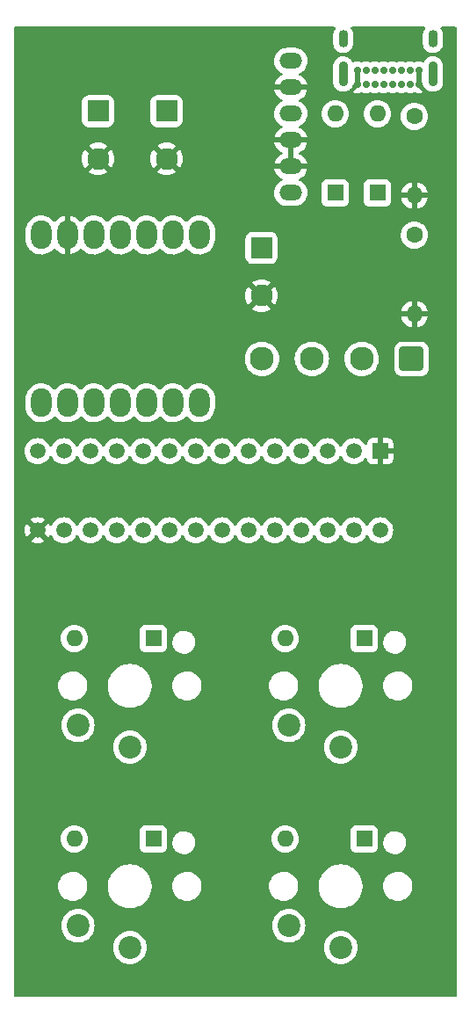
<source format=gbr>
%TF.GenerationSoftware,KiCad,Pcbnew,(6.0.1)*%
%TF.CreationDate,2022-02-25T19:27:25-05:00*%
%TF.ProjectId,InductorSchem,496e6475-6374-46f7-9253-6368656d2e6b,1*%
%TF.SameCoordinates,Original*%
%TF.FileFunction,Copper,L2,Inr*%
%TF.FilePolarity,Positive*%
%FSLAX46Y46*%
G04 Gerber Fmt 4.6, Leading zero omitted, Abs format (unit mm)*
G04 Created by KiCad (PCBNEW (6.0.1)) date 2022-02-25 19:27:25*
%MOMM*%
%LPD*%
G01*
G04 APERTURE LIST*
G04 Aperture macros list*
%AMRoundRect*
0 Rectangle with rounded corners*
0 $1 Rounding radius*
0 $2 $3 $4 $5 $6 $7 $8 $9 X,Y pos of 4 corners*
0 Add a 4 corners polygon primitive as box body*
4,1,4,$2,$3,$4,$5,$6,$7,$8,$9,$2,$3,0*
0 Add four circle primitives for the rounded corners*
1,1,$1+$1,$2,$3*
1,1,$1+$1,$4,$5*
1,1,$1+$1,$6,$7*
1,1,$1+$1,$8,$9*
0 Add four rect primitives between the rounded corners*
20,1,$1+$1,$2,$3,$4,$5,0*
20,1,$1+$1,$4,$5,$6,$7,0*
20,1,$1+$1,$6,$7,$8,$9,0*
20,1,$1+$1,$8,$9,$2,$3,0*%
G04 Aperture macros list end*
%TA.AperFunction,ComponentPad*%
%ADD10R,1.498600X1.498600*%
%TD*%
%TA.AperFunction,ComponentPad*%
%ADD11C,1.498600*%
%TD*%
%TA.AperFunction,ComponentPad*%
%ADD12R,1.600000X1.600000*%
%TD*%
%TA.AperFunction,ComponentPad*%
%ADD13O,1.600000X1.600000*%
%TD*%
%TA.AperFunction,ComponentPad*%
%ADD14C,0.700000*%
%TD*%
%TA.AperFunction,ComponentPad*%
%ADD15O,0.900000X2.400000*%
%TD*%
%TA.AperFunction,ComponentPad*%
%ADD16O,0.900000X1.700000*%
%TD*%
%TA.AperFunction,ComponentPad*%
%ADD17RoundRect,0.250001X-0.799999X0.799999X-0.799999X-0.799999X0.799999X-0.799999X0.799999X0.799999X0*%
%TD*%
%TA.AperFunction,ComponentPad*%
%ADD18C,2.100000*%
%TD*%
%TA.AperFunction,ComponentPad*%
%ADD19C,1.600000*%
%TD*%
%TA.AperFunction,ComponentPad*%
%ADD20O,1.998980X2.748280*%
%TD*%
%TA.AperFunction,ComponentPad*%
%ADD21C,2.200000*%
%TD*%
%TA.AperFunction,ComponentPad*%
%ADD22RoundRect,0.250001X0.899999X0.899999X-0.899999X0.899999X-0.899999X-0.899999X0.899999X-0.899999X0*%
%TD*%
%TA.AperFunction,ComponentPad*%
%ADD23C,2.300000*%
%TD*%
%TA.AperFunction,ComponentPad*%
%ADD24O,2.200000X1.500000*%
%TD*%
%TA.AperFunction,Conductor*%
%ADD25C,0.500000*%
%TD*%
G04 APERTURE END LIST*
D10*
%TO.N,GND*%
%TO.C,U3*%
X156718000Y-96266000D03*
D11*
%TO.N,unconnected-(U3-Pad2)*%
X154178000Y-96266000D03*
%TO.N,/ROW1*%
X151638000Y-96266000D03*
%TO.N,/ROW2*%
X149098000Y-96266000D03*
%TO.N,unconnected-(U3-Pad5)*%
X146558000Y-96266000D03*
%TO.N,unconnected-(U3-Pad6)*%
X144018000Y-96266000D03*
%TO.N,/BRK1*%
X141478000Y-96266000D03*
%TO.N,/BRK2*%
X138938000Y-96266000D03*
%TO.N,/BRK3*%
X136398000Y-96266000D03*
%TO.N,/BRK4*%
X133858000Y-96266000D03*
%TO.N,+5V*%
X131318000Y-96266000D03*
%TO.N,/I2C_SCL*%
X128778000Y-96266000D03*
%TO.N,/I2C_SDA*%
X126238000Y-96266000D03*
%TO.N,unconnected-(U3-Pad14)*%
X123698000Y-96266000D03*
%TO.N,GND*%
X123698000Y-103886000D03*
%TO.N,unconnected-(U3-Pad16)*%
X126238000Y-103886000D03*
%TO.N,unconnected-(U3-Pad17)*%
X128778000Y-103886000D03*
%TO.N,/INTB*%
X131318000Y-103886000D03*
%TO.N,/INTA*%
X133858000Y-103886000D03*
%TO.N,/COL1*%
X136398000Y-103886000D03*
%TO.N,/COL2*%
X138938000Y-103886000D03*
%TO.N,unconnected-(U3-Pad22)*%
X141478000Y-103886000D03*
%TO.N,unconnected-(U3-Pad23)*%
X144018000Y-103886000D03*
%TO.N,unconnected-(U3-Pad24)*%
X146558000Y-103886000D03*
%TO.N,unconnected-(U3-Pad25)*%
X149098000Y-103886000D03*
%TO.N,unconnected-(U3-Pad26)*%
X151638000Y-103886000D03*
%TO.N,unconnected-(U3-Pad27)*%
X154178000Y-103886000D03*
%TO.N,unconnected-(U3-Pad28)*%
X156718000Y-103886000D03*
%TD*%
D12*
%TO.N,/ROW2*%
%TO.C,D6*%
X155194000Y-133604000D03*
D13*
%TO.N,Net-(SW4-Pad2)*%
X147574000Y-133604000D03*
%TD*%
D12*
%TO.N,/ROW1*%
%TO.C,D5*%
X155194000Y-114300000D03*
D13*
%TO.N,Net-(SW2-Pad2)*%
X147574000Y-114300000D03*
%TD*%
D12*
%TO.N,/ROW2*%
%TO.C,D4*%
X134874000Y-133604000D03*
D13*
%TO.N,Net-(SW3-Pad2)*%
X127254000Y-133604000D03*
%TD*%
D12*
%TO.N,/ROW1*%
%TO.C,D3*%
X134874000Y-114300000D03*
D13*
%TO.N,Net-(SW1-Pad2)*%
X127254000Y-114300000D03*
%TD*%
D14*
%TO.N,GND*%
%TO.C,J1*%
X160455000Y-60921000D03*
%TO.N,Net-(D2-Pad2)*%
X159605000Y-60921000D03*
%TO.N,Net-(J1-PadA5)*%
X158755000Y-60921000D03*
%TO.N,unconnected-(J1-PadA6)*%
X157905000Y-60921000D03*
%TO.N,unconnected-(J1-PadA7)*%
X157055000Y-60921000D03*
%TO.N,unconnected-(J1-PadA8)*%
X156205000Y-60921000D03*
%TO.N,Net-(D2-Pad2)*%
X155355000Y-60921000D03*
%TO.N,GND*%
X154505000Y-60921000D03*
X154505000Y-59571000D03*
%TO.N,Net-(D2-Pad2)*%
X155355000Y-59571000D03*
%TO.N,Net-(J1-PadB5)*%
X156205000Y-59571000D03*
%TO.N,unconnected-(J1-PadB6)*%
X157055000Y-59571000D03*
%TO.N,unconnected-(J1-PadB7)*%
X157905000Y-59571000D03*
%TO.N,unconnected-(J1-PadB8)*%
X158755000Y-59571000D03*
%TO.N,Net-(D2-Pad2)*%
X159605000Y-59571000D03*
%TO.N,GND*%
X160455000Y-59571000D03*
D15*
%TO.N,unconnected-(J1-PadS1)*%
X153155000Y-59941000D03*
D16*
X153155000Y-56561000D03*
X161805000Y-56561000D03*
D15*
X161805000Y-59941000D03*
%TD*%
D13*
%TO.N,Net-(D1-Pad2)*%
%TO.C,D1*%
X152400000Y-63754000D03*
D12*
%TO.N,Net-(D1-Pad1)*%
X152400000Y-71374000D03*
%TD*%
D17*
%TO.N,Net-(D1-Pad2)*%
%TO.C,J3*%
X129540000Y-63500000D03*
D18*
%TO.N,GND*%
X129540000Y-68100000D03*
%TD*%
D19*
%TO.N,Net-(J1-PadB5)*%
%TO.C,R2*%
X160020000Y-75438000D03*
D13*
%TO.N,GND*%
X160020000Y-83058000D03*
%TD*%
D20*
%TO.N,/INTA*%
%TO.C,U1*%
X124064490Y-91601290D03*
%TO.N,/INTB*%
X126604490Y-91601290D03*
%TO.N,unconnected-(U1-Pad3)*%
X129144490Y-91601290D03*
%TO.N,unconnected-(U1-Pad4)*%
X131684490Y-91601290D03*
%TO.N,/I2C_SDA*%
X134224490Y-91601290D03*
%TO.N,/I2C_SCL*%
X136764490Y-91601290D03*
%TO.N,unconnected-(U1-Pad7)*%
X139304490Y-91601290D03*
%TO.N,unconnected-(U1-Pad8)*%
X139304490Y-75436730D03*
%TO.N,unconnected-(U1-Pad9)*%
X136764490Y-75436730D03*
%TO.N,unconnected-(U1-Pad10)*%
X134224490Y-75436730D03*
%TO.N,unconnected-(U1-Pad11)*%
X131684490Y-75436730D03*
%TO.N,unconnected-(U1-Pad12)*%
X129144490Y-75436730D03*
%TO.N,GND*%
X126604490Y-75436730D03*
%TO.N,+5V*%
X124064490Y-75436730D03*
%TD*%
D13*
%TO.N,Net-(D2-Pad2)*%
%TO.C,D2*%
X156464000Y-63754000D03*
D12*
%TO.N,Net-(D1-Pad1)*%
X156464000Y-71374000D03*
%TD*%
D21*
%TO.N,/COL2*%
%TO.C,SW4*%
X152908000Y-144076000D03*
%TO.N,Net-(SW4-Pad2)*%
X147908000Y-141976000D03*
%TD*%
D17*
%TO.N,+5V*%
%TO.C,J4*%
X145288000Y-76680000D03*
D18*
%TO.N,GND*%
X145288000Y-81280000D03*
%TD*%
%TO.N,GND*%
%TO.C,J2*%
X136144000Y-68100000D03*
D17*
%TO.N,Net-(J2-Pad1)*%
X136144000Y-63500000D03*
%TD*%
D22*
%TO.N,/BRK1*%
%TO.C,J5*%
X159740000Y-87376000D03*
D23*
%TO.N,/BRK2*%
X154940000Y-87376000D03*
%TO.N,/BRK3*%
X150140000Y-87376000D03*
%TO.N,/BRK4*%
X145340000Y-87376000D03*
%TD*%
D21*
%TO.N,/COL1*%
%TO.C,SW3*%
X132588000Y-144076000D03*
%TO.N,Net-(SW3-Pad2)*%
X127588000Y-141976000D03*
%TD*%
%TO.N,/COL1*%
%TO.C,SW1*%
X132588000Y-124772000D03*
%TO.N,Net-(SW1-Pad2)*%
X127588000Y-122672000D03*
%TD*%
%TO.N,/COL2*%
%TO.C,SW2*%
X152908000Y-124772000D03*
%TO.N,Net-(SW2-Pad2)*%
X147908000Y-122672000D03*
%TD*%
D24*
%TO.N,Net-(D1-Pad1)*%
%TO.C,U2*%
X148094000Y-71376917D03*
%TO.N,GND*%
X148094000Y-68836917D03*
X148094000Y-66296917D03*
%TO.N,Net-(J2-Pad1)*%
X148094000Y-63756917D03*
%TO.N,GND*%
X148094000Y-61216917D03*
%TO.N,+5V*%
X148094000Y-58676917D03*
%TD*%
D19*
%TO.N,Net-(J1-PadA5)*%
%TO.C,R1*%
X160020000Y-64008000D03*
D13*
%TO.N,GND*%
X160020000Y-71628000D03*
%TD*%
D25*
%TO.N,GND*%
X154505000Y-60921000D02*
X154505000Y-59571000D01*
X160455000Y-60921000D02*
X160455000Y-59571000D01*
%TD*%
%TA.AperFunction,Conductor*%
%TO.N,GND*%
G36*
X152363415Y-55392002D02*
G01*
X152409908Y-55445658D01*
X152420012Y-55515932D01*
X152398507Y-55570270D01*
X152313989Y-55690975D01*
X152236655Y-55869684D01*
X152235350Y-55875931D01*
X152235349Y-55875934D01*
X152216268Y-55967273D01*
X152196835Y-56060293D01*
X152196500Y-56066685D01*
X152196500Y-57009663D01*
X152211235Y-57154727D01*
X152213144Y-57160818D01*
X152267556Y-57334451D01*
X152267558Y-57334456D01*
X152269465Y-57340541D01*
X152314455Y-57421704D01*
X152355081Y-57494994D01*
X152363870Y-57510850D01*
X152368019Y-57515691D01*
X152368022Y-57515695D01*
X152396534Y-57548960D01*
X152490591Y-57658698D01*
X152495633Y-57662609D01*
X152495634Y-57662610D01*
X152505718Y-57670432D01*
X152644453Y-57778046D01*
X152650176Y-57780862D01*
X152650179Y-57780864D01*
X152813444Y-57861200D01*
X152819171Y-57864018D01*
X152825349Y-57865627D01*
X152825351Y-57865628D01*
X153001425Y-57911492D01*
X153001428Y-57911492D01*
X153007607Y-57913102D01*
X153091597Y-57917504D01*
X153195683Y-57922959D01*
X153195687Y-57922959D01*
X153202064Y-57923293D01*
X153357413Y-57899799D01*
X153388285Y-57895130D01*
X153388286Y-57895130D01*
X153394599Y-57894175D01*
X153400585Y-57891972D01*
X153400591Y-57891971D01*
X153571360Y-57829140D01*
X153571365Y-57829138D01*
X153577346Y-57826937D01*
X153742840Y-57724326D01*
X153817362Y-57653855D01*
X153879685Y-57594919D01*
X153884322Y-57590534D01*
X153996011Y-57431025D01*
X154073345Y-57252316D01*
X154092460Y-57160818D01*
X154112176Y-57066443D01*
X154112177Y-57066438D01*
X154113165Y-57061707D01*
X154113500Y-57055315D01*
X154113500Y-56112337D01*
X154098765Y-55967273D01*
X154081111Y-55910939D01*
X154042444Y-55787549D01*
X154042442Y-55787544D01*
X154040535Y-55781459D01*
X153946130Y-55611150D01*
X153919429Y-55579997D01*
X153890285Y-55515257D01*
X153900769Y-55445039D01*
X153947551Y-55391635D01*
X154015098Y-55372000D01*
X160945294Y-55372000D01*
X161013415Y-55392002D01*
X161059908Y-55445658D01*
X161070012Y-55515932D01*
X161048507Y-55570270D01*
X160963989Y-55690975D01*
X160886655Y-55869684D01*
X160885350Y-55875931D01*
X160885349Y-55875934D01*
X160866268Y-55967273D01*
X160846835Y-56060293D01*
X160846500Y-56066685D01*
X160846500Y-57009663D01*
X160861235Y-57154727D01*
X160863144Y-57160818D01*
X160917556Y-57334451D01*
X160917558Y-57334456D01*
X160919465Y-57340541D01*
X160964455Y-57421704D01*
X161005081Y-57494994D01*
X161013870Y-57510850D01*
X161018019Y-57515691D01*
X161018022Y-57515695D01*
X161046534Y-57548960D01*
X161140591Y-57658698D01*
X161145633Y-57662609D01*
X161145634Y-57662610D01*
X161155718Y-57670432D01*
X161294453Y-57778046D01*
X161300176Y-57780862D01*
X161300179Y-57780864D01*
X161463444Y-57861200D01*
X161469171Y-57864018D01*
X161475349Y-57865627D01*
X161475351Y-57865628D01*
X161651425Y-57911492D01*
X161651428Y-57911492D01*
X161657607Y-57913102D01*
X161741597Y-57917504D01*
X161845683Y-57922959D01*
X161845687Y-57922959D01*
X161852064Y-57923293D01*
X162007413Y-57899799D01*
X162038285Y-57895130D01*
X162038286Y-57895130D01*
X162044599Y-57894175D01*
X162050585Y-57891972D01*
X162050591Y-57891971D01*
X162221360Y-57829140D01*
X162221365Y-57829138D01*
X162227346Y-57826937D01*
X162392840Y-57724326D01*
X162467362Y-57653855D01*
X162529685Y-57594919D01*
X162534322Y-57590534D01*
X162646011Y-57431025D01*
X162723345Y-57252316D01*
X162742460Y-57160818D01*
X162762176Y-57066443D01*
X162762177Y-57066438D01*
X162763165Y-57061707D01*
X162763500Y-57055315D01*
X162763500Y-56112337D01*
X162748765Y-55967273D01*
X162731111Y-55910939D01*
X162692444Y-55787549D01*
X162692442Y-55787544D01*
X162690535Y-55781459D01*
X162596130Y-55611150D01*
X162569429Y-55579997D01*
X162540285Y-55515257D01*
X162550769Y-55445039D01*
X162597551Y-55391635D01*
X162665098Y-55372000D01*
X163958000Y-55372000D01*
X164026121Y-55392002D01*
X164072614Y-55445658D01*
X164084000Y-55498000D01*
X164084000Y-148718000D01*
X164063998Y-148786121D01*
X164010342Y-148832614D01*
X163958000Y-148844000D01*
X121538000Y-148844000D01*
X121469879Y-148823998D01*
X121423386Y-148770342D01*
X121412000Y-148718000D01*
X121412000Y-144076000D01*
X130974526Y-144076000D01*
X130994391Y-144328403D01*
X131053495Y-144574591D01*
X131150384Y-144808502D01*
X131282672Y-145024376D01*
X131447102Y-145216898D01*
X131639624Y-145381328D01*
X131855498Y-145513616D01*
X131860068Y-145515509D01*
X131860072Y-145515511D01*
X132084836Y-145608611D01*
X132089409Y-145610505D01*
X132174032Y-145630821D01*
X132330784Y-145668454D01*
X132330790Y-145668455D01*
X132335597Y-145669609D01*
X132588000Y-145689474D01*
X132840403Y-145669609D01*
X132845210Y-145668455D01*
X132845216Y-145668454D01*
X133001968Y-145630821D01*
X133086591Y-145610505D01*
X133091164Y-145608611D01*
X133315928Y-145515511D01*
X133315932Y-145515509D01*
X133320502Y-145513616D01*
X133536376Y-145381328D01*
X133728898Y-145216898D01*
X133893328Y-145024376D01*
X134025616Y-144808502D01*
X134122505Y-144574591D01*
X134181609Y-144328403D01*
X134201474Y-144076000D01*
X151294526Y-144076000D01*
X151314391Y-144328403D01*
X151373495Y-144574591D01*
X151470384Y-144808502D01*
X151602672Y-145024376D01*
X151767102Y-145216898D01*
X151959624Y-145381328D01*
X152175498Y-145513616D01*
X152180068Y-145515509D01*
X152180072Y-145515511D01*
X152404836Y-145608611D01*
X152409409Y-145610505D01*
X152494032Y-145630821D01*
X152650784Y-145668454D01*
X152650790Y-145668455D01*
X152655597Y-145669609D01*
X152908000Y-145689474D01*
X153160403Y-145669609D01*
X153165210Y-145668455D01*
X153165216Y-145668454D01*
X153321968Y-145630821D01*
X153406591Y-145610505D01*
X153411164Y-145608611D01*
X153635928Y-145515511D01*
X153635932Y-145515509D01*
X153640502Y-145513616D01*
X153856376Y-145381328D01*
X154048898Y-145216898D01*
X154213328Y-145024376D01*
X154345616Y-144808502D01*
X154442505Y-144574591D01*
X154501609Y-144328403D01*
X154521474Y-144076000D01*
X154501609Y-143823597D01*
X154442505Y-143577409D01*
X154415271Y-143511660D01*
X154347511Y-143348072D01*
X154347509Y-143348068D01*
X154345616Y-143343498D01*
X154213328Y-143127624D01*
X154048898Y-142935102D01*
X153856376Y-142770672D01*
X153640502Y-142638384D01*
X153635932Y-142636491D01*
X153635928Y-142636489D01*
X153411164Y-142543389D01*
X153411162Y-142543388D01*
X153406591Y-142541495D01*
X153321968Y-142521179D01*
X153165216Y-142483546D01*
X153165210Y-142483545D01*
X153160403Y-142482391D01*
X152908000Y-142462526D01*
X152655597Y-142482391D01*
X152650790Y-142483545D01*
X152650784Y-142483546D01*
X152494032Y-142521179D01*
X152409409Y-142541495D01*
X152404838Y-142543388D01*
X152404836Y-142543389D01*
X152180072Y-142636489D01*
X152180068Y-142636491D01*
X152175498Y-142638384D01*
X151959624Y-142770672D01*
X151767102Y-142935102D01*
X151602672Y-143127624D01*
X151470384Y-143343498D01*
X151468491Y-143348068D01*
X151468489Y-143348072D01*
X151400729Y-143511660D01*
X151373495Y-143577409D01*
X151314391Y-143823597D01*
X151294526Y-144076000D01*
X134201474Y-144076000D01*
X134181609Y-143823597D01*
X134122505Y-143577409D01*
X134095271Y-143511660D01*
X134027511Y-143348072D01*
X134027509Y-143348068D01*
X134025616Y-143343498D01*
X133893328Y-143127624D01*
X133728898Y-142935102D01*
X133536376Y-142770672D01*
X133320502Y-142638384D01*
X133315932Y-142636491D01*
X133315928Y-142636489D01*
X133091164Y-142543389D01*
X133091162Y-142543388D01*
X133086591Y-142541495D01*
X133001968Y-142521179D01*
X132845216Y-142483546D01*
X132845210Y-142483545D01*
X132840403Y-142482391D01*
X132588000Y-142462526D01*
X132335597Y-142482391D01*
X132330790Y-142483545D01*
X132330784Y-142483546D01*
X132174032Y-142521179D01*
X132089409Y-142541495D01*
X132084838Y-142543388D01*
X132084836Y-142543389D01*
X131860072Y-142636489D01*
X131860068Y-142636491D01*
X131855498Y-142638384D01*
X131639624Y-142770672D01*
X131447102Y-142935102D01*
X131282672Y-143127624D01*
X131150384Y-143343498D01*
X131148491Y-143348068D01*
X131148489Y-143348072D01*
X131080729Y-143511660D01*
X131053495Y-143577409D01*
X130994391Y-143823597D01*
X130974526Y-144076000D01*
X121412000Y-144076000D01*
X121412000Y-141976000D01*
X125974526Y-141976000D01*
X125994391Y-142228403D01*
X126053495Y-142474591D01*
X126055388Y-142479162D01*
X126055389Y-142479164D01*
X126081208Y-142541495D01*
X126150384Y-142708502D01*
X126282672Y-142924376D01*
X126447102Y-143116898D01*
X126639624Y-143281328D01*
X126855498Y-143413616D01*
X126860068Y-143415509D01*
X126860072Y-143415511D01*
X127084836Y-143508611D01*
X127089409Y-143510505D01*
X127174032Y-143530821D01*
X127330784Y-143568454D01*
X127330790Y-143568455D01*
X127335597Y-143569609D01*
X127588000Y-143589474D01*
X127840403Y-143569609D01*
X127845210Y-143568455D01*
X127845216Y-143568454D01*
X128001968Y-143530821D01*
X128086591Y-143510505D01*
X128091164Y-143508611D01*
X128315928Y-143415511D01*
X128315932Y-143415509D01*
X128320502Y-143413616D01*
X128536376Y-143281328D01*
X128728898Y-143116898D01*
X128893328Y-142924376D01*
X129025616Y-142708502D01*
X129094793Y-142541495D01*
X129120611Y-142479164D01*
X129120612Y-142479162D01*
X129122505Y-142474591D01*
X129181609Y-142228403D01*
X129201474Y-141976000D01*
X146294526Y-141976000D01*
X146314391Y-142228403D01*
X146373495Y-142474591D01*
X146375388Y-142479162D01*
X146375389Y-142479164D01*
X146401208Y-142541495D01*
X146470384Y-142708502D01*
X146602672Y-142924376D01*
X146767102Y-143116898D01*
X146959624Y-143281328D01*
X147175498Y-143413616D01*
X147180068Y-143415509D01*
X147180072Y-143415511D01*
X147404836Y-143508611D01*
X147409409Y-143510505D01*
X147494032Y-143530821D01*
X147650784Y-143568454D01*
X147650790Y-143568455D01*
X147655597Y-143569609D01*
X147908000Y-143589474D01*
X148160403Y-143569609D01*
X148165210Y-143568455D01*
X148165216Y-143568454D01*
X148321968Y-143530821D01*
X148406591Y-143510505D01*
X148411164Y-143508611D01*
X148635928Y-143415511D01*
X148635932Y-143415509D01*
X148640502Y-143413616D01*
X148856376Y-143281328D01*
X149048898Y-143116898D01*
X149213328Y-142924376D01*
X149345616Y-142708502D01*
X149414793Y-142541495D01*
X149440611Y-142479164D01*
X149440612Y-142479162D01*
X149442505Y-142474591D01*
X149501609Y-142228403D01*
X149521474Y-141976000D01*
X149501609Y-141723597D01*
X149442505Y-141477409D01*
X149345616Y-141243498D01*
X149213328Y-141027624D01*
X149048898Y-140835102D01*
X148856376Y-140670672D01*
X148640502Y-140538384D01*
X148635932Y-140536491D01*
X148635928Y-140536489D01*
X148411164Y-140443389D01*
X148411162Y-140443388D01*
X148406591Y-140441495D01*
X148321968Y-140421179D01*
X148165216Y-140383546D01*
X148165210Y-140383545D01*
X148160403Y-140382391D01*
X147908000Y-140362526D01*
X147655597Y-140382391D01*
X147650790Y-140383545D01*
X147650784Y-140383546D01*
X147494032Y-140421179D01*
X147409409Y-140441495D01*
X147404838Y-140443388D01*
X147404836Y-140443389D01*
X147180072Y-140536489D01*
X147180068Y-140536491D01*
X147175498Y-140538384D01*
X146959624Y-140670672D01*
X146767102Y-140835102D01*
X146602672Y-141027624D01*
X146470384Y-141243498D01*
X146373495Y-141477409D01*
X146314391Y-141723597D01*
X146294526Y-141976000D01*
X129201474Y-141976000D01*
X129181609Y-141723597D01*
X129122505Y-141477409D01*
X129025616Y-141243498D01*
X128893328Y-141027624D01*
X128728898Y-140835102D01*
X128536376Y-140670672D01*
X128320502Y-140538384D01*
X128315932Y-140536491D01*
X128315928Y-140536489D01*
X128091164Y-140443389D01*
X128091162Y-140443388D01*
X128086591Y-140441495D01*
X128001968Y-140421179D01*
X127845216Y-140383546D01*
X127845210Y-140383545D01*
X127840403Y-140382391D01*
X127588000Y-140362526D01*
X127335597Y-140382391D01*
X127330790Y-140383545D01*
X127330784Y-140383546D01*
X127174032Y-140421179D01*
X127089409Y-140441495D01*
X127084838Y-140443388D01*
X127084836Y-140443389D01*
X126860072Y-140536489D01*
X126860068Y-140536491D01*
X126855498Y-140538384D01*
X126639624Y-140670672D01*
X126447102Y-140835102D01*
X126282672Y-141027624D01*
X126150384Y-141243498D01*
X126053495Y-141477409D01*
X125994391Y-141723597D01*
X125974526Y-141976000D01*
X121412000Y-141976000D01*
X121412000Y-138109411D01*
X125675977Y-138109411D01*
X125684945Y-138348274D01*
X125734030Y-138582211D01*
X125821829Y-138804533D01*
X125945832Y-139008883D01*
X125949329Y-139012913D01*
X126055684Y-139135476D01*
X126102493Y-139189419D01*
X126106619Y-139192802D01*
X126106623Y-139192806D01*
X126205629Y-139273985D01*
X126287333Y-139340978D01*
X126291969Y-139343617D01*
X126291972Y-139343619D01*
X126385071Y-139396614D01*
X126495066Y-139459227D01*
X126719753Y-139540784D01*
X126725002Y-139541733D01*
X126725005Y-139541734D01*
X126950885Y-139582580D01*
X126950893Y-139582581D01*
X126954969Y-139583318D01*
X126973359Y-139584185D01*
X126978544Y-139584430D01*
X126978551Y-139584430D01*
X126980032Y-139584500D01*
X127148012Y-139584500D01*
X127326175Y-139569383D01*
X127331339Y-139568043D01*
X127331343Y-139568042D01*
X127552375Y-139510673D01*
X127552380Y-139510671D01*
X127557540Y-139509332D01*
X127674636Y-139456584D01*
X127770619Y-139413347D01*
X127770622Y-139413346D01*
X127775480Y-139411157D01*
X127973762Y-139277666D01*
X128146718Y-139112674D01*
X128289402Y-138920900D01*
X128302149Y-138895830D01*
X128395314Y-138712586D01*
X128395314Y-138712585D01*
X128397733Y-138707828D01*
X128438361Y-138576984D01*
X128467032Y-138484651D01*
X128467033Y-138484645D01*
X128468616Y-138479548D01*
X128487770Y-138335036D01*
X128491260Y-138308703D01*
X130478743Y-138308703D01*
X130479302Y-138312947D01*
X130479302Y-138312951D01*
X130495810Y-138438340D01*
X130516268Y-138593734D01*
X130592129Y-138871036D01*
X130704923Y-139135476D01*
X130779473Y-139260040D01*
X130825888Y-139337593D01*
X130852561Y-139382161D01*
X131032313Y-139606528D01*
X131240851Y-139804423D01*
X131474317Y-139972186D01*
X131478112Y-139974195D01*
X131478113Y-139974196D01*
X131499869Y-139985715D01*
X131728392Y-140106712D01*
X131998373Y-140205511D01*
X132279264Y-140266755D01*
X132307841Y-140269004D01*
X132502282Y-140284307D01*
X132502291Y-140284307D01*
X132504739Y-140284500D01*
X132660271Y-140284500D01*
X132662407Y-140284354D01*
X132662418Y-140284354D01*
X132870548Y-140270165D01*
X132870554Y-140270164D01*
X132874825Y-140269873D01*
X132879020Y-140269004D01*
X132879022Y-140269004D01*
X133015583Y-140240724D01*
X133156342Y-140211574D01*
X133427343Y-140115607D01*
X133682812Y-139983750D01*
X133686313Y-139981289D01*
X133686317Y-139981287D01*
X133800417Y-139901096D01*
X133918023Y-139818441D01*
X134128622Y-139622740D01*
X134310713Y-139400268D01*
X134460927Y-139155142D01*
X134576483Y-138891898D01*
X134655244Y-138615406D01*
X134695751Y-138330784D01*
X134695845Y-138312951D01*
X134696911Y-138109411D01*
X136675977Y-138109411D01*
X136684945Y-138348274D01*
X136734030Y-138582211D01*
X136821829Y-138804533D01*
X136945832Y-139008883D01*
X136949329Y-139012913D01*
X137055684Y-139135476D01*
X137102493Y-139189419D01*
X137106619Y-139192802D01*
X137106623Y-139192806D01*
X137205629Y-139273985D01*
X137287333Y-139340978D01*
X137291969Y-139343617D01*
X137291972Y-139343619D01*
X137385071Y-139396614D01*
X137495066Y-139459227D01*
X137719753Y-139540784D01*
X137725002Y-139541733D01*
X137725005Y-139541734D01*
X137950885Y-139582580D01*
X137950893Y-139582581D01*
X137954969Y-139583318D01*
X137973359Y-139584185D01*
X137978544Y-139584430D01*
X137978551Y-139584430D01*
X137980032Y-139584500D01*
X138148012Y-139584500D01*
X138326175Y-139569383D01*
X138331339Y-139568043D01*
X138331343Y-139568042D01*
X138552375Y-139510673D01*
X138552380Y-139510671D01*
X138557540Y-139509332D01*
X138674636Y-139456584D01*
X138770619Y-139413347D01*
X138770622Y-139413346D01*
X138775480Y-139411157D01*
X138973762Y-139277666D01*
X139146718Y-139112674D01*
X139289402Y-138920900D01*
X139302149Y-138895830D01*
X139395314Y-138712586D01*
X139395314Y-138712585D01*
X139397733Y-138707828D01*
X139438361Y-138576984D01*
X139467032Y-138484651D01*
X139467033Y-138484645D01*
X139468616Y-138479548D01*
X139487770Y-138335036D01*
X139499323Y-138247873D01*
X139499323Y-138247869D01*
X139500023Y-138242589D01*
X139495023Y-138109411D01*
X145995977Y-138109411D01*
X146004945Y-138348274D01*
X146054030Y-138582211D01*
X146141829Y-138804533D01*
X146265832Y-139008883D01*
X146269329Y-139012913D01*
X146375684Y-139135476D01*
X146422493Y-139189419D01*
X146426619Y-139192802D01*
X146426623Y-139192806D01*
X146525629Y-139273985D01*
X146607333Y-139340978D01*
X146611969Y-139343617D01*
X146611972Y-139343619D01*
X146705071Y-139396614D01*
X146815066Y-139459227D01*
X147039753Y-139540784D01*
X147045002Y-139541733D01*
X147045005Y-139541734D01*
X147270885Y-139582580D01*
X147270893Y-139582581D01*
X147274969Y-139583318D01*
X147293359Y-139584185D01*
X147298544Y-139584430D01*
X147298551Y-139584430D01*
X147300032Y-139584500D01*
X147468012Y-139584500D01*
X147646175Y-139569383D01*
X147651339Y-139568043D01*
X147651343Y-139568042D01*
X147872375Y-139510673D01*
X147872380Y-139510671D01*
X147877540Y-139509332D01*
X147994636Y-139456584D01*
X148090619Y-139413347D01*
X148090622Y-139413346D01*
X148095480Y-139411157D01*
X148293762Y-139277666D01*
X148466718Y-139112674D01*
X148609402Y-138920900D01*
X148622149Y-138895830D01*
X148715314Y-138712586D01*
X148715314Y-138712585D01*
X148717733Y-138707828D01*
X148758361Y-138576984D01*
X148787032Y-138484651D01*
X148787033Y-138484645D01*
X148788616Y-138479548D01*
X148807770Y-138335036D01*
X148811260Y-138308703D01*
X150798743Y-138308703D01*
X150799302Y-138312947D01*
X150799302Y-138312951D01*
X150815810Y-138438340D01*
X150836268Y-138593734D01*
X150912129Y-138871036D01*
X151024923Y-139135476D01*
X151099473Y-139260040D01*
X151145888Y-139337593D01*
X151172561Y-139382161D01*
X151352313Y-139606528D01*
X151560851Y-139804423D01*
X151794317Y-139972186D01*
X151798112Y-139974195D01*
X151798113Y-139974196D01*
X151819869Y-139985715D01*
X152048392Y-140106712D01*
X152318373Y-140205511D01*
X152599264Y-140266755D01*
X152627841Y-140269004D01*
X152822282Y-140284307D01*
X152822291Y-140284307D01*
X152824739Y-140284500D01*
X152980271Y-140284500D01*
X152982407Y-140284354D01*
X152982418Y-140284354D01*
X153190548Y-140270165D01*
X153190554Y-140270164D01*
X153194825Y-140269873D01*
X153199020Y-140269004D01*
X153199022Y-140269004D01*
X153335583Y-140240724D01*
X153476342Y-140211574D01*
X153747343Y-140115607D01*
X154002812Y-139983750D01*
X154006313Y-139981289D01*
X154006317Y-139981287D01*
X154120417Y-139901096D01*
X154238023Y-139818441D01*
X154448622Y-139622740D01*
X154630713Y-139400268D01*
X154780927Y-139155142D01*
X154896483Y-138891898D01*
X154975244Y-138615406D01*
X155015751Y-138330784D01*
X155015845Y-138312951D01*
X155016911Y-138109411D01*
X156995977Y-138109411D01*
X157004945Y-138348274D01*
X157054030Y-138582211D01*
X157141829Y-138804533D01*
X157265832Y-139008883D01*
X157269329Y-139012913D01*
X157375684Y-139135476D01*
X157422493Y-139189419D01*
X157426619Y-139192802D01*
X157426623Y-139192806D01*
X157525629Y-139273985D01*
X157607333Y-139340978D01*
X157611969Y-139343617D01*
X157611972Y-139343619D01*
X157705071Y-139396614D01*
X157815066Y-139459227D01*
X158039753Y-139540784D01*
X158045002Y-139541733D01*
X158045005Y-139541734D01*
X158270885Y-139582580D01*
X158270893Y-139582581D01*
X158274969Y-139583318D01*
X158293359Y-139584185D01*
X158298544Y-139584430D01*
X158298551Y-139584430D01*
X158300032Y-139584500D01*
X158468012Y-139584500D01*
X158646175Y-139569383D01*
X158651339Y-139568043D01*
X158651343Y-139568042D01*
X158872375Y-139510673D01*
X158872380Y-139510671D01*
X158877540Y-139509332D01*
X158994636Y-139456584D01*
X159090619Y-139413347D01*
X159090622Y-139413346D01*
X159095480Y-139411157D01*
X159293762Y-139277666D01*
X159466718Y-139112674D01*
X159609402Y-138920900D01*
X159622149Y-138895830D01*
X159715314Y-138712586D01*
X159715314Y-138712585D01*
X159717733Y-138707828D01*
X159758361Y-138576984D01*
X159787032Y-138484651D01*
X159787033Y-138484645D01*
X159788616Y-138479548D01*
X159807770Y-138335036D01*
X159819323Y-138247873D01*
X159819323Y-138247869D01*
X159820023Y-138242589D01*
X159811055Y-138003726D01*
X159761970Y-137769789D01*
X159674171Y-137547467D01*
X159550168Y-137343117D01*
X159460103Y-137239326D01*
X159397007Y-137166614D01*
X159397005Y-137166612D01*
X159393507Y-137162581D01*
X159389381Y-137159198D01*
X159389377Y-137159194D01*
X159212795Y-137014407D01*
X159208667Y-137011022D01*
X159204031Y-137008383D01*
X159204028Y-137008381D01*
X159005577Y-136895416D01*
X159000934Y-136892773D01*
X158776247Y-136811216D01*
X158770998Y-136810267D01*
X158770995Y-136810266D01*
X158545115Y-136769420D01*
X158545107Y-136769419D01*
X158541031Y-136768682D01*
X158522641Y-136767815D01*
X158517456Y-136767570D01*
X158517449Y-136767570D01*
X158515968Y-136767500D01*
X158347988Y-136767500D01*
X158169825Y-136782617D01*
X158164661Y-136783957D01*
X158164657Y-136783958D01*
X157943625Y-136841327D01*
X157943620Y-136841329D01*
X157938460Y-136842668D01*
X157933594Y-136844860D01*
X157725381Y-136938653D01*
X157725378Y-136938654D01*
X157720520Y-136940843D01*
X157522238Y-137074334D01*
X157349282Y-137239326D01*
X157206598Y-137431100D01*
X157204182Y-137435851D01*
X157204180Y-137435855D01*
X157149754Y-137542904D01*
X157098267Y-137644172D01*
X157070851Y-137732466D01*
X157028968Y-137867349D01*
X157028967Y-137867355D01*
X157027384Y-137872452D01*
X157026683Y-137877744D01*
X157007667Y-138021216D01*
X156995977Y-138109411D01*
X155016911Y-138109411D01*
X155017235Y-138047583D01*
X155017235Y-138047576D01*
X155017257Y-138043297D01*
X155012048Y-138003726D01*
X155000190Y-137913660D01*
X154979732Y-137758266D01*
X154903871Y-137480964D01*
X154791077Y-137216524D01*
X154704195Y-137071354D01*
X154645643Y-136973521D01*
X154645640Y-136973517D01*
X154643439Y-136969839D01*
X154463687Y-136745472D01*
X154255149Y-136547577D01*
X154021683Y-136379814D01*
X153999843Y-136368250D01*
X153976654Y-136355972D01*
X153767608Y-136245288D01*
X153497627Y-136146489D01*
X153216736Y-136085245D01*
X153185685Y-136082801D01*
X152993718Y-136067693D01*
X152993709Y-136067693D01*
X152991261Y-136067500D01*
X152835729Y-136067500D01*
X152833593Y-136067646D01*
X152833582Y-136067646D01*
X152625452Y-136081835D01*
X152625446Y-136081836D01*
X152621175Y-136082127D01*
X152616980Y-136082996D01*
X152616978Y-136082996D01*
X152480416Y-136111277D01*
X152339658Y-136140426D01*
X152068657Y-136236393D01*
X151813188Y-136368250D01*
X151809687Y-136370711D01*
X151809683Y-136370713D01*
X151799594Y-136377804D01*
X151577977Y-136533559D01*
X151367378Y-136729260D01*
X151185287Y-136951732D01*
X151035073Y-137196858D01*
X150919517Y-137460102D01*
X150840756Y-137736594D01*
X150800249Y-138021216D01*
X150800227Y-138025505D01*
X150800226Y-138025512D01*
X150798765Y-138304417D01*
X150798743Y-138308703D01*
X148811260Y-138308703D01*
X148819323Y-138247873D01*
X148819323Y-138247869D01*
X148820023Y-138242589D01*
X148811055Y-138003726D01*
X148761970Y-137769789D01*
X148674171Y-137547467D01*
X148550168Y-137343117D01*
X148460103Y-137239326D01*
X148397007Y-137166614D01*
X148397005Y-137166612D01*
X148393507Y-137162581D01*
X148389381Y-137159198D01*
X148389377Y-137159194D01*
X148212795Y-137014407D01*
X148208667Y-137011022D01*
X148204031Y-137008383D01*
X148204028Y-137008381D01*
X148005577Y-136895416D01*
X148000934Y-136892773D01*
X147776247Y-136811216D01*
X147770998Y-136810267D01*
X147770995Y-136810266D01*
X147545115Y-136769420D01*
X147545107Y-136769419D01*
X147541031Y-136768682D01*
X147522641Y-136767815D01*
X147517456Y-136767570D01*
X147517449Y-136767570D01*
X147515968Y-136767500D01*
X147347988Y-136767500D01*
X147169825Y-136782617D01*
X147164661Y-136783957D01*
X147164657Y-136783958D01*
X146943625Y-136841327D01*
X146943620Y-136841329D01*
X146938460Y-136842668D01*
X146933594Y-136844860D01*
X146725381Y-136938653D01*
X146725378Y-136938654D01*
X146720520Y-136940843D01*
X146522238Y-137074334D01*
X146349282Y-137239326D01*
X146206598Y-137431100D01*
X146204182Y-137435851D01*
X146204180Y-137435855D01*
X146149754Y-137542904D01*
X146098267Y-137644172D01*
X146070851Y-137732466D01*
X146028968Y-137867349D01*
X146028967Y-137867355D01*
X146027384Y-137872452D01*
X146026683Y-137877744D01*
X146007667Y-138021216D01*
X145995977Y-138109411D01*
X139495023Y-138109411D01*
X139491055Y-138003726D01*
X139441970Y-137769789D01*
X139354171Y-137547467D01*
X139230168Y-137343117D01*
X139140103Y-137239326D01*
X139077007Y-137166614D01*
X139077005Y-137166612D01*
X139073507Y-137162581D01*
X139069381Y-137159198D01*
X139069377Y-137159194D01*
X138892795Y-137014407D01*
X138888667Y-137011022D01*
X138884031Y-137008383D01*
X138884028Y-137008381D01*
X138685577Y-136895416D01*
X138680934Y-136892773D01*
X138456247Y-136811216D01*
X138450998Y-136810267D01*
X138450995Y-136810266D01*
X138225115Y-136769420D01*
X138225107Y-136769419D01*
X138221031Y-136768682D01*
X138202641Y-136767815D01*
X138197456Y-136767570D01*
X138197449Y-136767570D01*
X138195968Y-136767500D01*
X138027988Y-136767500D01*
X137849825Y-136782617D01*
X137844661Y-136783957D01*
X137844657Y-136783958D01*
X137623625Y-136841327D01*
X137623620Y-136841329D01*
X137618460Y-136842668D01*
X137613594Y-136844860D01*
X137405381Y-136938653D01*
X137405378Y-136938654D01*
X137400520Y-136940843D01*
X137202238Y-137074334D01*
X137029282Y-137239326D01*
X136886598Y-137431100D01*
X136884182Y-137435851D01*
X136884180Y-137435855D01*
X136829754Y-137542904D01*
X136778267Y-137644172D01*
X136750851Y-137732466D01*
X136708968Y-137867349D01*
X136708967Y-137867355D01*
X136707384Y-137872452D01*
X136706683Y-137877744D01*
X136687667Y-138021216D01*
X136675977Y-138109411D01*
X134696911Y-138109411D01*
X134697235Y-138047583D01*
X134697235Y-138047576D01*
X134697257Y-138043297D01*
X134692048Y-138003726D01*
X134680190Y-137913660D01*
X134659732Y-137758266D01*
X134583871Y-137480964D01*
X134471077Y-137216524D01*
X134384195Y-137071354D01*
X134325643Y-136973521D01*
X134325640Y-136973517D01*
X134323439Y-136969839D01*
X134143687Y-136745472D01*
X133935149Y-136547577D01*
X133701683Y-136379814D01*
X133679843Y-136368250D01*
X133656654Y-136355972D01*
X133447608Y-136245288D01*
X133177627Y-136146489D01*
X132896736Y-136085245D01*
X132865685Y-136082801D01*
X132673718Y-136067693D01*
X132673709Y-136067693D01*
X132671261Y-136067500D01*
X132515729Y-136067500D01*
X132513593Y-136067646D01*
X132513582Y-136067646D01*
X132305452Y-136081835D01*
X132305446Y-136081836D01*
X132301175Y-136082127D01*
X132296980Y-136082996D01*
X132296978Y-136082996D01*
X132160416Y-136111277D01*
X132019658Y-136140426D01*
X131748657Y-136236393D01*
X131493188Y-136368250D01*
X131489687Y-136370711D01*
X131489683Y-136370713D01*
X131479594Y-136377804D01*
X131257977Y-136533559D01*
X131047378Y-136729260D01*
X130865287Y-136951732D01*
X130715073Y-137196858D01*
X130599517Y-137460102D01*
X130520756Y-137736594D01*
X130480249Y-138021216D01*
X130480227Y-138025505D01*
X130480226Y-138025512D01*
X130478765Y-138304417D01*
X130478743Y-138308703D01*
X128491260Y-138308703D01*
X128499323Y-138247873D01*
X128499323Y-138247869D01*
X128500023Y-138242589D01*
X128491055Y-138003726D01*
X128441970Y-137769789D01*
X128354171Y-137547467D01*
X128230168Y-137343117D01*
X128140103Y-137239326D01*
X128077007Y-137166614D01*
X128077005Y-137166612D01*
X128073507Y-137162581D01*
X128069381Y-137159198D01*
X128069377Y-137159194D01*
X127892795Y-137014407D01*
X127888667Y-137011022D01*
X127884031Y-137008383D01*
X127884028Y-137008381D01*
X127685577Y-136895416D01*
X127680934Y-136892773D01*
X127456247Y-136811216D01*
X127450998Y-136810267D01*
X127450995Y-136810266D01*
X127225115Y-136769420D01*
X127225107Y-136769419D01*
X127221031Y-136768682D01*
X127202641Y-136767815D01*
X127197456Y-136767570D01*
X127197449Y-136767570D01*
X127195968Y-136767500D01*
X127027988Y-136767500D01*
X126849825Y-136782617D01*
X126844661Y-136783957D01*
X126844657Y-136783958D01*
X126623625Y-136841327D01*
X126623620Y-136841329D01*
X126618460Y-136842668D01*
X126613594Y-136844860D01*
X126405381Y-136938653D01*
X126405378Y-136938654D01*
X126400520Y-136940843D01*
X126202238Y-137074334D01*
X126029282Y-137239326D01*
X125886598Y-137431100D01*
X125884182Y-137435851D01*
X125884180Y-137435855D01*
X125829754Y-137542904D01*
X125778267Y-137644172D01*
X125750851Y-137732466D01*
X125708968Y-137867349D01*
X125708967Y-137867355D01*
X125707384Y-137872452D01*
X125706683Y-137877744D01*
X125687667Y-138021216D01*
X125675977Y-138109411D01*
X121412000Y-138109411D01*
X121412000Y-133604000D01*
X125940502Y-133604000D01*
X125960457Y-133832087D01*
X125961881Y-133837400D01*
X125961881Y-133837402D01*
X125982852Y-133915664D01*
X126019716Y-134053243D01*
X126022039Y-134058224D01*
X126022039Y-134058225D01*
X126114151Y-134255762D01*
X126114154Y-134255767D01*
X126116477Y-134260749D01*
X126170943Y-134338534D01*
X126237704Y-134433878D01*
X126247802Y-134448300D01*
X126409700Y-134610198D01*
X126414208Y-134613355D01*
X126414211Y-134613357D01*
X126433934Y-134627167D01*
X126597251Y-134741523D01*
X126602233Y-134743846D01*
X126602238Y-134743849D01*
X126799775Y-134835961D01*
X126804757Y-134838284D01*
X126810065Y-134839706D01*
X126810067Y-134839707D01*
X127020598Y-134896119D01*
X127020600Y-134896119D01*
X127025913Y-134897543D01*
X127254000Y-134917498D01*
X127482087Y-134897543D01*
X127487400Y-134896119D01*
X127487402Y-134896119D01*
X127697933Y-134839707D01*
X127697935Y-134839706D01*
X127703243Y-134838284D01*
X127708225Y-134835961D01*
X127905762Y-134743849D01*
X127905767Y-134743846D01*
X127910749Y-134741523D01*
X128074066Y-134627167D01*
X128093789Y-134613357D01*
X128093792Y-134613355D01*
X128098300Y-134610198D01*
X128256364Y-134452134D01*
X133565500Y-134452134D01*
X133572255Y-134514316D01*
X133623385Y-134650705D01*
X133710739Y-134767261D01*
X133827295Y-134854615D01*
X133963684Y-134905745D01*
X134025866Y-134912500D01*
X135722134Y-134912500D01*
X135784316Y-134905745D01*
X135920705Y-134854615D01*
X136037261Y-134767261D01*
X136124615Y-134650705D01*
X136175745Y-134514316D01*
X136182500Y-134452134D01*
X136182500Y-133921604D01*
X136695787Y-133921604D01*
X136705567Y-134132899D01*
X136755125Y-134338534D01*
X136757607Y-134343992D01*
X136757608Y-134343996D01*
X136801053Y-134439546D01*
X136842674Y-134531087D01*
X136965054Y-134703611D01*
X137117850Y-134849881D01*
X137295548Y-134964620D01*
X137301114Y-134966863D01*
X137486168Y-135041442D01*
X137486171Y-135041443D01*
X137491737Y-135043686D01*
X137699337Y-135084228D01*
X137704899Y-135084500D01*
X137860846Y-135084500D01*
X138018566Y-135069452D01*
X138221534Y-135009908D01*
X138305111Y-134966863D01*
X138404249Y-134915804D01*
X138404252Y-134915802D01*
X138409580Y-134913058D01*
X138575920Y-134782396D01*
X138579852Y-134777865D01*
X138579855Y-134777862D01*
X138710621Y-134627167D01*
X138714552Y-134622637D01*
X138717552Y-134617451D01*
X138717555Y-134617447D01*
X138817467Y-134444742D01*
X138820473Y-134439546D01*
X138889861Y-134239729D01*
X138916178Y-134058225D01*
X138919352Y-134036336D01*
X138919352Y-134036333D01*
X138920213Y-134030396D01*
X138910433Y-133819101D01*
X138860875Y-133613466D01*
X138856571Y-133604000D01*
X146260502Y-133604000D01*
X146280457Y-133832087D01*
X146281881Y-133837400D01*
X146281881Y-133837402D01*
X146302852Y-133915664D01*
X146339716Y-134053243D01*
X146342039Y-134058224D01*
X146342039Y-134058225D01*
X146434151Y-134255762D01*
X146434154Y-134255767D01*
X146436477Y-134260749D01*
X146490943Y-134338534D01*
X146557704Y-134433878D01*
X146567802Y-134448300D01*
X146729700Y-134610198D01*
X146734208Y-134613355D01*
X146734211Y-134613357D01*
X146753934Y-134627167D01*
X146917251Y-134741523D01*
X146922233Y-134743846D01*
X146922238Y-134743849D01*
X147119775Y-134835961D01*
X147124757Y-134838284D01*
X147130065Y-134839706D01*
X147130067Y-134839707D01*
X147340598Y-134896119D01*
X147340600Y-134896119D01*
X147345913Y-134897543D01*
X147574000Y-134917498D01*
X147802087Y-134897543D01*
X147807400Y-134896119D01*
X147807402Y-134896119D01*
X148017933Y-134839707D01*
X148017935Y-134839706D01*
X148023243Y-134838284D01*
X148028225Y-134835961D01*
X148225762Y-134743849D01*
X148225767Y-134743846D01*
X148230749Y-134741523D01*
X148394066Y-134627167D01*
X148413789Y-134613357D01*
X148413792Y-134613355D01*
X148418300Y-134610198D01*
X148576364Y-134452134D01*
X153885500Y-134452134D01*
X153892255Y-134514316D01*
X153943385Y-134650705D01*
X154030739Y-134767261D01*
X154147295Y-134854615D01*
X154283684Y-134905745D01*
X154345866Y-134912500D01*
X156042134Y-134912500D01*
X156104316Y-134905745D01*
X156240705Y-134854615D01*
X156357261Y-134767261D01*
X156444615Y-134650705D01*
X156495745Y-134514316D01*
X156502500Y-134452134D01*
X156502500Y-133921604D01*
X157015787Y-133921604D01*
X157025567Y-134132899D01*
X157075125Y-134338534D01*
X157077607Y-134343992D01*
X157077608Y-134343996D01*
X157121053Y-134439546D01*
X157162674Y-134531087D01*
X157285054Y-134703611D01*
X157437850Y-134849881D01*
X157615548Y-134964620D01*
X157621114Y-134966863D01*
X157806168Y-135041442D01*
X157806171Y-135041443D01*
X157811737Y-135043686D01*
X158019337Y-135084228D01*
X158024899Y-135084500D01*
X158180846Y-135084500D01*
X158338566Y-135069452D01*
X158541534Y-135009908D01*
X158625111Y-134966863D01*
X158724249Y-134915804D01*
X158724252Y-134915802D01*
X158729580Y-134913058D01*
X158895920Y-134782396D01*
X158899852Y-134777865D01*
X158899855Y-134777862D01*
X159030621Y-134627167D01*
X159034552Y-134622637D01*
X159037552Y-134617451D01*
X159037555Y-134617447D01*
X159137467Y-134444742D01*
X159140473Y-134439546D01*
X159209861Y-134239729D01*
X159236178Y-134058225D01*
X159239352Y-134036336D01*
X159239352Y-134036333D01*
X159240213Y-134030396D01*
X159230433Y-133819101D01*
X159180875Y-133613466D01*
X159137525Y-133518122D01*
X159095806Y-133426368D01*
X159093326Y-133420913D01*
X158970946Y-133248389D01*
X158818150Y-133102119D01*
X158640452Y-132987380D01*
X158540879Y-132947251D01*
X158449832Y-132910558D01*
X158449829Y-132910557D01*
X158444263Y-132908314D01*
X158236663Y-132867772D01*
X158231101Y-132867500D01*
X158075154Y-132867500D01*
X157917434Y-132882548D01*
X157714466Y-132942092D01*
X157709139Y-132944836D01*
X157709138Y-132944836D01*
X157531751Y-133036196D01*
X157531748Y-133036198D01*
X157526420Y-133038942D01*
X157360080Y-133169604D01*
X157356148Y-133174135D01*
X157356145Y-133174138D01*
X157287474Y-133253275D01*
X157221448Y-133329363D01*
X157218448Y-133334549D01*
X157218445Y-133334553D01*
X157171312Y-133416026D01*
X157115527Y-133512454D01*
X157046139Y-133712271D01*
X157015787Y-133921604D01*
X156502500Y-133921604D01*
X156502500Y-132755866D01*
X156495745Y-132693684D01*
X156444615Y-132557295D01*
X156357261Y-132440739D01*
X156240705Y-132353385D01*
X156104316Y-132302255D01*
X156042134Y-132295500D01*
X154345866Y-132295500D01*
X154283684Y-132302255D01*
X154147295Y-132353385D01*
X154030739Y-132440739D01*
X153943385Y-132557295D01*
X153892255Y-132693684D01*
X153885500Y-132755866D01*
X153885500Y-134452134D01*
X148576364Y-134452134D01*
X148580198Y-134448300D01*
X148590297Y-134433878D01*
X148657057Y-134338534D01*
X148711523Y-134260749D01*
X148713846Y-134255767D01*
X148713849Y-134255762D01*
X148805961Y-134058225D01*
X148805961Y-134058224D01*
X148808284Y-134053243D01*
X148845149Y-133915664D01*
X148866119Y-133837402D01*
X148866119Y-133837400D01*
X148867543Y-133832087D01*
X148887498Y-133604000D01*
X148867543Y-133375913D01*
X148808284Y-133154757D01*
X148805961Y-133149775D01*
X148713849Y-132952238D01*
X148713846Y-132952233D01*
X148711523Y-132947251D01*
X148580198Y-132759700D01*
X148418300Y-132597802D01*
X148413792Y-132594645D01*
X148413789Y-132594643D01*
X148335611Y-132539902D01*
X148230749Y-132466477D01*
X148225767Y-132464154D01*
X148225762Y-132464151D01*
X148028225Y-132372039D01*
X148028224Y-132372039D01*
X148023243Y-132369716D01*
X148017935Y-132368294D01*
X148017933Y-132368293D01*
X147807402Y-132311881D01*
X147807400Y-132311881D01*
X147802087Y-132310457D01*
X147574000Y-132290502D01*
X147345913Y-132310457D01*
X147340600Y-132311881D01*
X147340598Y-132311881D01*
X147130067Y-132368293D01*
X147130065Y-132368294D01*
X147124757Y-132369716D01*
X147119776Y-132372039D01*
X147119775Y-132372039D01*
X146922238Y-132464151D01*
X146922233Y-132464154D01*
X146917251Y-132466477D01*
X146812389Y-132539902D01*
X146734211Y-132594643D01*
X146734208Y-132594645D01*
X146729700Y-132597802D01*
X146567802Y-132759700D01*
X146436477Y-132947251D01*
X146434154Y-132952233D01*
X146434151Y-132952238D01*
X146342039Y-133149775D01*
X146339716Y-133154757D01*
X146280457Y-133375913D01*
X146260502Y-133604000D01*
X138856571Y-133604000D01*
X138817525Y-133518122D01*
X138775806Y-133426368D01*
X138773326Y-133420913D01*
X138650946Y-133248389D01*
X138498150Y-133102119D01*
X138320452Y-132987380D01*
X138220879Y-132947251D01*
X138129832Y-132910558D01*
X138129829Y-132910557D01*
X138124263Y-132908314D01*
X137916663Y-132867772D01*
X137911101Y-132867500D01*
X137755154Y-132867500D01*
X137597434Y-132882548D01*
X137394466Y-132942092D01*
X137389139Y-132944836D01*
X137389138Y-132944836D01*
X137211751Y-133036196D01*
X137211748Y-133036198D01*
X137206420Y-133038942D01*
X137040080Y-133169604D01*
X137036148Y-133174135D01*
X137036145Y-133174138D01*
X136967474Y-133253275D01*
X136901448Y-133329363D01*
X136898448Y-133334549D01*
X136898445Y-133334553D01*
X136851312Y-133416026D01*
X136795527Y-133512454D01*
X136726139Y-133712271D01*
X136695787Y-133921604D01*
X136182500Y-133921604D01*
X136182500Y-132755866D01*
X136175745Y-132693684D01*
X136124615Y-132557295D01*
X136037261Y-132440739D01*
X135920705Y-132353385D01*
X135784316Y-132302255D01*
X135722134Y-132295500D01*
X134025866Y-132295500D01*
X133963684Y-132302255D01*
X133827295Y-132353385D01*
X133710739Y-132440739D01*
X133623385Y-132557295D01*
X133572255Y-132693684D01*
X133565500Y-132755866D01*
X133565500Y-134452134D01*
X128256364Y-134452134D01*
X128260198Y-134448300D01*
X128270297Y-134433878D01*
X128337057Y-134338534D01*
X128391523Y-134260749D01*
X128393846Y-134255767D01*
X128393849Y-134255762D01*
X128485961Y-134058225D01*
X128485961Y-134058224D01*
X128488284Y-134053243D01*
X128525149Y-133915664D01*
X128546119Y-133837402D01*
X128546119Y-133837400D01*
X128547543Y-133832087D01*
X128567498Y-133604000D01*
X128547543Y-133375913D01*
X128488284Y-133154757D01*
X128485961Y-133149775D01*
X128393849Y-132952238D01*
X128393846Y-132952233D01*
X128391523Y-132947251D01*
X128260198Y-132759700D01*
X128098300Y-132597802D01*
X128093792Y-132594645D01*
X128093789Y-132594643D01*
X128015611Y-132539902D01*
X127910749Y-132466477D01*
X127905767Y-132464154D01*
X127905762Y-132464151D01*
X127708225Y-132372039D01*
X127708224Y-132372039D01*
X127703243Y-132369716D01*
X127697935Y-132368294D01*
X127697933Y-132368293D01*
X127487402Y-132311881D01*
X127487400Y-132311881D01*
X127482087Y-132310457D01*
X127254000Y-132290502D01*
X127025913Y-132310457D01*
X127020600Y-132311881D01*
X127020598Y-132311881D01*
X126810067Y-132368293D01*
X126810065Y-132368294D01*
X126804757Y-132369716D01*
X126799776Y-132372039D01*
X126799775Y-132372039D01*
X126602238Y-132464151D01*
X126602233Y-132464154D01*
X126597251Y-132466477D01*
X126492389Y-132539902D01*
X126414211Y-132594643D01*
X126414208Y-132594645D01*
X126409700Y-132597802D01*
X126247802Y-132759700D01*
X126116477Y-132947251D01*
X126114154Y-132952233D01*
X126114151Y-132952238D01*
X126022039Y-133149775D01*
X126019716Y-133154757D01*
X125960457Y-133375913D01*
X125940502Y-133604000D01*
X121412000Y-133604000D01*
X121412000Y-124772000D01*
X130974526Y-124772000D01*
X130994391Y-125024403D01*
X131053495Y-125270591D01*
X131150384Y-125504502D01*
X131282672Y-125720376D01*
X131447102Y-125912898D01*
X131639624Y-126077328D01*
X131855498Y-126209616D01*
X131860068Y-126211509D01*
X131860072Y-126211511D01*
X132084836Y-126304611D01*
X132089409Y-126306505D01*
X132174032Y-126326821D01*
X132330784Y-126364454D01*
X132330790Y-126364455D01*
X132335597Y-126365609D01*
X132588000Y-126385474D01*
X132840403Y-126365609D01*
X132845210Y-126364455D01*
X132845216Y-126364454D01*
X133001968Y-126326821D01*
X133086591Y-126306505D01*
X133091164Y-126304611D01*
X133315928Y-126211511D01*
X133315932Y-126211509D01*
X133320502Y-126209616D01*
X133536376Y-126077328D01*
X133728898Y-125912898D01*
X133893328Y-125720376D01*
X134025616Y-125504502D01*
X134122505Y-125270591D01*
X134181609Y-125024403D01*
X134201474Y-124772000D01*
X151294526Y-124772000D01*
X151314391Y-125024403D01*
X151373495Y-125270591D01*
X151470384Y-125504502D01*
X151602672Y-125720376D01*
X151767102Y-125912898D01*
X151959624Y-126077328D01*
X152175498Y-126209616D01*
X152180068Y-126211509D01*
X152180072Y-126211511D01*
X152404836Y-126304611D01*
X152409409Y-126306505D01*
X152494032Y-126326821D01*
X152650784Y-126364454D01*
X152650790Y-126364455D01*
X152655597Y-126365609D01*
X152908000Y-126385474D01*
X153160403Y-126365609D01*
X153165210Y-126364455D01*
X153165216Y-126364454D01*
X153321968Y-126326821D01*
X153406591Y-126306505D01*
X153411164Y-126304611D01*
X153635928Y-126211511D01*
X153635932Y-126211509D01*
X153640502Y-126209616D01*
X153856376Y-126077328D01*
X154048898Y-125912898D01*
X154213328Y-125720376D01*
X154345616Y-125504502D01*
X154442505Y-125270591D01*
X154501609Y-125024403D01*
X154521474Y-124772000D01*
X154501609Y-124519597D01*
X154442505Y-124273409D01*
X154415271Y-124207660D01*
X154347511Y-124044072D01*
X154347509Y-124044068D01*
X154345616Y-124039498D01*
X154213328Y-123823624D01*
X154048898Y-123631102D01*
X153856376Y-123466672D01*
X153640502Y-123334384D01*
X153635932Y-123332491D01*
X153635928Y-123332489D01*
X153411164Y-123239389D01*
X153411162Y-123239388D01*
X153406591Y-123237495D01*
X153321968Y-123217179D01*
X153165216Y-123179546D01*
X153165210Y-123179545D01*
X153160403Y-123178391D01*
X152908000Y-123158526D01*
X152655597Y-123178391D01*
X152650790Y-123179545D01*
X152650784Y-123179546D01*
X152494032Y-123217179D01*
X152409409Y-123237495D01*
X152404838Y-123239388D01*
X152404836Y-123239389D01*
X152180072Y-123332489D01*
X152180068Y-123332491D01*
X152175498Y-123334384D01*
X151959624Y-123466672D01*
X151767102Y-123631102D01*
X151602672Y-123823624D01*
X151470384Y-124039498D01*
X151468491Y-124044068D01*
X151468489Y-124044072D01*
X151400729Y-124207660D01*
X151373495Y-124273409D01*
X151314391Y-124519597D01*
X151294526Y-124772000D01*
X134201474Y-124772000D01*
X134181609Y-124519597D01*
X134122505Y-124273409D01*
X134095271Y-124207660D01*
X134027511Y-124044072D01*
X134027509Y-124044068D01*
X134025616Y-124039498D01*
X133893328Y-123823624D01*
X133728898Y-123631102D01*
X133536376Y-123466672D01*
X133320502Y-123334384D01*
X133315932Y-123332491D01*
X133315928Y-123332489D01*
X133091164Y-123239389D01*
X133091162Y-123239388D01*
X133086591Y-123237495D01*
X133001968Y-123217179D01*
X132845216Y-123179546D01*
X132845210Y-123179545D01*
X132840403Y-123178391D01*
X132588000Y-123158526D01*
X132335597Y-123178391D01*
X132330790Y-123179545D01*
X132330784Y-123179546D01*
X132174032Y-123217179D01*
X132089409Y-123237495D01*
X132084838Y-123239388D01*
X132084836Y-123239389D01*
X131860072Y-123332489D01*
X131860068Y-123332491D01*
X131855498Y-123334384D01*
X131639624Y-123466672D01*
X131447102Y-123631102D01*
X131282672Y-123823624D01*
X131150384Y-124039498D01*
X131148491Y-124044068D01*
X131148489Y-124044072D01*
X131080729Y-124207660D01*
X131053495Y-124273409D01*
X130994391Y-124519597D01*
X130974526Y-124772000D01*
X121412000Y-124772000D01*
X121412000Y-122672000D01*
X125974526Y-122672000D01*
X125994391Y-122924403D01*
X126053495Y-123170591D01*
X126055388Y-123175162D01*
X126055389Y-123175164D01*
X126081208Y-123237495D01*
X126150384Y-123404502D01*
X126282672Y-123620376D01*
X126447102Y-123812898D01*
X126639624Y-123977328D01*
X126855498Y-124109616D01*
X126860068Y-124111509D01*
X126860072Y-124111511D01*
X127084836Y-124204611D01*
X127089409Y-124206505D01*
X127174032Y-124226821D01*
X127330784Y-124264454D01*
X127330790Y-124264455D01*
X127335597Y-124265609D01*
X127588000Y-124285474D01*
X127840403Y-124265609D01*
X127845210Y-124264455D01*
X127845216Y-124264454D01*
X128001968Y-124226821D01*
X128086591Y-124206505D01*
X128091164Y-124204611D01*
X128315928Y-124111511D01*
X128315932Y-124111509D01*
X128320502Y-124109616D01*
X128536376Y-123977328D01*
X128728898Y-123812898D01*
X128893328Y-123620376D01*
X129025616Y-123404502D01*
X129094793Y-123237495D01*
X129120611Y-123175164D01*
X129120612Y-123175162D01*
X129122505Y-123170591D01*
X129181609Y-122924403D01*
X129201474Y-122672000D01*
X146294526Y-122672000D01*
X146314391Y-122924403D01*
X146373495Y-123170591D01*
X146375388Y-123175162D01*
X146375389Y-123175164D01*
X146401208Y-123237495D01*
X146470384Y-123404502D01*
X146602672Y-123620376D01*
X146767102Y-123812898D01*
X146959624Y-123977328D01*
X147175498Y-124109616D01*
X147180068Y-124111509D01*
X147180072Y-124111511D01*
X147404836Y-124204611D01*
X147409409Y-124206505D01*
X147494032Y-124226821D01*
X147650784Y-124264454D01*
X147650790Y-124264455D01*
X147655597Y-124265609D01*
X147908000Y-124285474D01*
X148160403Y-124265609D01*
X148165210Y-124264455D01*
X148165216Y-124264454D01*
X148321968Y-124226821D01*
X148406591Y-124206505D01*
X148411164Y-124204611D01*
X148635928Y-124111511D01*
X148635932Y-124111509D01*
X148640502Y-124109616D01*
X148856376Y-123977328D01*
X149048898Y-123812898D01*
X149213328Y-123620376D01*
X149345616Y-123404502D01*
X149414793Y-123237495D01*
X149440611Y-123175164D01*
X149440612Y-123175162D01*
X149442505Y-123170591D01*
X149501609Y-122924403D01*
X149521474Y-122672000D01*
X149501609Y-122419597D01*
X149442505Y-122173409D01*
X149345616Y-121939498D01*
X149213328Y-121723624D01*
X149048898Y-121531102D01*
X148856376Y-121366672D01*
X148640502Y-121234384D01*
X148635932Y-121232491D01*
X148635928Y-121232489D01*
X148411164Y-121139389D01*
X148411162Y-121139388D01*
X148406591Y-121137495D01*
X148321968Y-121117179D01*
X148165216Y-121079546D01*
X148165210Y-121079545D01*
X148160403Y-121078391D01*
X147908000Y-121058526D01*
X147655597Y-121078391D01*
X147650790Y-121079545D01*
X147650784Y-121079546D01*
X147494032Y-121117179D01*
X147409409Y-121137495D01*
X147404838Y-121139388D01*
X147404836Y-121139389D01*
X147180072Y-121232489D01*
X147180068Y-121232491D01*
X147175498Y-121234384D01*
X146959624Y-121366672D01*
X146767102Y-121531102D01*
X146602672Y-121723624D01*
X146470384Y-121939498D01*
X146373495Y-122173409D01*
X146314391Y-122419597D01*
X146294526Y-122672000D01*
X129201474Y-122672000D01*
X129181609Y-122419597D01*
X129122505Y-122173409D01*
X129025616Y-121939498D01*
X128893328Y-121723624D01*
X128728898Y-121531102D01*
X128536376Y-121366672D01*
X128320502Y-121234384D01*
X128315932Y-121232491D01*
X128315928Y-121232489D01*
X128091164Y-121139389D01*
X128091162Y-121139388D01*
X128086591Y-121137495D01*
X128001968Y-121117179D01*
X127845216Y-121079546D01*
X127845210Y-121079545D01*
X127840403Y-121078391D01*
X127588000Y-121058526D01*
X127335597Y-121078391D01*
X127330790Y-121079545D01*
X127330784Y-121079546D01*
X127174032Y-121117179D01*
X127089409Y-121137495D01*
X127084838Y-121139388D01*
X127084836Y-121139389D01*
X126860072Y-121232489D01*
X126860068Y-121232491D01*
X126855498Y-121234384D01*
X126639624Y-121366672D01*
X126447102Y-121531102D01*
X126282672Y-121723624D01*
X126150384Y-121939498D01*
X126053495Y-122173409D01*
X125994391Y-122419597D01*
X125974526Y-122672000D01*
X121412000Y-122672000D01*
X121412000Y-118805411D01*
X125675977Y-118805411D01*
X125684945Y-119044274D01*
X125734030Y-119278211D01*
X125821829Y-119500533D01*
X125945832Y-119704883D01*
X125949329Y-119708913D01*
X126055684Y-119831476D01*
X126102493Y-119885419D01*
X126106619Y-119888802D01*
X126106623Y-119888806D01*
X126205629Y-119969985D01*
X126287333Y-120036978D01*
X126291969Y-120039617D01*
X126291972Y-120039619D01*
X126385071Y-120092614D01*
X126495066Y-120155227D01*
X126719753Y-120236784D01*
X126725002Y-120237733D01*
X126725005Y-120237734D01*
X126950885Y-120278580D01*
X126950893Y-120278581D01*
X126954969Y-120279318D01*
X126973359Y-120280185D01*
X126978544Y-120280430D01*
X126978551Y-120280430D01*
X126980032Y-120280500D01*
X127148012Y-120280500D01*
X127326175Y-120265383D01*
X127331339Y-120264043D01*
X127331343Y-120264042D01*
X127552375Y-120206673D01*
X127552380Y-120206671D01*
X127557540Y-120205332D01*
X127674636Y-120152584D01*
X127770619Y-120109347D01*
X127770622Y-120109346D01*
X127775480Y-120107157D01*
X127973762Y-119973666D01*
X128146718Y-119808674D01*
X128289402Y-119616900D01*
X128302149Y-119591830D01*
X128395314Y-119408586D01*
X128395314Y-119408585D01*
X128397733Y-119403828D01*
X128438361Y-119272984D01*
X128467032Y-119180651D01*
X128467033Y-119180645D01*
X128468616Y-119175548D01*
X128487770Y-119031036D01*
X128491260Y-119004703D01*
X130478743Y-119004703D01*
X130479302Y-119008947D01*
X130479302Y-119008951D01*
X130495810Y-119134340D01*
X130516268Y-119289734D01*
X130592129Y-119567036D01*
X130704923Y-119831476D01*
X130779473Y-119956040D01*
X130825888Y-120033593D01*
X130852561Y-120078161D01*
X131032313Y-120302528D01*
X131240851Y-120500423D01*
X131474317Y-120668186D01*
X131478112Y-120670195D01*
X131478113Y-120670196D01*
X131499869Y-120681715D01*
X131728392Y-120802712D01*
X131998373Y-120901511D01*
X132279264Y-120962755D01*
X132307841Y-120965004D01*
X132502282Y-120980307D01*
X132502291Y-120980307D01*
X132504739Y-120980500D01*
X132660271Y-120980500D01*
X132662407Y-120980354D01*
X132662418Y-120980354D01*
X132870548Y-120966165D01*
X132870554Y-120966164D01*
X132874825Y-120965873D01*
X132879020Y-120965004D01*
X132879022Y-120965004D01*
X133015583Y-120936724D01*
X133156342Y-120907574D01*
X133427343Y-120811607D01*
X133682812Y-120679750D01*
X133686313Y-120677289D01*
X133686317Y-120677287D01*
X133800417Y-120597096D01*
X133918023Y-120514441D01*
X134128622Y-120318740D01*
X134310713Y-120096268D01*
X134460927Y-119851142D01*
X134576483Y-119587898D01*
X134655244Y-119311406D01*
X134695751Y-119026784D01*
X134695845Y-119008951D01*
X134696911Y-118805411D01*
X136675977Y-118805411D01*
X136684945Y-119044274D01*
X136734030Y-119278211D01*
X136821829Y-119500533D01*
X136945832Y-119704883D01*
X136949329Y-119708913D01*
X137055684Y-119831476D01*
X137102493Y-119885419D01*
X137106619Y-119888802D01*
X137106623Y-119888806D01*
X137205629Y-119969985D01*
X137287333Y-120036978D01*
X137291969Y-120039617D01*
X137291972Y-120039619D01*
X137385071Y-120092614D01*
X137495066Y-120155227D01*
X137719753Y-120236784D01*
X137725002Y-120237733D01*
X137725005Y-120237734D01*
X137950885Y-120278580D01*
X137950893Y-120278581D01*
X137954969Y-120279318D01*
X137973359Y-120280185D01*
X137978544Y-120280430D01*
X137978551Y-120280430D01*
X137980032Y-120280500D01*
X138148012Y-120280500D01*
X138326175Y-120265383D01*
X138331339Y-120264043D01*
X138331343Y-120264042D01*
X138552375Y-120206673D01*
X138552380Y-120206671D01*
X138557540Y-120205332D01*
X138674636Y-120152584D01*
X138770619Y-120109347D01*
X138770622Y-120109346D01*
X138775480Y-120107157D01*
X138973762Y-119973666D01*
X139146718Y-119808674D01*
X139289402Y-119616900D01*
X139302149Y-119591830D01*
X139395314Y-119408586D01*
X139395314Y-119408585D01*
X139397733Y-119403828D01*
X139438361Y-119272984D01*
X139467032Y-119180651D01*
X139467033Y-119180645D01*
X139468616Y-119175548D01*
X139487770Y-119031036D01*
X139499323Y-118943873D01*
X139499323Y-118943869D01*
X139500023Y-118938589D01*
X139495023Y-118805411D01*
X145995977Y-118805411D01*
X146004945Y-119044274D01*
X146054030Y-119278211D01*
X146141829Y-119500533D01*
X146265832Y-119704883D01*
X146269329Y-119708913D01*
X146375684Y-119831476D01*
X146422493Y-119885419D01*
X146426619Y-119888802D01*
X146426623Y-119888806D01*
X146525629Y-119969985D01*
X146607333Y-120036978D01*
X146611969Y-120039617D01*
X146611972Y-120039619D01*
X146705071Y-120092614D01*
X146815066Y-120155227D01*
X147039753Y-120236784D01*
X147045002Y-120237733D01*
X147045005Y-120237734D01*
X147270885Y-120278580D01*
X147270893Y-120278581D01*
X147274969Y-120279318D01*
X147293359Y-120280185D01*
X147298544Y-120280430D01*
X147298551Y-120280430D01*
X147300032Y-120280500D01*
X147468012Y-120280500D01*
X147646175Y-120265383D01*
X147651339Y-120264043D01*
X147651343Y-120264042D01*
X147872375Y-120206673D01*
X147872380Y-120206671D01*
X147877540Y-120205332D01*
X147994636Y-120152584D01*
X148090619Y-120109347D01*
X148090622Y-120109346D01*
X148095480Y-120107157D01*
X148293762Y-119973666D01*
X148466718Y-119808674D01*
X148609402Y-119616900D01*
X148622149Y-119591830D01*
X148715314Y-119408586D01*
X148715314Y-119408585D01*
X148717733Y-119403828D01*
X148758361Y-119272984D01*
X148787032Y-119180651D01*
X148787033Y-119180645D01*
X148788616Y-119175548D01*
X148807770Y-119031036D01*
X148811260Y-119004703D01*
X150798743Y-119004703D01*
X150799302Y-119008947D01*
X150799302Y-119008951D01*
X150815810Y-119134340D01*
X150836268Y-119289734D01*
X150912129Y-119567036D01*
X151024923Y-119831476D01*
X151099473Y-119956040D01*
X151145888Y-120033593D01*
X151172561Y-120078161D01*
X151352313Y-120302528D01*
X151560851Y-120500423D01*
X151794317Y-120668186D01*
X151798112Y-120670195D01*
X151798113Y-120670196D01*
X151819869Y-120681715D01*
X152048392Y-120802712D01*
X152318373Y-120901511D01*
X152599264Y-120962755D01*
X152627841Y-120965004D01*
X152822282Y-120980307D01*
X152822291Y-120980307D01*
X152824739Y-120980500D01*
X152980271Y-120980500D01*
X152982407Y-120980354D01*
X152982418Y-120980354D01*
X153190548Y-120966165D01*
X153190554Y-120966164D01*
X153194825Y-120965873D01*
X153199020Y-120965004D01*
X153199022Y-120965004D01*
X153335583Y-120936724D01*
X153476342Y-120907574D01*
X153747343Y-120811607D01*
X154002812Y-120679750D01*
X154006313Y-120677289D01*
X154006317Y-120677287D01*
X154120417Y-120597096D01*
X154238023Y-120514441D01*
X154448622Y-120318740D01*
X154630713Y-120096268D01*
X154780927Y-119851142D01*
X154896483Y-119587898D01*
X154975244Y-119311406D01*
X155015751Y-119026784D01*
X155015845Y-119008951D01*
X155016911Y-118805411D01*
X156995977Y-118805411D01*
X157004945Y-119044274D01*
X157054030Y-119278211D01*
X157141829Y-119500533D01*
X157265832Y-119704883D01*
X157269329Y-119708913D01*
X157375684Y-119831476D01*
X157422493Y-119885419D01*
X157426619Y-119888802D01*
X157426623Y-119888806D01*
X157525629Y-119969985D01*
X157607333Y-120036978D01*
X157611969Y-120039617D01*
X157611972Y-120039619D01*
X157705071Y-120092614D01*
X157815066Y-120155227D01*
X158039753Y-120236784D01*
X158045002Y-120237733D01*
X158045005Y-120237734D01*
X158270885Y-120278580D01*
X158270893Y-120278581D01*
X158274969Y-120279318D01*
X158293359Y-120280185D01*
X158298544Y-120280430D01*
X158298551Y-120280430D01*
X158300032Y-120280500D01*
X158468012Y-120280500D01*
X158646175Y-120265383D01*
X158651339Y-120264043D01*
X158651343Y-120264042D01*
X158872375Y-120206673D01*
X158872380Y-120206671D01*
X158877540Y-120205332D01*
X158994636Y-120152584D01*
X159090619Y-120109347D01*
X159090622Y-120109346D01*
X159095480Y-120107157D01*
X159293762Y-119973666D01*
X159466718Y-119808674D01*
X159609402Y-119616900D01*
X159622149Y-119591830D01*
X159715314Y-119408586D01*
X159715314Y-119408585D01*
X159717733Y-119403828D01*
X159758361Y-119272984D01*
X159787032Y-119180651D01*
X159787033Y-119180645D01*
X159788616Y-119175548D01*
X159807770Y-119031036D01*
X159819323Y-118943873D01*
X159819323Y-118943869D01*
X159820023Y-118938589D01*
X159811055Y-118699726D01*
X159761970Y-118465789D01*
X159674171Y-118243467D01*
X159550168Y-118039117D01*
X159460103Y-117935326D01*
X159397007Y-117862614D01*
X159397005Y-117862612D01*
X159393507Y-117858581D01*
X159389381Y-117855198D01*
X159389377Y-117855194D01*
X159212795Y-117710407D01*
X159208667Y-117707022D01*
X159204031Y-117704383D01*
X159204028Y-117704381D01*
X159005577Y-117591416D01*
X159000934Y-117588773D01*
X158776247Y-117507216D01*
X158770998Y-117506267D01*
X158770995Y-117506266D01*
X158545115Y-117465420D01*
X158545107Y-117465419D01*
X158541031Y-117464682D01*
X158522641Y-117463815D01*
X158517456Y-117463570D01*
X158517449Y-117463570D01*
X158515968Y-117463500D01*
X158347988Y-117463500D01*
X158169825Y-117478617D01*
X158164661Y-117479957D01*
X158164657Y-117479958D01*
X157943625Y-117537327D01*
X157943620Y-117537329D01*
X157938460Y-117538668D01*
X157933594Y-117540860D01*
X157725381Y-117634653D01*
X157725378Y-117634654D01*
X157720520Y-117636843D01*
X157522238Y-117770334D01*
X157349282Y-117935326D01*
X157206598Y-118127100D01*
X157204182Y-118131851D01*
X157204180Y-118131855D01*
X157149754Y-118238904D01*
X157098267Y-118340172D01*
X157070851Y-118428466D01*
X157028968Y-118563349D01*
X157028967Y-118563355D01*
X157027384Y-118568452D01*
X157026683Y-118573744D01*
X157007667Y-118717216D01*
X156995977Y-118805411D01*
X155016911Y-118805411D01*
X155017235Y-118743583D01*
X155017235Y-118743576D01*
X155017257Y-118739297D01*
X155012048Y-118699726D01*
X155000190Y-118609660D01*
X154979732Y-118454266D01*
X154903871Y-118176964D01*
X154791077Y-117912524D01*
X154704195Y-117767354D01*
X154645643Y-117669521D01*
X154645640Y-117669517D01*
X154643439Y-117665839D01*
X154463687Y-117441472D01*
X154255149Y-117243577D01*
X154021683Y-117075814D01*
X153999843Y-117064250D01*
X153976654Y-117051972D01*
X153767608Y-116941288D01*
X153497627Y-116842489D01*
X153216736Y-116781245D01*
X153185685Y-116778801D01*
X152993718Y-116763693D01*
X152993709Y-116763693D01*
X152991261Y-116763500D01*
X152835729Y-116763500D01*
X152833593Y-116763646D01*
X152833582Y-116763646D01*
X152625452Y-116777835D01*
X152625446Y-116777836D01*
X152621175Y-116778127D01*
X152616980Y-116778996D01*
X152616978Y-116778996D01*
X152480416Y-116807277D01*
X152339658Y-116836426D01*
X152068657Y-116932393D01*
X151813188Y-117064250D01*
X151809687Y-117066711D01*
X151809683Y-117066713D01*
X151799594Y-117073804D01*
X151577977Y-117229559D01*
X151367378Y-117425260D01*
X151185287Y-117647732D01*
X151035073Y-117892858D01*
X150919517Y-118156102D01*
X150840756Y-118432594D01*
X150800249Y-118717216D01*
X150800227Y-118721505D01*
X150800226Y-118721512D01*
X150798765Y-119000417D01*
X150798743Y-119004703D01*
X148811260Y-119004703D01*
X148819323Y-118943873D01*
X148819323Y-118943869D01*
X148820023Y-118938589D01*
X148811055Y-118699726D01*
X148761970Y-118465789D01*
X148674171Y-118243467D01*
X148550168Y-118039117D01*
X148460103Y-117935326D01*
X148397007Y-117862614D01*
X148397005Y-117862612D01*
X148393507Y-117858581D01*
X148389381Y-117855198D01*
X148389377Y-117855194D01*
X148212795Y-117710407D01*
X148208667Y-117707022D01*
X148204031Y-117704383D01*
X148204028Y-117704381D01*
X148005577Y-117591416D01*
X148000934Y-117588773D01*
X147776247Y-117507216D01*
X147770998Y-117506267D01*
X147770995Y-117506266D01*
X147545115Y-117465420D01*
X147545107Y-117465419D01*
X147541031Y-117464682D01*
X147522641Y-117463815D01*
X147517456Y-117463570D01*
X147517449Y-117463570D01*
X147515968Y-117463500D01*
X147347988Y-117463500D01*
X147169825Y-117478617D01*
X147164661Y-117479957D01*
X147164657Y-117479958D01*
X146943625Y-117537327D01*
X146943620Y-117537329D01*
X146938460Y-117538668D01*
X146933594Y-117540860D01*
X146725381Y-117634653D01*
X146725378Y-117634654D01*
X146720520Y-117636843D01*
X146522238Y-117770334D01*
X146349282Y-117935326D01*
X146206598Y-118127100D01*
X146204182Y-118131851D01*
X146204180Y-118131855D01*
X146149754Y-118238904D01*
X146098267Y-118340172D01*
X146070851Y-118428466D01*
X146028968Y-118563349D01*
X146028967Y-118563355D01*
X146027384Y-118568452D01*
X146026683Y-118573744D01*
X146007667Y-118717216D01*
X145995977Y-118805411D01*
X139495023Y-118805411D01*
X139491055Y-118699726D01*
X139441970Y-118465789D01*
X139354171Y-118243467D01*
X139230168Y-118039117D01*
X139140103Y-117935326D01*
X139077007Y-117862614D01*
X139077005Y-117862612D01*
X139073507Y-117858581D01*
X139069381Y-117855198D01*
X139069377Y-117855194D01*
X138892795Y-117710407D01*
X138888667Y-117707022D01*
X138884031Y-117704383D01*
X138884028Y-117704381D01*
X138685577Y-117591416D01*
X138680934Y-117588773D01*
X138456247Y-117507216D01*
X138450998Y-117506267D01*
X138450995Y-117506266D01*
X138225115Y-117465420D01*
X138225107Y-117465419D01*
X138221031Y-117464682D01*
X138202641Y-117463815D01*
X138197456Y-117463570D01*
X138197449Y-117463570D01*
X138195968Y-117463500D01*
X138027988Y-117463500D01*
X137849825Y-117478617D01*
X137844661Y-117479957D01*
X137844657Y-117479958D01*
X137623625Y-117537327D01*
X137623620Y-117537329D01*
X137618460Y-117538668D01*
X137613594Y-117540860D01*
X137405381Y-117634653D01*
X137405378Y-117634654D01*
X137400520Y-117636843D01*
X137202238Y-117770334D01*
X137029282Y-117935326D01*
X136886598Y-118127100D01*
X136884182Y-118131851D01*
X136884180Y-118131855D01*
X136829754Y-118238904D01*
X136778267Y-118340172D01*
X136750851Y-118428466D01*
X136708968Y-118563349D01*
X136708967Y-118563355D01*
X136707384Y-118568452D01*
X136706683Y-118573744D01*
X136687667Y-118717216D01*
X136675977Y-118805411D01*
X134696911Y-118805411D01*
X134697235Y-118743583D01*
X134697235Y-118743576D01*
X134697257Y-118739297D01*
X134692048Y-118699726D01*
X134680190Y-118609660D01*
X134659732Y-118454266D01*
X134583871Y-118176964D01*
X134471077Y-117912524D01*
X134384195Y-117767354D01*
X134325643Y-117669521D01*
X134325640Y-117669517D01*
X134323439Y-117665839D01*
X134143687Y-117441472D01*
X133935149Y-117243577D01*
X133701683Y-117075814D01*
X133679843Y-117064250D01*
X133656654Y-117051972D01*
X133447608Y-116941288D01*
X133177627Y-116842489D01*
X132896736Y-116781245D01*
X132865685Y-116778801D01*
X132673718Y-116763693D01*
X132673709Y-116763693D01*
X132671261Y-116763500D01*
X132515729Y-116763500D01*
X132513593Y-116763646D01*
X132513582Y-116763646D01*
X132305452Y-116777835D01*
X132305446Y-116777836D01*
X132301175Y-116778127D01*
X132296980Y-116778996D01*
X132296978Y-116778996D01*
X132160416Y-116807277D01*
X132019658Y-116836426D01*
X131748657Y-116932393D01*
X131493188Y-117064250D01*
X131489687Y-117066711D01*
X131489683Y-117066713D01*
X131479594Y-117073804D01*
X131257977Y-117229559D01*
X131047378Y-117425260D01*
X130865287Y-117647732D01*
X130715073Y-117892858D01*
X130599517Y-118156102D01*
X130520756Y-118432594D01*
X130480249Y-118717216D01*
X130480227Y-118721505D01*
X130480226Y-118721512D01*
X130478765Y-119000417D01*
X130478743Y-119004703D01*
X128491260Y-119004703D01*
X128499323Y-118943873D01*
X128499323Y-118943869D01*
X128500023Y-118938589D01*
X128491055Y-118699726D01*
X128441970Y-118465789D01*
X128354171Y-118243467D01*
X128230168Y-118039117D01*
X128140103Y-117935326D01*
X128077007Y-117862614D01*
X128077005Y-117862612D01*
X128073507Y-117858581D01*
X128069381Y-117855198D01*
X128069377Y-117855194D01*
X127892795Y-117710407D01*
X127888667Y-117707022D01*
X127884031Y-117704383D01*
X127884028Y-117704381D01*
X127685577Y-117591416D01*
X127680934Y-117588773D01*
X127456247Y-117507216D01*
X127450998Y-117506267D01*
X127450995Y-117506266D01*
X127225115Y-117465420D01*
X127225107Y-117465419D01*
X127221031Y-117464682D01*
X127202641Y-117463815D01*
X127197456Y-117463570D01*
X127197449Y-117463570D01*
X127195968Y-117463500D01*
X127027988Y-117463500D01*
X126849825Y-117478617D01*
X126844661Y-117479957D01*
X126844657Y-117479958D01*
X126623625Y-117537327D01*
X126623620Y-117537329D01*
X126618460Y-117538668D01*
X126613594Y-117540860D01*
X126405381Y-117634653D01*
X126405378Y-117634654D01*
X126400520Y-117636843D01*
X126202238Y-117770334D01*
X126029282Y-117935326D01*
X125886598Y-118127100D01*
X125884182Y-118131851D01*
X125884180Y-118131855D01*
X125829754Y-118238904D01*
X125778267Y-118340172D01*
X125750851Y-118428466D01*
X125708968Y-118563349D01*
X125708967Y-118563355D01*
X125707384Y-118568452D01*
X125706683Y-118573744D01*
X125687667Y-118717216D01*
X125675977Y-118805411D01*
X121412000Y-118805411D01*
X121412000Y-114300000D01*
X125940502Y-114300000D01*
X125960457Y-114528087D01*
X125961881Y-114533400D01*
X125961881Y-114533402D01*
X125982852Y-114611664D01*
X126019716Y-114749243D01*
X126022039Y-114754224D01*
X126022039Y-114754225D01*
X126114151Y-114951762D01*
X126114154Y-114951767D01*
X126116477Y-114956749D01*
X126170943Y-115034534D01*
X126237704Y-115129878D01*
X126247802Y-115144300D01*
X126409700Y-115306198D01*
X126414208Y-115309355D01*
X126414211Y-115309357D01*
X126433934Y-115323167D01*
X126597251Y-115437523D01*
X126602233Y-115439846D01*
X126602238Y-115439849D01*
X126799775Y-115531961D01*
X126804757Y-115534284D01*
X126810065Y-115535706D01*
X126810067Y-115535707D01*
X127020598Y-115592119D01*
X127020600Y-115592119D01*
X127025913Y-115593543D01*
X127254000Y-115613498D01*
X127482087Y-115593543D01*
X127487400Y-115592119D01*
X127487402Y-115592119D01*
X127697933Y-115535707D01*
X127697935Y-115535706D01*
X127703243Y-115534284D01*
X127708225Y-115531961D01*
X127905762Y-115439849D01*
X127905767Y-115439846D01*
X127910749Y-115437523D01*
X128074066Y-115323167D01*
X128093789Y-115309357D01*
X128093792Y-115309355D01*
X128098300Y-115306198D01*
X128256364Y-115148134D01*
X133565500Y-115148134D01*
X133572255Y-115210316D01*
X133623385Y-115346705D01*
X133710739Y-115463261D01*
X133827295Y-115550615D01*
X133963684Y-115601745D01*
X134025866Y-115608500D01*
X135722134Y-115608500D01*
X135784316Y-115601745D01*
X135920705Y-115550615D01*
X136037261Y-115463261D01*
X136124615Y-115346705D01*
X136175745Y-115210316D01*
X136182500Y-115148134D01*
X136182500Y-114617604D01*
X136695787Y-114617604D01*
X136705567Y-114828899D01*
X136755125Y-115034534D01*
X136757607Y-115039992D01*
X136757608Y-115039996D01*
X136801053Y-115135546D01*
X136842674Y-115227087D01*
X136965054Y-115399611D01*
X137117850Y-115545881D01*
X137295548Y-115660620D01*
X137301114Y-115662863D01*
X137486168Y-115737442D01*
X137486171Y-115737443D01*
X137491737Y-115739686D01*
X137699337Y-115780228D01*
X137704899Y-115780500D01*
X137860846Y-115780500D01*
X138018566Y-115765452D01*
X138221534Y-115705908D01*
X138305111Y-115662863D01*
X138404249Y-115611804D01*
X138404252Y-115611802D01*
X138409580Y-115609058D01*
X138575920Y-115478396D01*
X138579852Y-115473865D01*
X138579855Y-115473862D01*
X138710621Y-115323167D01*
X138714552Y-115318637D01*
X138717552Y-115313451D01*
X138717555Y-115313447D01*
X138817467Y-115140742D01*
X138820473Y-115135546D01*
X138889861Y-114935729D01*
X138916178Y-114754225D01*
X138919352Y-114732336D01*
X138919352Y-114732333D01*
X138920213Y-114726396D01*
X138910433Y-114515101D01*
X138860875Y-114309466D01*
X138856571Y-114300000D01*
X146260502Y-114300000D01*
X146280457Y-114528087D01*
X146281881Y-114533400D01*
X146281881Y-114533402D01*
X146302852Y-114611664D01*
X146339716Y-114749243D01*
X146342039Y-114754224D01*
X146342039Y-114754225D01*
X146434151Y-114951762D01*
X146434154Y-114951767D01*
X146436477Y-114956749D01*
X146490943Y-115034534D01*
X146557704Y-115129878D01*
X146567802Y-115144300D01*
X146729700Y-115306198D01*
X146734208Y-115309355D01*
X146734211Y-115309357D01*
X146753934Y-115323167D01*
X146917251Y-115437523D01*
X146922233Y-115439846D01*
X146922238Y-115439849D01*
X147119775Y-115531961D01*
X147124757Y-115534284D01*
X147130065Y-115535706D01*
X147130067Y-115535707D01*
X147340598Y-115592119D01*
X147340600Y-115592119D01*
X147345913Y-115593543D01*
X147574000Y-115613498D01*
X147802087Y-115593543D01*
X147807400Y-115592119D01*
X147807402Y-115592119D01*
X148017933Y-115535707D01*
X148017935Y-115535706D01*
X148023243Y-115534284D01*
X148028225Y-115531961D01*
X148225762Y-115439849D01*
X148225767Y-115439846D01*
X148230749Y-115437523D01*
X148394066Y-115323167D01*
X148413789Y-115309357D01*
X148413792Y-115309355D01*
X148418300Y-115306198D01*
X148576364Y-115148134D01*
X153885500Y-115148134D01*
X153892255Y-115210316D01*
X153943385Y-115346705D01*
X154030739Y-115463261D01*
X154147295Y-115550615D01*
X154283684Y-115601745D01*
X154345866Y-115608500D01*
X156042134Y-115608500D01*
X156104316Y-115601745D01*
X156240705Y-115550615D01*
X156357261Y-115463261D01*
X156444615Y-115346705D01*
X156495745Y-115210316D01*
X156502500Y-115148134D01*
X156502500Y-114617604D01*
X157015787Y-114617604D01*
X157025567Y-114828899D01*
X157075125Y-115034534D01*
X157077607Y-115039992D01*
X157077608Y-115039996D01*
X157121053Y-115135546D01*
X157162674Y-115227087D01*
X157285054Y-115399611D01*
X157437850Y-115545881D01*
X157615548Y-115660620D01*
X157621114Y-115662863D01*
X157806168Y-115737442D01*
X157806171Y-115737443D01*
X157811737Y-115739686D01*
X158019337Y-115780228D01*
X158024899Y-115780500D01*
X158180846Y-115780500D01*
X158338566Y-115765452D01*
X158541534Y-115705908D01*
X158625111Y-115662863D01*
X158724249Y-115611804D01*
X158724252Y-115611802D01*
X158729580Y-115609058D01*
X158895920Y-115478396D01*
X158899852Y-115473865D01*
X158899855Y-115473862D01*
X159030621Y-115323167D01*
X159034552Y-115318637D01*
X159037552Y-115313451D01*
X159037555Y-115313447D01*
X159137467Y-115140742D01*
X159140473Y-115135546D01*
X159209861Y-114935729D01*
X159236178Y-114754225D01*
X159239352Y-114732336D01*
X159239352Y-114732333D01*
X159240213Y-114726396D01*
X159230433Y-114515101D01*
X159180875Y-114309466D01*
X159137525Y-114214122D01*
X159095806Y-114122368D01*
X159093326Y-114116913D01*
X158970946Y-113944389D01*
X158818150Y-113798119D01*
X158640452Y-113683380D01*
X158540879Y-113643251D01*
X158449832Y-113606558D01*
X158449829Y-113606557D01*
X158444263Y-113604314D01*
X158236663Y-113563772D01*
X158231101Y-113563500D01*
X158075154Y-113563500D01*
X157917434Y-113578548D01*
X157714466Y-113638092D01*
X157709139Y-113640836D01*
X157709138Y-113640836D01*
X157531751Y-113732196D01*
X157531748Y-113732198D01*
X157526420Y-113734942D01*
X157360080Y-113865604D01*
X157356148Y-113870135D01*
X157356145Y-113870138D01*
X157287474Y-113949275D01*
X157221448Y-114025363D01*
X157218448Y-114030549D01*
X157218445Y-114030553D01*
X157171312Y-114112026D01*
X157115527Y-114208454D01*
X157046139Y-114408271D01*
X157015787Y-114617604D01*
X156502500Y-114617604D01*
X156502500Y-113451866D01*
X156495745Y-113389684D01*
X156444615Y-113253295D01*
X156357261Y-113136739D01*
X156240705Y-113049385D01*
X156104316Y-112998255D01*
X156042134Y-112991500D01*
X154345866Y-112991500D01*
X154283684Y-112998255D01*
X154147295Y-113049385D01*
X154030739Y-113136739D01*
X153943385Y-113253295D01*
X153892255Y-113389684D01*
X153885500Y-113451866D01*
X153885500Y-115148134D01*
X148576364Y-115148134D01*
X148580198Y-115144300D01*
X148590297Y-115129878D01*
X148657057Y-115034534D01*
X148711523Y-114956749D01*
X148713846Y-114951767D01*
X148713849Y-114951762D01*
X148805961Y-114754225D01*
X148805961Y-114754224D01*
X148808284Y-114749243D01*
X148845149Y-114611664D01*
X148866119Y-114533402D01*
X148866119Y-114533400D01*
X148867543Y-114528087D01*
X148887498Y-114300000D01*
X148867543Y-114071913D01*
X148808284Y-113850757D01*
X148805961Y-113845775D01*
X148713849Y-113648238D01*
X148713846Y-113648233D01*
X148711523Y-113643251D01*
X148580198Y-113455700D01*
X148418300Y-113293802D01*
X148413792Y-113290645D01*
X148413789Y-113290643D01*
X148335611Y-113235902D01*
X148230749Y-113162477D01*
X148225767Y-113160154D01*
X148225762Y-113160151D01*
X148028225Y-113068039D01*
X148028224Y-113068039D01*
X148023243Y-113065716D01*
X148017935Y-113064294D01*
X148017933Y-113064293D01*
X147807402Y-113007881D01*
X147807400Y-113007881D01*
X147802087Y-113006457D01*
X147574000Y-112986502D01*
X147345913Y-113006457D01*
X147340600Y-113007881D01*
X147340598Y-113007881D01*
X147130067Y-113064293D01*
X147130065Y-113064294D01*
X147124757Y-113065716D01*
X147119776Y-113068039D01*
X147119775Y-113068039D01*
X146922238Y-113160151D01*
X146922233Y-113160154D01*
X146917251Y-113162477D01*
X146812389Y-113235902D01*
X146734211Y-113290643D01*
X146734208Y-113290645D01*
X146729700Y-113293802D01*
X146567802Y-113455700D01*
X146436477Y-113643251D01*
X146434154Y-113648233D01*
X146434151Y-113648238D01*
X146342039Y-113845775D01*
X146339716Y-113850757D01*
X146280457Y-114071913D01*
X146260502Y-114300000D01*
X138856571Y-114300000D01*
X138817525Y-114214122D01*
X138775806Y-114122368D01*
X138773326Y-114116913D01*
X138650946Y-113944389D01*
X138498150Y-113798119D01*
X138320452Y-113683380D01*
X138220879Y-113643251D01*
X138129832Y-113606558D01*
X138129829Y-113606557D01*
X138124263Y-113604314D01*
X137916663Y-113563772D01*
X137911101Y-113563500D01*
X137755154Y-113563500D01*
X137597434Y-113578548D01*
X137394466Y-113638092D01*
X137389139Y-113640836D01*
X137389138Y-113640836D01*
X137211751Y-113732196D01*
X137211748Y-113732198D01*
X137206420Y-113734942D01*
X137040080Y-113865604D01*
X137036148Y-113870135D01*
X137036145Y-113870138D01*
X136967474Y-113949275D01*
X136901448Y-114025363D01*
X136898448Y-114030549D01*
X136898445Y-114030553D01*
X136851312Y-114112026D01*
X136795527Y-114208454D01*
X136726139Y-114408271D01*
X136695787Y-114617604D01*
X136182500Y-114617604D01*
X136182500Y-113451866D01*
X136175745Y-113389684D01*
X136124615Y-113253295D01*
X136037261Y-113136739D01*
X135920705Y-113049385D01*
X135784316Y-112998255D01*
X135722134Y-112991500D01*
X134025866Y-112991500D01*
X133963684Y-112998255D01*
X133827295Y-113049385D01*
X133710739Y-113136739D01*
X133623385Y-113253295D01*
X133572255Y-113389684D01*
X133565500Y-113451866D01*
X133565500Y-115148134D01*
X128256364Y-115148134D01*
X128260198Y-115144300D01*
X128270297Y-115129878D01*
X128337057Y-115034534D01*
X128391523Y-114956749D01*
X128393846Y-114951767D01*
X128393849Y-114951762D01*
X128485961Y-114754225D01*
X128485961Y-114754224D01*
X128488284Y-114749243D01*
X128525149Y-114611664D01*
X128546119Y-114533402D01*
X128546119Y-114533400D01*
X128547543Y-114528087D01*
X128567498Y-114300000D01*
X128547543Y-114071913D01*
X128488284Y-113850757D01*
X128485961Y-113845775D01*
X128393849Y-113648238D01*
X128393846Y-113648233D01*
X128391523Y-113643251D01*
X128260198Y-113455700D01*
X128098300Y-113293802D01*
X128093792Y-113290645D01*
X128093789Y-113290643D01*
X128015611Y-113235902D01*
X127910749Y-113162477D01*
X127905767Y-113160154D01*
X127905762Y-113160151D01*
X127708225Y-113068039D01*
X127708224Y-113068039D01*
X127703243Y-113065716D01*
X127697935Y-113064294D01*
X127697933Y-113064293D01*
X127487402Y-113007881D01*
X127487400Y-113007881D01*
X127482087Y-113006457D01*
X127254000Y-112986502D01*
X127025913Y-113006457D01*
X127020600Y-113007881D01*
X127020598Y-113007881D01*
X126810067Y-113064293D01*
X126810065Y-113064294D01*
X126804757Y-113065716D01*
X126799776Y-113068039D01*
X126799775Y-113068039D01*
X126602238Y-113160151D01*
X126602233Y-113160154D01*
X126597251Y-113162477D01*
X126492389Y-113235902D01*
X126414211Y-113290643D01*
X126414208Y-113290645D01*
X126409700Y-113293802D01*
X126247802Y-113455700D01*
X126116477Y-113643251D01*
X126114154Y-113648233D01*
X126114151Y-113648238D01*
X126022039Y-113845775D01*
X126019716Y-113850757D01*
X125960457Y-114071913D01*
X125940502Y-114300000D01*
X121412000Y-114300000D01*
X121412000Y-104935659D01*
X123012896Y-104935659D01*
X123022192Y-104947674D01*
X123062440Y-104975856D01*
X123071935Y-104981339D01*
X123261353Y-105069666D01*
X123271645Y-105073412D01*
X123473523Y-105127505D01*
X123484318Y-105129408D01*
X123692525Y-105147624D01*
X123703475Y-105147624D01*
X123911682Y-105129408D01*
X123922477Y-105127505D01*
X124124355Y-105073412D01*
X124134647Y-105069666D01*
X124324065Y-104981339D01*
X124333560Y-104975856D01*
X124374646Y-104947087D01*
X124383021Y-104936610D01*
X124375953Y-104923163D01*
X123710812Y-104258022D01*
X123696868Y-104250408D01*
X123695035Y-104250539D01*
X123688420Y-104254790D01*
X123019326Y-104923884D01*
X123012896Y-104935659D01*
X121412000Y-104935659D01*
X121412000Y-103891475D01*
X122436376Y-103891475D01*
X122454592Y-104099682D01*
X122456495Y-104110477D01*
X122510588Y-104312355D01*
X122514334Y-104322647D01*
X122602661Y-104512064D01*
X122608144Y-104521560D01*
X122636913Y-104562646D01*
X122647390Y-104571021D01*
X122660838Y-104563952D01*
X123325978Y-103898812D01*
X123332356Y-103887132D01*
X124062408Y-103887132D01*
X124062539Y-103888965D01*
X124066790Y-103895580D01*
X124735884Y-104564674D01*
X124747659Y-104571104D01*
X124759674Y-104561808D01*
X124787856Y-104521560D01*
X124793339Y-104512064D01*
X124853529Y-104382986D01*
X124900447Y-104329701D01*
X124968724Y-104310240D01*
X125036684Y-104330782D01*
X125081919Y-104382986D01*
X125144552Y-104517302D01*
X125270788Y-104697587D01*
X125426413Y-104853212D01*
X125430921Y-104856369D01*
X125430924Y-104856371D01*
X125561319Y-104947674D01*
X125606697Y-104979448D01*
X125611679Y-104981771D01*
X125611684Y-104981774D01*
X125800170Y-105069666D01*
X125806164Y-105072461D01*
X125811472Y-105073883D01*
X125811474Y-105073884D01*
X126013436Y-105127999D01*
X126013437Y-105127999D01*
X126018751Y-105129423D01*
X126238000Y-105148605D01*
X126457249Y-105129423D01*
X126462563Y-105127999D01*
X126462564Y-105127999D01*
X126664526Y-105073884D01*
X126664528Y-105073883D01*
X126669836Y-105072461D01*
X126675830Y-105069666D01*
X126864316Y-104981774D01*
X126864321Y-104981771D01*
X126869303Y-104979448D01*
X126914681Y-104947674D01*
X127045076Y-104856371D01*
X127045079Y-104856369D01*
X127049587Y-104853212D01*
X127205212Y-104697587D01*
X127331448Y-104517302D01*
X127393805Y-104383578D01*
X127440723Y-104330293D01*
X127509000Y-104310832D01*
X127576960Y-104331374D01*
X127622195Y-104383578D01*
X127684552Y-104517302D01*
X127810788Y-104697587D01*
X127966413Y-104853212D01*
X127970921Y-104856369D01*
X127970924Y-104856371D01*
X128101319Y-104947674D01*
X128146697Y-104979448D01*
X128151679Y-104981771D01*
X128151684Y-104981774D01*
X128340170Y-105069666D01*
X128346164Y-105072461D01*
X128351472Y-105073883D01*
X128351474Y-105073884D01*
X128553436Y-105127999D01*
X128553437Y-105127999D01*
X128558751Y-105129423D01*
X128778000Y-105148605D01*
X128997249Y-105129423D01*
X129002563Y-105127999D01*
X129002564Y-105127999D01*
X129204526Y-105073884D01*
X129204528Y-105073883D01*
X129209836Y-105072461D01*
X129215830Y-105069666D01*
X129404316Y-104981774D01*
X129404321Y-104981771D01*
X129409303Y-104979448D01*
X129454681Y-104947674D01*
X129585076Y-104856371D01*
X129585079Y-104856369D01*
X129589587Y-104853212D01*
X129745212Y-104697587D01*
X129871448Y-104517302D01*
X129933805Y-104383578D01*
X129980723Y-104330293D01*
X130049000Y-104310832D01*
X130116960Y-104331374D01*
X130162195Y-104383578D01*
X130224552Y-104517302D01*
X130350788Y-104697587D01*
X130506413Y-104853212D01*
X130510921Y-104856369D01*
X130510924Y-104856371D01*
X130641319Y-104947674D01*
X130686697Y-104979448D01*
X130691679Y-104981771D01*
X130691684Y-104981774D01*
X130880170Y-105069666D01*
X130886164Y-105072461D01*
X130891472Y-105073883D01*
X130891474Y-105073884D01*
X131093436Y-105127999D01*
X131093437Y-105127999D01*
X131098751Y-105129423D01*
X131318000Y-105148605D01*
X131537249Y-105129423D01*
X131542563Y-105127999D01*
X131542564Y-105127999D01*
X131744526Y-105073884D01*
X131744528Y-105073883D01*
X131749836Y-105072461D01*
X131755830Y-105069666D01*
X131944316Y-104981774D01*
X131944321Y-104981771D01*
X131949303Y-104979448D01*
X131994681Y-104947674D01*
X132125076Y-104856371D01*
X132125079Y-104856369D01*
X132129587Y-104853212D01*
X132285212Y-104697587D01*
X132411448Y-104517302D01*
X132473805Y-104383578D01*
X132520723Y-104330293D01*
X132589000Y-104310832D01*
X132656960Y-104331374D01*
X132702195Y-104383578D01*
X132764552Y-104517302D01*
X132890788Y-104697587D01*
X133046413Y-104853212D01*
X133050921Y-104856369D01*
X133050924Y-104856371D01*
X133181319Y-104947674D01*
X133226697Y-104979448D01*
X133231679Y-104981771D01*
X133231684Y-104981774D01*
X133420170Y-105069666D01*
X133426164Y-105072461D01*
X133431472Y-105073883D01*
X133431474Y-105073884D01*
X133633436Y-105127999D01*
X133633437Y-105127999D01*
X133638751Y-105129423D01*
X133858000Y-105148605D01*
X134077249Y-105129423D01*
X134082563Y-105127999D01*
X134082564Y-105127999D01*
X134284526Y-105073884D01*
X134284528Y-105073883D01*
X134289836Y-105072461D01*
X134295830Y-105069666D01*
X134484316Y-104981774D01*
X134484321Y-104981771D01*
X134489303Y-104979448D01*
X134534681Y-104947674D01*
X134665076Y-104856371D01*
X134665079Y-104856369D01*
X134669587Y-104853212D01*
X134825212Y-104697587D01*
X134951448Y-104517302D01*
X135013805Y-104383578D01*
X135060723Y-104330293D01*
X135129000Y-104310832D01*
X135196960Y-104331374D01*
X135242195Y-104383578D01*
X135304552Y-104517302D01*
X135430788Y-104697587D01*
X135586413Y-104853212D01*
X135590921Y-104856369D01*
X135590924Y-104856371D01*
X135721319Y-104947674D01*
X135766697Y-104979448D01*
X135771679Y-104981771D01*
X135771684Y-104981774D01*
X135960170Y-105069666D01*
X135966164Y-105072461D01*
X135971472Y-105073883D01*
X135971474Y-105073884D01*
X136173436Y-105127999D01*
X136173437Y-105127999D01*
X136178751Y-105129423D01*
X136398000Y-105148605D01*
X136617249Y-105129423D01*
X136622563Y-105127999D01*
X136622564Y-105127999D01*
X136824526Y-105073884D01*
X136824528Y-105073883D01*
X136829836Y-105072461D01*
X136835830Y-105069666D01*
X137024316Y-104981774D01*
X137024321Y-104981771D01*
X137029303Y-104979448D01*
X137074681Y-104947674D01*
X137205076Y-104856371D01*
X137205079Y-104856369D01*
X137209587Y-104853212D01*
X137365212Y-104697587D01*
X137491448Y-104517302D01*
X137553805Y-104383578D01*
X137600723Y-104330293D01*
X137669000Y-104310832D01*
X137736960Y-104331374D01*
X137782195Y-104383578D01*
X137844552Y-104517302D01*
X137970788Y-104697587D01*
X138126413Y-104853212D01*
X138130921Y-104856369D01*
X138130924Y-104856371D01*
X138261319Y-104947674D01*
X138306697Y-104979448D01*
X138311679Y-104981771D01*
X138311684Y-104981774D01*
X138500170Y-105069666D01*
X138506164Y-105072461D01*
X138511472Y-105073883D01*
X138511474Y-105073884D01*
X138713436Y-105127999D01*
X138713437Y-105127999D01*
X138718751Y-105129423D01*
X138938000Y-105148605D01*
X139157249Y-105129423D01*
X139162563Y-105127999D01*
X139162564Y-105127999D01*
X139364526Y-105073884D01*
X139364528Y-105073883D01*
X139369836Y-105072461D01*
X139375830Y-105069666D01*
X139564316Y-104981774D01*
X139564321Y-104981771D01*
X139569303Y-104979448D01*
X139614681Y-104947674D01*
X139745076Y-104856371D01*
X139745079Y-104856369D01*
X139749587Y-104853212D01*
X139905212Y-104697587D01*
X140031448Y-104517302D01*
X140093805Y-104383578D01*
X140140723Y-104330293D01*
X140209000Y-104310832D01*
X140276960Y-104331374D01*
X140322195Y-104383578D01*
X140384552Y-104517302D01*
X140510788Y-104697587D01*
X140666413Y-104853212D01*
X140670921Y-104856369D01*
X140670924Y-104856371D01*
X140801319Y-104947674D01*
X140846697Y-104979448D01*
X140851679Y-104981771D01*
X140851684Y-104981774D01*
X141040170Y-105069666D01*
X141046164Y-105072461D01*
X141051472Y-105073883D01*
X141051474Y-105073884D01*
X141253436Y-105127999D01*
X141253437Y-105127999D01*
X141258751Y-105129423D01*
X141478000Y-105148605D01*
X141697249Y-105129423D01*
X141702563Y-105127999D01*
X141702564Y-105127999D01*
X141904526Y-105073884D01*
X141904528Y-105073883D01*
X141909836Y-105072461D01*
X141915830Y-105069666D01*
X142104316Y-104981774D01*
X142104321Y-104981771D01*
X142109303Y-104979448D01*
X142154681Y-104947674D01*
X142285076Y-104856371D01*
X142285079Y-104856369D01*
X142289587Y-104853212D01*
X142445212Y-104697587D01*
X142571448Y-104517302D01*
X142633805Y-104383578D01*
X142680723Y-104330293D01*
X142749000Y-104310832D01*
X142816960Y-104331374D01*
X142862195Y-104383578D01*
X142924552Y-104517302D01*
X143050788Y-104697587D01*
X143206413Y-104853212D01*
X143210921Y-104856369D01*
X143210924Y-104856371D01*
X143341319Y-104947674D01*
X143386697Y-104979448D01*
X143391679Y-104981771D01*
X143391684Y-104981774D01*
X143580170Y-105069666D01*
X143586164Y-105072461D01*
X143591472Y-105073883D01*
X143591474Y-105073884D01*
X143793436Y-105127999D01*
X143793437Y-105127999D01*
X143798751Y-105129423D01*
X144018000Y-105148605D01*
X144237249Y-105129423D01*
X144242563Y-105127999D01*
X144242564Y-105127999D01*
X144444526Y-105073884D01*
X144444528Y-105073883D01*
X144449836Y-105072461D01*
X144455830Y-105069666D01*
X144644316Y-104981774D01*
X144644321Y-104981771D01*
X144649303Y-104979448D01*
X144694681Y-104947674D01*
X144825076Y-104856371D01*
X144825079Y-104856369D01*
X144829587Y-104853212D01*
X144985212Y-104697587D01*
X145111448Y-104517302D01*
X145173805Y-104383578D01*
X145220723Y-104330293D01*
X145289000Y-104310832D01*
X145356960Y-104331374D01*
X145402195Y-104383578D01*
X145464552Y-104517302D01*
X145590788Y-104697587D01*
X145746413Y-104853212D01*
X145750921Y-104856369D01*
X145750924Y-104856371D01*
X145881319Y-104947674D01*
X145926697Y-104979448D01*
X145931679Y-104981771D01*
X145931684Y-104981774D01*
X146120170Y-105069666D01*
X146126164Y-105072461D01*
X146131472Y-105073883D01*
X146131474Y-105073884D01*
X146333436Y-105127999D01*
X146333437Y-105127999D01*
X146338751Y-105129423D01*
X146558000Y-105148605D01*
X146777249Y-105129423D01*
X146782563Y-105127999D01*
X146782564Y-105127999D01*
X146984526Y-105073884D01*
X146984528Y-105073883D01*
X146989836Y-105072461D01*
X146995830Y-105069666D01*
X147184316Y-104981774D01*
X147184321Y-104981771D01*
X147189303Y-104979448D01*
X147234681Y-104947674D01*
X147365076Y-104856371D01*
X147365079Y-104856369D01*
X147369587Y-104853212D01*
X147525212Y-104697587D01*
X147651448Y-104517302D01*
X147713805Y-104383578D01*
X147760723Y-104330293D01*
X147829000Y-104310832D01*
X147896960Y-104331374D01*
X147942195Y-104383578D01*
X148004552Y-104517302D01*
X148130788Y-104697587D01*
X148286413Y-104853212D01*
X148290921Y-104856369D01*
X148290924Y-104856371D01*
X148421319Y-104947674D01*
X148466697Y-104979448D01*
X148471679Y-104981771D01*
X148471684Y-104981774D01*
X148660170Y-105069666D01*
X148666164Y-105072461D01*
X148671472Y-105073883D01*
X148671474Y-105073884D01*
X148873436Y-105127999D01*
X148873437Y-105127999D01*
X148878751Y-105129423D01*
X149098000Y-105148605D01*
X149317249Y-105129423D01*
X149322563Y-105127999D01*
X149322564Y-105127999D01*
X149524526Y-105073884D01*
X149524528Y-105073883D01*
X149529836Y-105072461D01*
X149535830Y-105069666D01*
X149724316Y-104981774D01*
X149724321Y-104981771D01*
X149729303Y-104979448D01*
X149774681Y-104947674D01*
X149905076Y-104856371D01*
X149905079Y-104856369D01*
X149909587Y-104853212D01*
X150065212Y-104697587D01*
X150191448Y-104517302D01*
X150253805Y-104383578D01*
X150300723Y-104330293D01*
X150369000Y-104310832D01*
X150436960Y-104331374D01*
X150482195Y-104383578D01*
X150544552Y-104517302D01*
X150670788Y-104697587D01*
X150826413Y-104853212D01*
X150830921Y-104856369D01*
X150830924Y-104856371D01*
X150961319Y-104947674D01*
X151006697Y-104979448D01*
X151011679Y-104981771D01*
X151011684Y-104981774D01*
X151200170Y-105069666D01*
X151206164Y-105072461D01*
X151211472Y-105073883D01*
X151211474Y-105073884D01*
X151413436Y-105127999D01*
X151413437Y-105127999D01*
X151418751Y-105129423D01*
X151638000Y-105148605D01*
X151857249Y-105129423D01*
X151862563Y-105127999D01*
X151862564Y-105127999D01*
X152064526Y-105073884D01*
X152064528Y-105073883D01*
X152069836Y-105072461D01*
X152075830Y-105069666D01*
X152264316Y-104981774D01*
X152264321Y-104981771D01*
X152269303Y-104979448D01*
X152314681Y-104947674D01*
X152445076Y-104856371D01*
X152445079Y-104856369D01*
X152449587Y-104853212D01*
X152605212Y-104697587D01*
X152731448Y-104517302D01*
X152793805Y-104383578D01*
X152840723Y-104330293D01*
X152909000Y-104310832D01*
X152976960Y-104331374D01*
X153022195Y-104383578D01*
X153084552Y-104517302D01*
X153210788Y-104697587D01*
X153366413Y-104853212D01*
X153370921Y-104856369D01*
X153370924Y-104856371D01*
X153501319Y-104947674D01*
X153546697Y-104979448D01*
X153551679Y-104981771D01*
X153551684Y-104981774D01*
X153740170Y-105069666D01*
X153746164Y-105072461D01*
X153751472Y-105073883D01*
X153751474Y-105073884D01*
X153953436Y-105127999D01*
X153953437Y-105127999D01*
X153958751Y-105129423D01*
X154178000Y-105148605D01*
X154397249Y-105129423D01*
X154402563Y-105127999D01*
X154402564Y-105127999D01*
X154604526Y-105073884D01*
X154604528Y-105073883D01*
X154609836Y-105072461D01*
X154615830Y-105069666D01*
X154804316Y-104981774D01*
X154804321Y-104981771D01*
X154809303Y-104979448D01*
X154854681Y-104947674D01*
X154985076Y-104856371D01*
X154985079Y-104856369D01*
X154989587Y-104853212D01*
X155145212Y-104697587D01*
X155271448Y-104517302D01*
X155333805Y-104383578D01*
X155380723Y-104330293D01*
X155449000Y-104310832D01*
X155516960Y-104331374D01*
X155562195Y-104383578D01*
X155624552Y-104517302D01*
X155750788Y-104697587D01*
X155906413Y-104853212D01*
X155910921Y-104856369D01*
X155910924Y-104856371D01*
X156041319Y-104947674D01*
X156086697Y-104979448D01*
X156091679Y-104981771D01*
X156091684Y-104981774D01*
X156280170Y-105069666D01*
X156286164Y-105072461D01*
X156291472Y-105073883D01*
X156291474Y-105073884D01*
X156493436Y-105127999D01*
X156493437Y-105127999D01*
X156498751Y-105129423D01*
X156718000Y-105148605D01*
X156937249Y-105129423D01*
X156942563Y-105127999D01*
X156942564Y-105127999D01*
X157144526Y-105073884D01*
X157144528Y-105073883D01*
X157149836Y-105072461D01*
X157155830Y-105069666D01*
X157344316Y-104981774D01*
X157344321Y-104981771D01*
X157349303Y-104979448D01*
X157394681Y-104947674D01*
X157525076Y-104856371D01*
X157525079Y-104856369D01*
X157529587Y-104853212D01*
X157685212Y-104697587D01*
X157811448Y-104517302D01*
X157904461Y-104317836D01*
X157906497Y-104310240D01*
X157959999Y-104110564D01*
X157959999Y-104110563D01*
X157961423Y-104105249D01*
X157980605Y-103886000D01*
X157961423Y-103666751D01*
X157920488Y-103513978D01*
X157905884Y-103459474D01*
X157905883Y-103459472D01*
X157904461Y-103454164D01*
X157811448Y-103254698D01*
X157685212Y-103074413D01*
X157529587Y-102918788D01*
X157525079Y-102915631D01*
X157525076Y-102915629D01*
X157353812Y-102795709D01*
X157353809Y-102795707D01*
X157349303Y-102792552D01*
X157344321Y-102790229D01*
X157344316Y-102790226D01*
X157154818Y-102701862D01*
X157154817Y-102701861D01*
X157149836Y-102699539D01*
X157144528Y-102698117D01*
X157144526Y-102698116D01*
X156942564Y-102644001D01*
X156942563Y-102644001D01*
X156937249Y-102642577D01*
X156718000Y-102623395D01*
X156498751Y-102642577D01*
X156493437Y-102644001D01*
X156493436Y-102644001D01*
X156291474Y-102698116D01*
X156291472Y-102698117D01*
X156286164Y-102699539D01*
X156281184Y-102701861D01*
X156281182Y-102701862D01*
X156091679Y-102790229D01*
X156091676Y-102790231D01*
X156086698Y-102792552D01*
X155906413Y-102918788D01*
X155750788Y-103074413D01*
X155624552Y-103254698D01*
X155622231Y-103259676D01*
X155622229Y-103259679D01*
X155562195Y-103388422D01*
X155515277Y-103441707D01*
X155447000Y-103461168D01*
X155379040Y-103440626D01*
X155333805Y-103388422D01*
X155273771Y-103259679D01*
X155273769Y-103259676D01*
X155271448Y-103254698D01*
X155145212Y-103074413D01*
X154989587Y-102918788D01*
X154985079Y-102915631D01*
X154985076Y-102915629D01*
X154813812Y-102795709D01*
X154813809Y-102795707D01*
X154809303Y-102792552D01*
X154804321Y-102790229D01*
X154804316Y-102790226D01*
X154614818Y-102701862D01*
X154614817Y-102701861D01*
X154609836Y-102699539D01*
X154604528Y-102698117D01*
X154604526Y-102698116D01*
X154402564Y-102644001D01*
X154402563Y-102644001D01*
X154397249Y-102642577D01*
X154178000Y-102623395D01*
X153958751Y-102642577D01*
X153953437Y-102644001D01*
X153953436Y-102644001D01*
X153751474Y-102698116D01*
X153751472Y-102698117D01*
X153746164Y-102699539D01*
X153741184Y-102701861D01*
X153741182Y-102701862D01*
X153551679Y-102790229D01*
X153551676Y-102790231D01*
X153546698Y-102792552D01*
X153366413Y-102918788D01*
X153210788Y-103074413D01*
X153084552Y-103254698D01*
X153082231Y-103259676D01*
X153082229Y-103259679D01*
X153022195Y-103388422D01*
X152975277Y-103441707D01*
X152907000Y-103461168D01*
X152839040Y-103440626D01*
X152793805Y-103388422D01*
X152733771Y-103259679D01*
X152733769Y-103259676D01*
X152731448Y-103254698D01*
X152605212Y-103074413D01*
X152449587Y-102918788D01*
X152445079Y-102915631D01*
X152445076Y-102915629D01*
X152273812Y-102795709D01*
X152273809Y-102795707D01*
X152269303Y-102792552D01*
X152264321Y-102790229D01*
X152264316Y-102790226D01*
X152074818Y-102701862D01*
X152074817Y-102701861D01*
X152069836Y-102699539D01*
X152064528Y-102698117D01*
X152064526Y-102698116D01*
X151862564Y-102644001D01*
X151862563Y-102644001D01*
X151857249Y-102642577D01*
X151638000Y-102623395D01*
X151418751Y-102642577D01*
X151413437Y-102644001D01*
X151413436Y-102644001D01*
X151211474Y-102698116D01*
X151211472Y-102698117D01*
X151206164Y-102699539D01*
X151201184Y-102701861D01*
X151201182Y-102701862D01*
X151011679Y-102790229D01*
X151011676Y-102790231D01*
X151006698Y-102792552D01*
X150826413Y-102918788D01*
X150670788Y-103074413D01*
X150544552Y-103254698D01*
X150542231Y-103259676D01*
X150542229Y-103259679D01*
X150482195Y-103388422D01*
X150435277Y-103441707D01*
X150367000Y-103461168D01*
X150299040Y-103440626D01*
X150253805Y-103388422D01*
X150193771Y-103259679D01*
X150193769Y-103259676D01*
X150191448Y-103254698D01*
X150065212Y-103074413D01*
X149909587Y-102918788D01*
X149905079Y-102915631D01*
X149905076Y-102915629D01*
X149733812Y-102795709D01*
X149733809Y-102795707D01*
X149729303Y-102792552D01*
X149724321Y-102790229D01*
X149724316Y-102790226D01*
X149534818Y-102701862D01*
X149534817Y-102701861D01*
X149529836Y-102699539D01*
X149524528Y-102698117D01*
X149524526Y-102698116D01*
X149322564Y-102644001D01*
X149322563Y-102644001D01*
X149317249Y-102642577D01*
X149098000Y-102623395D01*
X148878751Y-102642577D01*
X148873437Y-102644001D01*
X148873436Y-102644001D01*
X148671474Y-102698116D01*
X148671472Y-102698117D01*
X148666164Y-102699539D01*
X148661184Y-102701861D01*
X148661182Y-102701862D01*
X148471679Y-102790229D01*
X148471676Y-102790231D01*
X148466698Y-102792552D01*
X148286413Y-102918788D01*
X148130788Y-103074413D01*
X148004552Y-103254698D01*
X148002231Y-103259676D01*
X148002229Y-103259679D01*
X147942195Y-103388422D01*
X147895277Y-103441707D01*
X147827000Y-103461168D01*
X147759040Y-103440626D01*
X147713805Y-103388422D01*
X147653771Y-103259679D01*
X147653769Y-103259676D01*
X147651448Y-103254698D01*
X147525212Y-103074413D01*
X147369587Y-102918788D01*
X147365079Y-102915631D01*
X147365076Y-102915629D01*
X147193812Y-102795709D01*
X147193809Y-102795707D01*
X147189303Y-102792552D01*
X147184321Y-102790229D01*
X147184316Y-102790226D01*
X146994818Y-102701862D01*
X146994817Y-102701861D01*
X146989836Y-102699539D01*
X146984528Y-102698117D01*
X146984526Y-102698116D01*
X146782564Y-102644001D01*
X146782563Y-102644001D01*
X146777249Y-102642577D01*
X146558000Y-102623395D01*
X146338751Y-102642577D01*
X146333437Y-102644001D01*
X146333436Y-102644001D01*
X146131474Y-102698116D01*
X146131472Y-102698117D01*
X146126164Y-102699539D01*
X146121184Y-102701861D01*
X146121182Y-102701862D01*
X145931679Y-102790229D01*
X145931676Y-102790231D01*
X145926698Y-102792552D01*
X145746413Y-102918788D01*
X145590788Y-103074413D01*
X145464552Y-103254698D01*
X145462231Y-103259676D01*
X145462229Y-103259679D01*
X145402195Y-103388422D01*
X145355277Y-103441707D01*
X145287000Y-103461168D01*
X145219040Y-103440626D01*
X145173805Y-103388422D01*
X145113771Y-103259679D01*
X145113769Y-103259676D01*
X145111448Y-103254698D01*
X144985212Y-103074413D01*
X144829587Y-102918788D01*
X144825079Y-102915631D01*
X144825076Y-102915629D01*
X144653812Y-102795709D01*
X144653809Y-102795707D01*
X144649303Y-102792552D01*
X144644321Y-102790229D01*
X144644316Y-102790226D01*
X144454818Y-102701862D01*
X144454817Y-102701861D01*
X144449836Y-102699539D01*
X144444528Y-102698117D01*
X144444526Y-102698116D01*
X144242564Y-102644001D01*
X144242563Y-102644001D01*
X144237249Y-102642577D01*
X144018000Y-102623395D01*
X143798751Y-102642577D01*
X143793437Y-102644001D01*
X143793436Y-102644001D01*
X143591474Y-102698116D01*
X143591472Y-102698117D01*
X143586164Y-102699539D01*
X143581184Y-102701861D01*
X143581182Y-102701862D01*
X143391679Y-102790229D01*
X143391676Y-102790231D01*
X143386698Y-102792552D01*
X143206413Y-102918788D01*
X143050788Y-103074413D01*
X142924552Y-103254698D01*
X142922231Y-103259676D01*
X142922229Y-103259679D01*
X142862195Y-103388422D01*
X142815277Y-103441707D01*
X142747000Y-103461168D01*
X142679040Y-103440626D01*
X142633805Y-103388422D01*
X142573771Y-103259679D01*
X142573769Y-103259676D01*
X142571448Y-103254698D01*
X142445212Y-103074413D01*
X142289587Y-102918788D01*
X142285079Y-102915631D01*
X142285076Y-102915629D01*
X142113812Y-102795709D01*
X142113809Y-102795707D01*
X142109303Y-102792552D01*
X142104321Y-102790229D01*
X142104316Y-102790226D01*
X141914818Y-102701862D01*
X141914817Y-102701861D01*
X141909836Y-102699539D01*
X141904528Y-102698117D01*
X141904526Y-102698116D01*
X141702564Y-102644001D01*
X141702563Y-102644001D01*
X141697249Y-102642577D01*
X141478000Y-102623395D01*
X141258751Y-102642577D01*
X141253437Y-102644001D01*
X141253436Y-102644001D01*
X141051474Y-102698116D01*
X141051472Y-102698117D01*
X141046164Y-102699539D01*
X141041184Y-102701861D01*
X141041182Y-102701862D01*
X140851679Y-102790229D01*
X140851676Y-102790231D01*
X140846698Y-102792552D01*
X140666413Y-102918788D01*
X140510788Y-103074413D01*
X140384552Y-103254698D01*
X140382231Y-103259676D01*
X140382229Y-103259679D01*
X140322195Y-103388422D01*
X140275277Y-103441707D01*
X140207000Y-103461168D01*
X140139040Y-103440626D01*
X140093805Y-103388422D01*
X140033771Y-103259679D01*
X140033769Y-103259676D01*
X140031448Y-103254698D01*
X139905212Y-103074413D01*
X139749587Y-102918788D01*
X139745079Y-102915631D01*
X139745076Y-102915629D01*
X139573812Y-102795709D01*
X139573809Y-102795707D01*
X139569303Y-102792552D01*
X139564321Y-102790229D01*
X139564316Y-102790226D01*
X139374818Y-102701862D01*
X139374817Y-102701861D01*
X139369836Y-102699539D01*
X139364528Y-102698117D01*
X139364526Y-102698116D01*
X139162564Y-102644001D01*
X139162563Y-102644001D01*
X139157249Y-102642577D01*
X138938000Y-102623395D01*
X138718751Y-102642577D01*
X138713437Y-102644001D01*
X138713436Y-102644001D01*
X138511474Y-102698116D01*
X138511472Y-102698117D01*
X138506164Y-102699539D01*
X138501184Y-102701861D01*
X138501182Y-102701862D01*
X138311679Y-102790229D01*
X138311676Y-102790231D01*
X138306698Y-102792552D01*
X138126413Y-102918788D01*
X137970788Y-103074413D01*
X137844552Y-103254698D01*
X137842231Y-103259676D01*
X137842229Y-103259679D01*
X137782195Y-103388422D01*
X137735277Y-103441707D01*
X137667000Y-103461168D01*
X137599040Y-103440626D01*
X137553805Y-103388422D01*
X137493771Y-103259679D01*
X137493769Y-103259676D01*
X137491448Y-103254698D01*
X137365212Y-103074413D01*
X137209587Y-102918788D01*
X137205079Y-102915631D01*
X137205076Y-102915629D01*
X137033812Y-102795709D01*
X137033809Y-102795707D01*
X137029303Y-102792552D01*
X137024321Y-102790229D01*
X137024316Y-102790226D01*
X136834818Y-102701862D01*
X136834817Y-102701861D01*
X136829836Y-102699539D01*
X136824528Y-102698117D01*
X136824526Y-102698116D01*
X136622564Y-102644001D01*
X136622563Y-102644001D01*
X136617249Y-102642577D01*
X136398000Y-102623395D01*
X136178751Y-102642577D01*
X136173437Y-102644001D01*
X136173436Y-102644001D01*
X135971474Y-102698116D01*
X135971472Y-102698117D01*
X135966164Y-102699539D01*
X135961184Y-102701861D01*
X135961182Y-102701862D01*
X135771679Y-102790229D01*
X135771676Y-102790231D01*
X135766698Y-102792552D01*
X135586413Y-102918788D01*
X135430788Y-103074413D01*
X135304552Y-103254698D01*
X135302231Y-103259676D01*
X135302229Y-103259679D01*
X135242195Y-103388422D01*
X135195277Y-103441707D01*
X135127000Y-103461168D01*
X135059040Y-103440626D01*
X135013805Y-103388422D01*
X134953771Y-103259679D01*
X134953769Y-103259676D01*
X134951448Y-103254698D01*
X134825212Y-103074413D01*
X134669587Y-102918788D01*
X134665079Y-102915631D01*
X134665076Y-102915629D01*
X134493812Y-102795709D01*
X134493809Y-102795707D01*
X134489303Y-102792552D01*
X134484321Y-102790229D01*
X134484316Y-102790226D01*
X134294818Y-102701862D01*
X134294817Y-102701861D01*
X134289836Y-102699539D01*
X134284528Y-102698117D01*
X134284526Y-102698116D01*
X134082564Y-102644001D01*
X134082563Y-102644001D01*
X134077249Y-102642577D01*
X133858000Y-102623395D01*
X133638751Y-102642577D01*
X133633437Y-102644001D01*
X133633436Y-102644001D01*
X133431474Y-102698116D01*
X133431472Y-102698117D01*
X133426164Y-102699539D01*
X133421184Y-102701861D01*
X133421182Y-102701862D01*
X133231679Y-102790229D01*
X133231676Y-102790231D01*
X133226698Y-102792552D01*
X133046413Y-102918788D01*
X132890788Y-103074413D01*
X132764552Y-103254698D01*
X132762231Y-103259676D01*
X132762229Y-103259679D01*
X132702195Y-103388422D01*
X132655277Y-103441707D01*
X132587000Y-103461168D01*
X132519040Y-103440626D01*
X132473805Y-103388422D01*
X132413771Y-103259679D01*
X132413769Y-103259676D01*
X132411448Y-103254698D01*
X132285212Y-103074413D01*
X132129587Y-102918788D01*
X132125079Y-102915631D01*
X132125076Y-102915629D01*
X131953812Y-102795709D01*
X131953809Y-102795707D01*
X131949303Y-102792552D01*
X131944321Y-102790229D01*
X131944316Y-102790226D01*
X131754818Y-102701862D01*
X131754817Y-102701861D01*
X131749836Y-102699539D01*
X131744528Y-102698117D01*
X131744526Y-102698116D01*
X131542564Y-102644001D01*
X131542563Y-102644001D01*
X131537249Y-102642577D01*
X131318000Y-102623395D01*
X131098751Y-102642577D01*
X131093437Y-102644001D01*
X131093436Y-102644001D01*
X130891474Y-102698116D01*
X130891472Y-102698117D01*
X130886164Y-102699539D01*
X130881184Y-102701861D01*
X130881182Y-102701862D01*
X130691679Y-102790229D01*
X130691676Y-102790231D01*
X130686698Y-102792552D01*
X130506413Y-102918788D01*
X130350788Y-103074413D01*
X130224552Y-103254698D01*
X130222231Y-103259676D01*
X130222229Y-103259679D01*
X130162195Y-103388422D01*
X130115277Y-103441707D01*
X130047000Y-103461168D01*
X129979040Y-103440626D01*
X129933805Y-103388422D01*
X129873771Y-103259679D01*
X129873769Y-103259676D01*
X129871448Y-103254698D01*
X129745212Y-103074413D01*
X129589587Y-102918788D01*
X129585079Y-102915631D01*
X129585076Y-102915629D01*
X129413812Y-102795709D01*
X129413809Y-102795707D01*
X129409303Y-102792552D01*
X129404321Y-102790229D01*
X129404316Y-102790226D01*
X129214818Y-102701862D01*
X129214817Y-102701861D01*
X129209836Y-102699539D01*
X129204528Y-102698117D01*
X129204526Y-102698116D01*
X129002564Y-102644001D01*
X129002563Y-102644001D01*
X128997249Y-102642577D01*
X128778000Y-102623395D01*
X128558751Y-102642577D01*
X128553437Y-102644001D01*
X128553436Y-102644001D01*
X128351474Y-102698116D01*
X128351472Y-102698117D01*
X128346164Y-102699539D01*
X128341184Y-102701861D01*
X128341182Y-102701862D01*
X128151679Y-102790229D01*
X128151676Y-102790231D01*
X128146698Y-102792552D01*
X127966413Y-102918788D01*
X127810788Y-103074413D01*
X127684552Y-103254698D01*
X127682231Y-103259676D01*
X127682229Y-103259679D01*
X127622195Y-103388422D01*
X127575277Y-103441707D01*
X127507000Y-103461168D01*
X127439040Y-103440626D01*
X127393805Y-103388422D01*
X127333771Y-103259679D01*
X127333769Y-103259676D01*
X127331448Y-103254698D01*
X127205212Y-103074413D01*
X127049587Y-102918788D01*
X127045079Y-102915631D01*
X127045076Y-102915629D01*
X126873812Y-102795709D01*
X126873809Y-102795707D01*
X126869303Y-102792552D01*
X126864321Y-102790229D01*
X126864316Y-102790226D01*
X126674818Y-102701862D01*
X126674817Y-102701861D01*
X126669836Y-102699539D01*
X126664528Y-102698117D01*
X126664526Y-102698116D01*
X126462564Y-102644001D01*
X126462563Y-102644001D01*
X126457249Y-102642577D01*
X126238000Y-102623395D01*
X126018751Y-102642577D01*
X126013437Y-102644001D01*
X126013436Y-102644001D01*
X125811474Y-102698116D01*
X125811472Y-102698117D01*
X125806164Y-102699539D01*
X125801184Y-102701861D01*
X125801182Y-102701862D01*
X125611679Y-102790229D01*
X125611676Y-102790231D01*
X125606698Y-102792552D01*
X125426413Y-102918788D01*
X125270788Y-103074413D01*
X125144552Y-103254698D01*
X125142231Y-103259676D01*
X125142229Y-103259679D01*
X125081919Y-103389014D01*
X125035001Y-103442299D01*
X124966724Y-103461760D01*
X124898764Y-103441218D01*
X124853529Y-103389014D01*
X124793339Y-103259936D01*
X124787856Y-103250440D01*
X124759087Y-103209354D01*
X124748610Y-103200979D01*
X124735162Y-103208048D01*
X124070022Y-103873188D01*
X124062408Y-103887132D01*
X123332356Y-103887132D01*
X123333592Y-103884868D01*
X123333461Y-103883035D01*
X123329210Y-103876420D01*
X122660116Y-103207326D01*
X122648341Y-103200896D01*
X122636326Y-103210192D01*
X122608144Y-103250440D01*
X122602661Y-103259936D01*
X122514334Y-103449353D01*
X122510588Y-103459645D01*
X122456495Y-103661523D01*
X122454592Y-103672318D01*
X122436376Y-103880525D01*
X122436376Y-103891475D01*
X121412000Y-103891475D01*
X121412000Y-102835390D01*
X123012979Y-102835390D01*
X123020048Y-102848838D01*
X123685188Y-103513978D01*
X123699132Y-103521592D01*
X123700965Y-103521461D01*
X123707580Y-103517210D01*
X124376674Y-102848116D01*
X124383104Y-102836341D01*
X124373808Y-102824326D01*
X124333560Y-102796144D01*
X124324065Y-102790661D01*
X124134647Y-102702334D01*
X124124355Y-102698588D01*
X123922477Y-102644495D01*
X123911682Y-102642592D01*
X123703475Y-102624376D01*
X123692525Y-102624376D01*
X123484318Y-102642592D01*
X123473523Y-102644495D01*
X123271645Y-102698588D01*
X123261353Y-102702334D01*
X123071936Y-102790661D01*
X123062440Y-102796144D01*
X123021354Y-102824913D01*
X123012979Y-102835390D01*
X121412000Y-102835390D01*
X121412000Y-96266000D01*
X122435395Y-96266000D01*
X122454577Y-96485249D01*
X122456001Y-96490563D01*
X122456001Y-96490564D01*
X122467519Y-96533548D01*
X122511539Y-96697836D01*
X122604552Y-96897302D01*
X122730788Y-97077587D01*
X122886413Y-97233212D01*
X122890921Y-97236369D01*
X122890924Y-97236371D01*
X123062188Y-97356291D01*
X123066697Y-97359448D01*
X123071679Y-97361771D01*
X123071684Y-97361774D01*
X123261182Y-97450138D01*
X123266164Y-97452461D01*
X123271472Y-97453883D01*
X123271474Y-97453884D01*
X123473436Y-97507999D01*
X123473437Y-97507999D01*
X123478751Y-97509423D01*
X123698000Y-97528605D01*
X123917249Y-97509423D01*
X123922563Y-97507999D01*
X123922564Y-97507999D01*
X124124526Y-97453884D01*
X124124528Y-97453883D01*
X124129836Y-97452461D01*
X124134818Y-97450138D01*
X124324316Y-97361774D01*
X124324321Y-97361771D01*
X124329303Y-97359448D01*
X124333812Y-97356291D01*
X124505076Y-97236371D01*
X124505079Y-97236369D01*
X124509587Y-97233212D01*
X124665212Y-97077587D01*
X124791448Y-96897302D01*
X124853805Y-96763578D01*
X124900723Y-96710293D01*
X124969000Y-96690832D01*
X125036960Y-96711374D01*
X125082195Y-96763578D01*
X125144552Y-96897302D01*
X125270788Y-97077587D01*
X125426413Y-97233212D01*
X125430921Y-97236369D01*
X125430924Y-97236371D01*
X125602188Y-97356291D01*
X125606697Y-97359448D01*
X125611679Y-97361771D01*
X125611684Y-97361774D01*
X125801182Y-97450138D01*
X125806164Y-97452461D01*
X125811472Y-97453883D01*
X125811474Y-97453884D01*
X126013436Y-97507999D01*
X126013437Y-97507999D01*
X126018751Y-97509423D01*
X126238000Y-97528605D01*
X126457249Y-97509423D01*
X126462563Y-97507999D01*
X126462564Y-97507999D01*
X126664526Y-97453884D01*
X126664528Y-97453883D01*
X126669836Y-97452461D01*
X126674818Y-97450138D01*
X126864316Y-97361774D01*
X126864321Y-97361771D01*
X126869303Y-97359448D01*
X126873812Y-97356291D01*
X127045076Y-97236371D01*
X127045079Y-97236369D01*
X127049587Y-97233212D01*
X127205212Y-97077587D01*
X127331448Y-96897302D01*
X127393805Y-96763578D01*
X127440723Y-96710293D01*
X127509000Y-96690832D01*
X127576960Y-96711374D01*
X127622195Y-96763578D01*
X127684552Y-96897302D01*
X127810788Y-97077587D01*
X127966413Y-97233212D01*
X127970921Y-97236369D01*
X127970924Y-97236371D01*
X128142188Y-97356291D01*
X128146697Y-97359448D01*
X128151679Y-97361771D01*
X128151684Y-97361774D01*
X128341182Y-97450138D01*
X128346164Y-97452461D01*
X128351472Y-97453883D01*
X128351474Y-97453884D01*
X128553436Y-97507999D01*
X128553437Y-97507999D01*
X128558751Y-97509423D01*
X128778000Y-97528605D01*
X128997249Y-97509423D01*
X129002563Y-97507999D01*
X129002564Y-97507999D01*
X129204526Y-97453884D01*
X129204528Y-97453883D01*
X129209836Y-97452461D01*
X129214818Y-97450138D01*
X129404316Y-97361774D01*
X129404321Y-97361771D01*
X129409303Y-97359448D01*
X129413812Y-97356291D01*
X129585076Y-97236371D01*
X129585079Y-97236369D01*
X129589587Y-97233212D01*
X129745212Y-97077587D01*
X129871448Y-96897302D01*
X129933805Y-96763578D01*
X129980723Y-96710293D01*
X130049000Y-96690832D01*
X130116960Y-96711374D01*
X130162195Y-96763578D01*
X130224552Y-96897302D01*
X130350788Y-97077587D01*
X130506413Y-97233212D01*
X130510921Y-97236369D01*
X130510924Y-97236371D01*
X130682188Y-97356291D01*
X130686697Y-97359448D01*
X130691679Y-97361771D01*
X130691684Y-97361774D01*
X130881182Y-97450138D01*
X130886164Y-97452461D01*
X130891472Y-97453883D01*
X130891474Y-97453884D01*
X131093436Y-97507999D01*
X131093437Y-97507999D01*
X131098751Y-97509423D01*
X131318000Y-97528605D01*
X131537249Y-97509423D01*
X131542563Y-97507999D01*
X131542564Y-97507999D01*
X131744526Y-97453884D01*
X131744528Y-97453883D01*
X131749836Y-97452461D01*
X131754818Y-97450138D01*
X131944316Y-97361774D01*
X131944321Y-97361771D01*
X131949303Y-97359448D01*
X131953812Y-97356291D01*
X132125076Y-97236371D01*
X132125079Y-97236369D01*
X132129587Y-97233212D01*
X132285212Y-97077587D01*
X132411448Y-96897302D01*
X132473805Y-96763578D01*
X132520723Y-96710293D01*
X132589000Y-96690832D01*
X132656960Y-96711374D01*
X132702195Y-96763578D01*
X132764552Y-96897302D01*
X132890788Y-97077587D01*
X133046413Y-97233212D01*
X133050921Y-97236369D01*
X133050924Y-97236371D01*
X133222188Y-97356291D01*
X133226697Y-97359448D01*
X133231679Y-97361771D01*
X133231684Y-97361774D01*
X133421182Y-97450138D01*
X133426164Y-97452461D01*
X133431472Y-97453883D01*
X133431474Y-97453884D01*
X133633436Y-97507999D01*
X133633437Y-97507999D01*
X133638751Y-97509423D01*
X133858000Y-97528605D01*
X134077249Y-97509423D01*
X134082563Y-97507999D01*
X134082564Y-97507999D01*
X134284526Y-97453884D01*
X134284528Y-97453883D01*
X134289836Y-97452461D01*
X134294818Y-97450138D01*
X134484316Y-97361774D01*
X134484321Y-97361771D01*
X134489303Y-97359448D01*
X134493812Y-97356291D01*
X134665076Y-97236371D01*
X134665079Y-97236369D01*
X134669587Y-97233212D01*
X134825212Y-97077587D01*
X134951448Y-96897302D01*
X135013805Y-96763578D01*
X135060723Y-96710293D01*
X135129000Y-96690832D01*
X135196960Y-96711374D01*
X135242195Y-96763578D01*
X135304552Y-96897302D01*
X135430788Y-97077587D01*
X135586413Y-97233212D01*
X135590921Y-97236369D01*
X135590924Y-97236371D01*
X135762188Y-97356291D01*
X135766697Y-97359448D01*
X135771679Y-97361771D01*
X135771684Y-97361774D01*
X135961182Y-97450138D01*
X135966164Y-97452461D01*
X135971472Y-97453883D01*
X135971474Y-97453884D01*
X136173436Y-97507999D01*
X136173437Y-97507999D01*
X136178751Y-97509423D01*
X136398000Y-97528605D01*
X136617249Y-97509423D01*
X136622563Y-97507999D01*
X136622564Y-97507999D01*
X136824526Y-97453884D01*
X136824528Y-97453883D01*
X136829836Y-97452461D01*
X136834818Y-97450138D01*
X137024316Y-97361774D01*
X137024321Y-97361771D01*
X137029303Y-97359448D01*
X137033812Y-97356291D01*
X137205076Y-97236371D01*
X137205079Y-97236369D01*
X137209587Y-97233212D01*
X137365212Y-97077587D01*
X137491448Y-96897302D01*
X137553805Y-96763578D01*
X137600723Y-96710293D01*
X137669000Y-96690832D01*
X137736960Y-96711374D01*
X137782195Y-96763578D01*
X137844552Y-96897302D01*
X137970788Y-97077587D01*
X138126413Y-97233212D01*
X138130921Y-97236369D01*
X138130924Y-97236371D01*
X138302188Y-97356291D01*
X138306697Y-97359448D01*
X138311679Y-97361771D01*
X138311684Y-97361774D01*
X138501182Y-97450138D01*
X138506164Y-97452461D01*
X138511472Y-97453883D01*
X138511474Y-97453884D01*
X138713436Y-97507999D01*
X138713437Y-97507999D01*
X138718751Y-97509423D01*
X138938000Y-97528605D01*
X139157249Y-97509423D01*
X139162563Y-97507999D01*
X139162564Y-97507999D01*
X139364526Y-97453884D01*
X139364528Y-97453883D01*
X139369836Y-97452461D01*
X139374818Y-97450138D01*
X139564316Y-97361774D01*
X139564321Y-97361771D01*
X139569303Y-97359448D01*
X139573812Y-97356291D01*
X139745076Y-97236371D01*
X139745079Y-97236369D01*
X139749587Y-97233212D01*
X139905212Y-97077587D01*
X140031448Y-96897302D01*
X140093805Y-96763578D01*
X140140723Y-96710293D01*
X140209000Y-96690832D01*
X140276960Y-96711374D01*
X140322195Y-96763578D01*
X140384552Y-96897302D01*
X140510788Y-97077587D01*
X140666413Y-97233212D01*
X140670921Y-97236369D01*
X140670924Y-97236371D01*
X140842188Y-97356291D01*
X140846697Y-97359448D01*
X140851679Y-97361771D01*
X140851684Y-97361774D01*
X141041182Y-97450138D01*
X141046164Y-97452461D01*
X141051472Y-97453883D01*
X141051474Y-97453884D01*
X141253436Y-97507999D01*
X141253437Y-97507999D01*
X141258751Y-97509423D01*
X141478000Y-97528605D01*
X141697249Y-97509423D01*
X141702563Y-97507999D01*
X141702564Y-97507999D01*
X141904526Y-97453884D01*
X141904528Y-97453883D01*
X141909836Y-97452461D01*
X141914818Y-97450138D01*
X142104316Y-97361774D01*
X142104321Y-97361771D01*
X142109303Y-97359448D01*
X142113812Y-97356291D01*
X142285076Y-97236371D01*
X142285079Y-97236369D01*
X142289587Y-97233212D01*
X142445212Y-97077587D01*
X142571448Y-96897302D01*
X142633805Y-96763578D01*
X142680723Y-96710293D01*
X142749000Y-96690832D01*
X142816960Y-96711374D01*
X142862195Y-96763578D01*
X142924552Y-96897302D01*
X143050788Y-97077587D01*
X143206413Y-97233212D01*
X143210921Y-97236369D01*
X143210924Y-97236371D01*
X143382188Y-97356291D01*
X143386697Y-97359448D01*
X143391679Y-97361771D01*
X143391684Y-97361774D01*
X143581182Y-97450138D01*
X143586164Y-97452461D01*
X143591472Y-97453883D01*
X143591474Y-97453884D01*
X143793436Y-97507999D01*
X143793437Y-97507999D01*
X143798751Y-97509423D01*
X144018000Y-97528605D01*
X144237249Y-97509423D01*
X144242563Y-97507999D01*
X144242564Y-97507999D01*
X144444526Y-97453884D01*
X144444528Y-97453883D01*
X144449836Y-97452461D01*
X144454818Y-97450138D01*
X144644316Y-97361774D01*
X144644321Y-97361771D01*
X144649303Y-97359448D01*
X144653812Y-97356291D01*
X144825076Y-97236371D01*
X144825079Y-97236369D01*
X144829587Y-97233212D01*
X144985212Y-97077587D01*
X145111448Y-96897302D01*
X145173805Y-96763578D01*
X145220723Y-96710293D01*
X145289000Y-96690832D01*
X145356960Y-96711374D01*
X145402195Y-96763578D01*
X145464552Y-96897302D01*
X145590788Y-97077587D01*
X145746413Y-97233212D01*
X145750921Y-97236369D01*
X145750924Y-97236371D01*
X145922188Y-97356291D01*
X145926697Y-97359448D01*
X145931679Y-97361771D01*
X145931684Y-97361774D01*
X146121182Y-97450138D01*
X146126164Y-97452461D01*
X146131472Y-97453883D01*
X146131474Y-97453884D01*
X146333436Y-97507999D01*
X146333437Y-97507999D01*
X146338751Y-97509423D01*
X146558000Y-97528605D01*
X146777249Y-97509423D01*
X146782563Y-97507999D01*
X146782564Y-97507999D01*
X146984526Y-97453884D01*
X146984528Y-97453883D01*
X146989836Y-97452461D01*
X146994818Y-97450138D01*
X147184316Y-97361774D01*
X147184321Y-97361771D01*
X147189303Y-97359448D01*
X147193812Y-97356291D01*
X147365076Y-97236371D01*
X147365079Y-97236369D01*
X147369587Y-97233212D01*
X147525212Y-97077587D01*
X147651448Y-96897302D01*
X147713805Y-96763578D01*
X147760723Y-96710293D01*
X147829000Y-96690832D01*
X147896960Y-96711374D01*
X147942195Y-96763578D01*
X148004552Y-96897302D01*
X148130788Y-97077587D01*
X148286413Y-97233212D01*
X148290921Y-97236369D01*
X148290924Y-97236371D01*
X148462188Y-97356291D01*
X148466697Y-97359448D01*
X148471679Y-97361771D01*
X148471684Y-97361774D01*
X148661182Y-97450138D01*
X148666164Y-97452461D01*
X148671472Y-97453883D01*
X148671474Y-97453884D01*
X148873436Y-97507999D01*
X148873437Y-97507999D01*
X148878751Y-97509423D01*
X149098000Y-97528605D01*
X149317249Y-97509423D01*
X149322563Y-97507999D01*
X149322564Y-97507999D01*
X149524526Y-97453884D01*
X149524528Y-97453883D01*
X149529836Y-97452461D01*
X149534818Y-97450138D01*
X149724316Y-97361774D01*
X149724321Y-97361771D01*
X149729303Y-97359448D01*
X149733812Y-97356291D01*
X149905076Y-97236371D01*
X149905079Y-97236369D01*
X149909587Y-97233212D01*
X150065212Y-97077587D01*
X150191448Y-96897302D01*
X150253805Y-96763578D01*
X150300723Y-96710293D01*
X150369000Y-96690832D01*
X150436960Y-96711374D01*
X150482195Y-96763578D01*
X150544552Y-96897302D01*
X150670788Y-97077587D01*
X150826413Y-97233212D01*
X150830921Y-97236369D01*
X150830924Y-97236371D01*
X151002188Y-97356291D01*
X151006697Y-97359448D01*
X151011679Y-97361771D01*
X151011684Y-97361774D01*
X151201182Y-97450138D01*
X151206164Y-97452461D01*
X151211472Y-97453883D01*
X151211474Y-97453884D01*
X151413436Y-97507999D01*
X151413437Y-97507999D01*
X151418751Y-97509423D01*
X151638000Y-97528605D01*
X151857249Y-97509423D01*
X151862563Y-97507999D01*
X151862564Y-97507999D01*
X152064526Y-97453884D01*
X152064528Y-97453883D01*
X152069836Y-97452461D01*
X152074818Y-97450138D01*
X152264316Y-97361774D01*
X152264321Y-97361771D01*
X152269303Y-97359448D01*
X152273812Y-97356291D01*
X152445076Y-97236371D01*
X152445079Y-97236369D01*
X152449587Y-97233212D01*
X152605212Y-97077587D01*
X152731448Y-96897302D01*
X152793805Y-96763578D01*
X152840723Y-96710293D01*
X152909000Y-96690832D01*
X152976960Y-96711374D01*
X153022195Y-96763578D01*
X153084552Y-96897302D01*
X153210788Y-97077587D01*
X153366413Y-97233212D01*
X153370921Y-97236369D01*
X153370924Y-97236371D01*
X153542188Y-97356291D01*
X153546697Y-97359448D01*
X153551679Y-97361771D01*
X153551684Y-97361774D01*
X153741182Y-97450138D01*
X153746164Y-97452461D01*
X153751472Y-97453883D01*
X153751474Y-97453884D01*
X153953436Y-97507999D01*
X153953437Y-97507999D01*
X153958751Y-97509423D01*
X154178000Y-97528605D01*
X154397249Y-97509423D01*
X154402563Y-97507999D01*
X154402564Y-97507999D01*
X154604526Y-97453884D01*
X154604528Y-97453883D01*
X154609836Y-97452461D01*
X154614818Y-97450138D01*
X154804316Y-97361774D01*
X154804321Y-97361771D01*
X154809303Y-97359448D01*
X154813812Y-97356291D01*
X154985076Y-97236371D01*
X154985079Y-97236369D01*
X154989587Y-97233212D01*
X155145212Y-97077587D01*
X155231488Y-96954371D01*
X155286945Y-96910042D01*
X155357564Y-96902733D01*
X155420924Y-96934763D01*
X155456910Y-96995964D01*
X155460701Y-97026641D01*
X155460701Y-97059969D01*
X155461071Y-97066790D01*
X155466595Y-97117652D01*
X155470221Y-97132904D01*
X155515376Y-97253354D01*
X155523914Y-97268949D01*
X155600415Y-97371024D01*
X155612976Y-97383585D01*
X155715051Y-97460086D01*
X155730646Y-97468624D01*
X155851094Y-97513778D01*
X155866349Y-97517405D01*
X155917214Y-97522931D01*
X155924028Y-97523300D01*
X156445885Y-97523300D01*
X156461124Y-97518825D01*
X156462329Y-97517435D01*
X156464000Y-97509752D01*
X156464000Y-97505184D01*
X156972000Y-97505184D01*
X156976475Y-97520423D01*
X156977865Y-97521628D01*
X156985548Y-97523299D01*
X157511969Y-97523299D01*
X157518790Y-97522929D01*
X157569652Y-97517405D01*
X157584904Y-97513779D01*
X157705354Y-97468624D01*
X157720949Y-97460086D01*
X157823024Y-97383585D01*
X157835585Y-97371024D01*
X157912086Y-97268949D01*
X157920624Y-97253354D01*
X157965778Y-97132906D01*
X157969405Y-97117651D01*
X157974931Y-97066786D01*
X157975300Y-97059972D01*
X157975300Y-96538115D01*
X157970825Y-96522876D01*
X157969435Y-96521671D01*
X157961752Y-96520000D01*
X156990115Y-96520000D01*
X156974876Y-96524475D01*
X156973671Y-96525865D01*
X156972000Y-96533548D01*
X156972000Y-97505184D01*
X156464000Y-97505184D01*
X156464000Y-95993885D01*
X156972000Y-95993885D01*
X156976475Y-96009124D01*
X156977865Y-96010329D01*
X156985548Y-96012000D01*
X157957184Y-96012000D01*
X157972423Y-96007525D01*
X157973628Y-96006135D01*
X157975299Y-95998452D01*
X157975299Y-95472031D01*
X157974929Y-95465210D01*
X157969405Y-95414348D01*
X157965779Y-95399096D01*
X157920624Y-95278646D01*
X157912086Y-95263051D01*
X157835585Y-95160976D01*
X157823024Y-95148415D01*
X157720949Y-95071914D01*
X157705354Y-95063376D01*
X157584906Y-95018222D01*
X157569651Y-95014595D01*
X157518786Y-95009069D01*
X157511972Y-95008700D01*
X156990115Y-95008700D01*
X156974876Y-95013175D01*
X156973671Y-95014565D01*
X156972000Y-95022248D01*
X156972000Y-95993885D01*
X156464000Y-95993885D01*
X156464000Y-95026816D01*
X156459525Y-95011577D01*
X156458135Y-95010372D01*
X156450452Y-95008701D01*
X155924031Y-95008701D01*
X155917210Y-95009071D01*
X155866348Y-95014595D01*
X155851096Y-95018221D01*
X155730646Y-95063376D01*
X155715051Y-95071914D01*
X155612976Y-95148415D01*
X155600415Y-95160976D01*
X155523914Y-95263051D01*
X155515376Y-95278646D01*
X155470222Y-95399094D01*
X155466595Y-95414349D01*
X155461069Y-95465214D01*
X155460700Y-95472028D01*
X155460700Y-95505357D01*
X155440698Y-95573478D01*
X155387042Y-95619971D01*
X155316768Y-95630075D01*
X155252188Y-95600581D01*
X155231487Y-95577627D01*
X155148371Y-95458925D01*
X155145212Y-95454413D01*
X154989587Y-95298788D01*
X154985079Y-95295631D01*
X154985076Y-95295629D01*
X154813812Y-95175709D01*
X154813809Y-95175707D01*
X154809303Y-95172552D01*
X154804321Y-95170229D01*
X154804316Y-95170226D01*
X154614818Y-95081862D01*
X154614817Y-95081861D01*
X154609836Y-95079539D01*
X154604528Y-95078117D01*
X154604526Y-95078116D01*
X154402564Y-95024001D01*
X154402563Y-95024001D01*
X154397249Y-95022577D01*
X154178000Y-95003395D01*
X153958751Y-95022577D01*
X153953437Y-95024001D01*
X153953436Y-95024001D01*
X153751474Y-95078116D01*
X153751472Y-95078117D01*
X153746164Y-95079539D01*
X153741184Y-95081861D01*
X153741182Y-95081862D01*
X153551679Y-95170229D01*
X153551676Y-95170231D01*
X153546698Y-95172552D01*
X153366413Y-95298788D01*
X153210788Y-95454413D01*
X153084552Y-95634698D01*
X153082231Y-95639676D01*
X153082229Y-95639679D01*
X153022195Y-95768422D01*
X152975277Y-95821707D01*
X152907000Y-95841168D01*
X152839040Y-95820626D01*
X152793805Y-95768422D01*
X152733771Y-95639679D01*
X152733769Y-95639676D01*
X152731448Y-95634698D01*
X152605212Y-95454413D01*
X152449587Y-95298788D01*
X152445079Y-95295631D01*
X152445076Y-95295629D01*
X152273812Y-95175709D01*
X152273809Y-95175707D01*
X152269303Y-95172552D01*
X152264321Y-95170229D01*
X152264316Y-95170226D01*
X152074818Y-95081862D01*
X152074817Y-95081861D01*
X152069836Y-95079539D01*
X152064528Y-95078117D01*
X152064526Y-95078116D01*
X151862564Y-95024001D01*
X151862563Y-95024001D01*
X151857249Y-95022577D01*
X151638000Y-95003395D01*
X151418751Y-95022577D01*
X151413437Y-95024001D01*
X151413436Y-95024001D01*
X151211474Y-95078116D01*
X151211472Y-95078117D01*
X151206164Y-95079539D01*
X151201184Y-95081861D01*
X151201182Y-95081862D01*
X151011679Y-95170229D01*
X151011676Y-95170231D01*
X151006698Y-95172552D01*
X150826413Y-95298788D01*
X150670788Y-95454413D01*
X150544552Y-95634698D01*
X150542231Y-95639676D01*
X150542229Y-95639679D01*
X150482195Y-95768422D01*
X150435277Y-95821707D01*
X150367000Y-95841168D01*
X150299040Y-95820626D01*
X150253805Y-95768422D01*
X150193771Y-95639679D01*
X150193769Y-95639676D01*
X150191448Y-95634698D01*
X150065212Y-95454413D01*
X149909587Y-95298788D01*
X149905079Y-95295631D01*
X149905076Y-95295629D01*
X149733812Y-95175709D01*
X149733809Y-95175707D01*
X149729303Y-95172552D01*
X149724321Y-95170229D01*
X149724316Y-95170226D01*
X149534818Y-95081862D01*
X149534817Y-95081861D01*
X149529836Y-95079539D01*
X149524528Y-95078117D01*
X149524526Y-95078116D01*
X149322564Y-95024001D01*
X149322563Y-95024001D01*
X149317249Y-95022577D01*
X149098000Y-95003395D01*
X148878751Y-95022577D01*
X148873437Y-95024001D01*
X148873436Y-95024001D01*
X148671474Y-95078116D01*
X148671472Y-95078117D01*
X148666164Y-95079539D01*
X148661184Y-95081861D01*
X148661182Y-95081862D01*
X148471679Y-95170229D01*
X148471676Y-95170231D01*
X148466698Y-95172552D01*
X148286413Y-95298788D01*
X148130788Y-95454413D01*
X148004552Y-95634698D01*
X148002231Y-95639676D01*
X148002229Y-95639679D01*
X147942195Y-95768422D01*
X147895277Y-95821707D01*
X147827000Y-95841168D01*
X147759040Y-95820626D01*
X147713805Y-95768422D01*
X147653771Y-95639679D01*
X147653769Y-95639676D01*
X147651448Y-95634698D01*
X147525212Y-95454413D01*
X147369587Y-95298788D01*
X147365079Y-95295631D01*
X147365076Y-95295629D01*
X147193812Y-95175709D01*
X147193809Y-95175707D01*
X147189303Y-95172552D01*
X147184321Y-95170229D01*
X147184316Y-95170226D01*
X146994818Y-95081862D01*
X146994817Y-95081861D01*
X146989836Y-95079539D01*
X146984528Y-95078117D01*
X146984526Y-95078116D01*
X146782564Y-95024001D01*
X146782563Y-95024001D01*
X146777249Y-95022577D01*
X146558000Y-95003395D01*
X146338751Y-95022577D01*
X146333437Y-95024001D01*
X146333436Y-95024001D01*
X146131474Y-95078116D01*
X146131472Y-95078117D01*
X146126164Y-95079539D01*
X146121184Y-95081861D01*
X146121182Y-95081862D01*
X145931679Y-95170229D01*
X145931676Y-95170231D01*
X145926698Y-95172552D01*
X145746413Y-95298788D01*
X145590788Y-95454413D01*
X145464552Y-95634698D01*
X145462231Y-95639676D01*
X145462229Y-95639679D01*
X145402195Y-95768422D01*
X145355277Y-95821707D01*
X145287000Y-95841168D01*
X145219040Y-95820626D01*
X145173805Y-95768422D01*
X145113771Y-95639679D01*
X145113769Y-95639676D01*
X145111448Y-95634698D01*
X144985212Y-95454413D01*
X144829587Y-95298788D01*
X144825079Y-95295631D01*
X144825076Y-95295629D01*
X144653812Y-95175709D01*
X144653809Y-95175707D01*
X144649303Y-95172552D01*
X144644321Y-95170229D01*
X144644316Y-95170226D01*
X144454818Y-95081862D01*
X144454817Y-95081861D01*
X144449836Y-95079539D01*
X144444528Y-95078117D01*
X144444526Y-95078116D01*
X144242564Y-95024001D01*
X144242563Y-95024001D01*
X144237249Y-95022577D01*
X144018000Y-95003395D01*
X143798751Y-95022577D01*
X143793437Y-95024001D01*
X143793436Y-95024001D01*
X143591474Y-95078116D01*
X143591472Y-95078117D01*
X143586164Y-95079539D01*
X143581184Y-95081861D01*
X143581182Y-95081862D01*
X143391679Y-95170229D01*
X143391676Y-95170231D01*
X143386698Y-95172552D01*
X143206413Y-95298788D01*
X143050788Y-95454413D01*
X142924552Y-95634698D01*
X142922231Y-95639676D01*
X142922229Y-95639679D01*
X142862195Y-95768422D01*
X142815277Y-95821707D01*
X142747000Y-95841168D01*
X142679040Y-95820626D01*
X142633805Y-95768422D01*
X142573771Y-95639679D01*
X142573769Y-95639676D01*
X142571448Y-95634698D01*
X142445212Y-95454413D01*
X142289587Y-95298788D01*
X142285079Y-95295631D01*
X142285076Y-95295629D01*
X142113812Y-95175709D01*
X142113809Y-95175707D01*
X142109303Y-95172552D01*
X142104321Y-95170229D01*
X142104316Y-95170226D01*
X141914818Y-95081862D01*
X141914817Y-95081861D01*
X141909836Y-95079539D01*
X141904528Y-95078117D01*
X141904526Y-95078116D01*
X141702564Y-95024001D01*
X141702563Y-95024001D01*
X141697249Y-95022577D01*
X141478000Y-95003395D01*
X141258751Y-95022577D01*
X141253437Y-95024001D01*
X141253436Y-95024001D01*
X141051474Y-95078116D01*
X141051472Y-95078117D01*
X141046164Y-95079539D01*
X141041184Y-95081861D01*
X141041182Y-95081862D01*
X140851679Y-95170229D01*
X140851676Y-95170231D01*
X140846698Y-95172552D01*
X140666413Y-95298788D01*
X140510788Y-95454413D01*
X140384552Y-95634698D01*
X140382231Y-95639676D01*
X140382229Y-95639679D01*
X140322195Y-95768422D01*
X140275277Y-95821707D01*
X140207000Y-95841168D01*
X140139040Y-95820626D01*
X140093805Y-95768422D01*
X140033771Y-95639679D01*
X140033769Y-95639676D01*
X140031448Y-95634698D01*
X139905212Y-95454413D01*
X139749587Y-95298788D01*
X139745079Y-95295631D01*
X139745076Y-95295629D01*
X139573812Y-95175709D01*
X139573809Y-95175707D01*
X139569303Y-95172552D01*
X139564321Y-95170229D01*
X139564316Y-95170226D01*
X139374818Y-95081862D01*
X139374817Y-95081861D01*
X139369836Y-95079539D01*
X139364528Y-95078117D01*
X139364526Y-95078116D01*
X139162564Y-95024001D01*
X139162563Y-95024001D01*
X139157249Y-95022577D01*
X138938000Y-95003395D01*
X138718751Y-95022577D01*
X138713437Y-95024001D01*
X138713436Y-95024001D01*
X138511474Y-95078116D01*
X138511472Y-95078117D01*
X138506164Y-95079539D01*
X138501184Y-95081861D01*
X138501182Y-95081862D01*
X138311679Y-95170229D01*
X138311676Y-95170231D01*
X138306698Y-95172552D01*
X138126413Y-95298788D01*
X137970788Y-95454413D01*
X137844552Y-95634698D01*
X137842231Y-95639676D01*
X137842229Y-95639679D01*
X137782195Y-95768422D01*
X137735277Y-95821707D01*
X137667000Y-95841168D01*
X137599040Y-95820626D01*
X137553805Y-95768422D01*
X137493771Y-95639679D01*
X137493769Y-95639676D01*
X137491448Y-95634698D01*
X137365212Y-95454413D01*
X137209587Y-95298788D01*
X137205079Y-95295631D01*
X137205076Y-95295629D01*
X137033812Y-95175709D01*
X137033809Y-95175707D01*
X137029303Y-95172552D01*
X137024321Y-95170229D01*
X137024316Y-95170226D01*
X136834818Y-95081862D01*
X136834817Y-95081861D01*
X136829836Y-95079539D01*
X136824528Y-95078117D01*
X136824526Y-95078116D01*
X136622564Y-95024001D01*
X136622563Y-95024001D01*
X136617249Y-95022577D01*
X136398000Y-95003395D01*
X136178751Y-95022577D01*
X136173437Y-95024001D01*
X136173436Y-95024001D01*
X135971474Y-95078116D01*
X135971472Y-95078117D01*
X135966164Y-95079539D01*
X135961184Y-95081861D01*
X135961182Y-95081862D01*
X135771679Y-95170229D01*
X135771676Y-95170231D01*
X135766698Y-95172552D01*
X135586413Y-95298788D01*
X135430788Y-95454413D01*
X135304552Y-95634698D01*
X135302231Y-95639676D01*
X135302229Y-95639679D01*
X135242195Y-95768422D01*
X135195277Y-95821707D01*
X135127000Y-95841168D01*
X135059040Y-95820626D01*
X135013805Y-95768422D01*
X134953771Y-95639679D01*
X134953769Y-95639676D01*
X134951448Y-95634698D01*
X134825212Y-95454413D01*
X134669587Y-95298788D01*
X134665079Y-95295631D01*
X134665076Y-95295629D01*
X134493812Y-95175709D01*
X134493809Y-95175707D01*
X134489303Y-95172552D01*
X134484321Y-95170229D01*
X134484316Y-95170226D01*
X134294818Y-95081862D01*
X134294817Y-95081861D01*
X134289836Y-95079539D01*
X134284528Y-95078117D01*
X134284526Y-95078116D01*
X134082564Y-95024001D01*
X134082563Y-95024001D01*
X134077249Y-95022577D01*
X133858000Y-95003395D01*
X133638751Y-95022577D01*
X133633437Y-95024001D01*
X133633436Y-95024001D01*
X133431474Y-95078116D01*
X133431472Y-95078117D01*
X133426164Y-95079539D01*
X133421184Y-95081861D01*
X133421182Y-95081862D01*
X133231679Y-95170229D01*
X133231676Y-95170231D01*
X133226698Y-95172552D01*
X133046413Y-95298788D01*
X132890788Y-95454413D01*
X132764552Y-95634698D01*
X132762231Y-95639676D01*
X132762229Y-95639679D01*
X132702195Y-95768422D01*
X132655277Y-95821707D01*
X132587000Y-95841168D01*
X132519040Y-95820626D01*
X132473805Y-95768422D01*
X132413771Y-95639679D01*
X132413769Y-95639676D01*
X132411448Y-95634698D01*
X132285212Y-95454413D01*
X132129587Y-95298788D01*
X132125079Y-95295631D01*
X132125076Y-95295629D01*
X131953812Y-95175709D01*
X131953809Y-95175707D01*
X131949303Y-95172552D01*
X131944321Y-95170229D01*
X131944316Y-95170226D01*
X131754818Y-95081862D01*
X131754817Y-95081861D01*
X131749836Y-95079539D01*
X131744528Y-95078117D01*
X131744526Y-95078116D01*
X131542564Y-95024001D01*
X131542563Y-95024001D01*
X131537249Y-95022577D01*
X131318000Y-95003395D01*
X131098751Y-95022577D01*
X131093437Y-95024001D01*
X131093436Y-95024001D01*
X130891474Y-95078116D01*
X130891472Y-95078117D01*
X130886164Y-95079539D01*
X130881184Y-95081861D01*
X130881182Y-95081862D01*
X130691679Y-95170229D01*
X130691676Y-95170231D01*
X130686698Y-95172552D01*
X130506413Y-95298788D01*
X130350788Y-95454413D01*
X130224552Y-95634698D01*
X130222231Y-95639676D01*
X130222229Y-95639679D01*
X130162195Y-95768422D01*
X130115277Y-95821707D01*
X130047000Y-95841168D01*
X129979040Y-95820626D01*
X129933805Y-95768422D01*
X129873771Y-95639679D01*
X129873769Y-95639676D01*
X129871448Y-95634698D01*
X129745212Y-95454413D01*
X129589587Y-95298788D01*
X129585079Y-95295631D01*
X129585076Y-95295629D01*
X129413812Y-95175709D01*
X129413809Y-95175707D01*
X129409303Y-95172552D01*
X129404321Y-95170229D01*
X129404316Y-95170226D01*
X129214818Y-95081862D01*
X129214817Y-95081861D01*
X129209836Y-95079539D01*
X129204528Y-95078117D01*
X129204526Y-95078116D01*
X129002564Y-95024001D01*
X129002563Y-95024001D01*
X128997249Y-95022577D01*
X128778000Y-95003395D01*
X128558751Y-95022577D01*
X128553437Y-95024001D01*
X128553436Y-95024001D01*
X128351474Y-95078116D01*
X128351472Y-95078117D01*
X128346164Y-95079539D01*
X128341184Y-95081861D01*
X128341182Y-95081862D01*
X128151679Y-95170229D01*
X128151676Y-95170231D01*
X128146698Y-95172552D01*
X127966413Y-95298788D01*
X127810788Y-95454413D01*
X127684552Y-95634698D01*
X127682231Y-95639676D01*
X127682229Y-95639679D01*
X127622195Y-95768422D01*
X127575277Y-95821707D01*
X127507000Y-95841168D01*
X127439040Y-95820626D01*
X127393805Y-95768422D01*
X127333771Y-95639679D01*
X127333769Y-95639676D01*
X127331448Y-95634698D01*
X127205212Y-95454413D01*
X127049587Y-95298788D01*
X127045079Y-95295631D01*
X127045076Y-95295629D01*
X126873812Y-95175709D01*
X126873809Y-95175707D01*
X126869303Y-95172552D01*
X126864321Y-95170229D01*
X126864316Y-95170226D01*
X126674818Y-95081862D01*
X126674817Y-95081861D01*
X126669836Y-95079539D01*
X126664528Y-95078117D01*
X126664526Y-95078116D01*
X126462564Y-95024001D01*
X126462563Y-95024001D01*
X126457249Y-95022577D01*
X126238000Y-95003395D01*
X126018751Y-95022577D01*
X126013437Y-95024001D01*
X126013436Y-95024001D01*
X125811474Y-95078116D01*
X125811472Y-95078117D01*
X125806164Y-95079539D01*
X125801184Y-95081861D01*
X125801182Y-95081862D01*
X125611679Y-95170229D01*
X125611676Y-95170231D01*
X125606698Y-95172552D01*
X125426413Y-95298788D01*
X125270788Y-95454413D01*
X125144552Y-95634698D01*
X125142231Y-95639676D01*
X125142229Y-95639679D01*
X125082195Y-95768422D01*
X125035277Y-95821707D01*
X124967000Y-95841168D01*
X124899040Y-95820626D01*
X124853805Y-95768422D01*
X124793771Y-95639679D01*
X124793769Y-95639676D01*
X124791448Y-95634698D01*
X124665212Y-95454413D01*
X124509587Y-95298788D01*
X124505079Y-95295631D01*
X124505076Y-95295629D01*
X124333812Y-95175709D01*
X124333809Y-95175707D01*
X124329303Y-95172552D01*
X124324321Y-95170229D01*
X124324316Y-95170226D01*
X124134818Y-95081862D01*
X124134817Y-95081861D01*
X124129836Y-95079539D01*
X124124528Y-95078117D01*
X124124526Y-95078116D01*
X123922564Y-95024001D01*
X123922563Y-95024001D01*
X123917249Y-95022577D01*
X123698000Y-95003395D01*
X123478751Y-95022577D01*
X123473437Y-95024001D01*
X123473436Y-95024001D01*
X123271474Y-95078116D01*
X123271472Y-95078117D01*
X123266164Y-95079539D01*
X123261184Y-95081861D01*
X123261182Y-95081862D01*
X123071679Y-95170229D01*
X123071676Y-95170231D01*
X123066698Y-95172552D01*
X122886413Y-95298788D01*
X122730788Y-95454413D01*
X122604552Y-95634698D01*
X122511539Y-95834164D01*
X122510117Y-95839472D01*
X122510116Y-95839474D01*
X122465460Y-96006135D01*
X122454577Y-96046751D01*
X122435395Y-96266000D01*
X121412000Y-96266000D01*
X121412000Y-92036917D01*
X122556500Y-92036917D01*
X122571055Y-92217824D01*
X122572260Y-92222732D01*
X122572261Y-92222735D01*
X122604057Y-92352182D01*
X122628939Y-92453484D01*
X122723756Y-92676859D01*
X122726454Y-92681143D01*
X122795653Y-92791028D01*
X122853067Y-92882200D01*
X122856412Y-92885994D01*
X123010196Y-93060429D01*
X123010199Y-93060432D01*
X123013544Y-93064226D01*
X123201060Y-93218253D01*
X123410789Y-93340319D01*
X123415515Y-93342133D01*
X123415519Y-93342135D01*
X123632608Y-93425467D01*
X123632611Y-93425468D01*
X123637337Y-93427282D01*
X123874874Y-93476906D01*
X123879923Y-93477135D01*
X123879929Y-93477136D01*
X123990548Y-93482159D01*
X124117289Y-93487914D01*
X124122309Y-93487333D01*
X124122313Y-93487333D01*
X124230168Y-93474854D01*
X124358346Y-93460023D01*
X124363220Y-93458644D01*
X124363224Y-93458643D01*
X124586974Y-93395328D01*
X124586976Y-93395327D01*
X124591843Y-93393950D01*
X124596418Y-93391816D01*
X124596425Y-93391814D01*
X124807191Y-93293532D01*
X124807195Y-93293530D01*
X124811773Y-93291395D01*
X124924117Y-93215046D01*
X125008289Y-93157843D01*
X125008293Y-93157840D01*
X125012476Y-93154997D01*
X125188791Y-92988265D01*
X125233929Y-92929227D01*
X125291191Y-92887261D01*
X125362055Y-92882916D01*
X125428537Y-92922433D01*
X125550196Y-93060429D01*
X125550199Y-93060432D01*
X125553544Y-93064226D01*
X125741060Y-93218253D01*
X125950789Y-93340319D01*
X125955515Y-93342133D01*
X125955519Y-93342135D01*
X126172608Y-93425467D01*
X126172611Y-93425468D01*
X126177337Y-93427282D01*
X126414874Y-93476906D01*
X126419923Y-93477135D01*
X126419929Y-93477136D01*
X126530548Y-93482159D01*
X126657289Y-93487914D01*
X126662309Y-93487333D01*
X126662313Y-93487333D01*
X126770168Y-93474854D01*
X126898346Y-93460023D01*
X126903220Y-93458644D01*
X126903224Y-93458643D01*
X127126974Y-93395328D01*
X127126976Y-93395327D01*
X127131843Y-93393950D01*
X127136418Y-93391816D01*
X127136425Y-93391814D01*
X127347191Y-93293532D01*
X127347195Y-93293530D01*
X127351773Y-93291395D01*
X127464117Y-93215046D01*
X127548289Y-93157843D01*
X127548293Y-93157840D01*
X127552476Y-93154997D01*
X127728791Y-92988265D01*
X127773929Y-92929227D01*
X127831191Y-92887261D01*
X127902055Y-92882916D01*
X127968537Y-92922433D01*
X128090196Y-93060429D01*
X128090199Y-93060432D01*
X128093544Y-93064226D01*
X128281060Y-93218253D01*
X128490789Y-93340319D01*
X128495515Y-93342133D01*
X128495519Y-93342135D01*
X128712608Y-93425467D01*
X128712611Y-93425468D01*
X128717337Y-93427282D01*
X128954874Y-93476906D01*
X128959923Y-93477135D01*
X128959929Y-93477136D01*
X129070548Y-93482159D01*
X129197289Y-93487914D01*
X129202309Y-93487333D01*
X129202313Y-93487333D01*
X129310168Y-93474854D01*
X129438346Y-93460023D01*
X129443220Y-93458644D01*
X129443224Y-93458643D01*
X129666974Y-93395328D01*
X129666976Y-93395327D01*
X129671843Y-93393950D01*
X129676418Y-93391816D01*
X129676425Y-93391814D01*
X129887191Y-93293532D01*
X129887195Y-93293530D01*
X129891773Y-93291395D01*
X130004117Y-93215046D01*
X130088289Y-93157843D01*
X130088293Y-93157840D01*
X130092476Y-93154997D01*
X130268791Y-92988265D01*
X130313929Y-92929227D01*
X130371191Y-92887261D01*
X130442055Y-92882916D01*
X130508537Y-92922433D01*
X130630196Y-93060429D01*
X130630199Y-93060432D01*
X130633544Y-93064226D01*
X130821060Y-93218253D01*
X131030789Y-93340319D01*
X131035515Y-93342133D01*
X131035519Y-93342135D01*
X131252608Y-93425467D01*
X131252611Y-93425468D01*
X131257337Y-93427282D01*
X131494874Y-93476906D01*
X131499923Y-93477135D01*
X131499929Y-93477136D01*
X131610548Y-93482159D01*
X131737289Y-93487914D01*
X131742309Y-93487333D01*
X131742313Y-93487333D01*
X131850168Y-93474854D01*
X131978346Y-93460023D01*
X131983220Y-93458644D01*
X131983224Y-93458643D01*
X132206974Y-93395328D01*
X132206976Y-93395327D01*
X132211843Y-93393950D01*
X132216418Y-93391816D01*
X132216425Y-93391814D01*
X132427191Y-93293532D01*
X132427195Y-93293530D01*
X132431773Y-93291395D01*
X132544117Y-93215046D01*
X132628289Y-93157843D01*
X132628293Y-93157840D01*
X132632476Y-93154997D01*
X132808791Y-92988265D01*
X132853929Y-92929227D01*
X132911191Y-92887261D01*
X132982055Y-92882916D01*
X133048537Y-92922433D01*
X133170196Y-93060429D01*
X133170199Y-93060432D01*
X133173544Y-93064226D01*
X133361060Y-93218253D01*
X133570789Y-93340319D01*
X133575515Y-93342133D01*
X133575519Y-93342135D01*
X133792608Y-93425467D01*
X133792611Y-93425468D01*
X133797337Y-93427282D01*
X134034874Y-93476906D01*
X134039923Y-93477135D01*
X134039929Y-93477136D01*
X134150548Y-93482159D01*
X134277289Y-93487914D01*
X134282309Y-93487333D01*
X134282313Y-93487333D01*
X134390168Y-93474854D01*
X134518346Y-93460023D01*
X134523220Y-93458644D01*
X134523224Y-93458643D01*
X134746974Y-93395328D01*
X134746976Y-93395327D01*
X134751843Y-93393950D01*
X134756418Y-93391816D01*
X134756425Y-93391814D01*
X134967191Y-93293532D01*
X134967195Y-93293530D01*
X134971773Y-93291395D01*
X135084117Y-93215046D01*
X135168289Y-93157843D01*
X135168293Y-93157840D01*
X135172476Y-93154997D01*
X135348791Y-92988265D01*
X135393929Y-92929227D01*
X135451191Y-92887261D01*
X135522055Y-92882916D01*
X135588537Y-92922433D01*
X135710196Y-93060429D01*
X135710199Y-93060432D01*
X135713544Y-93064226D01*
X135901060Y-93218253D01*
X136110789Y-93340319D01*
X136115515Y-93342133D01*
X136115519Y-93342135D01*
X136332608Y-93425467D01*
X136332611Y-93425468D01*
X136337337Y-93427282D01*
X136574874Y-93476906D01*
X136579923Y-93477135D01*
X136579929Y-93477136D01*
X136690548Y-93482159D01*
X136817289Y-93487914D01*
X136822309Y-93487333D01*
X136822313Y-93487333D01*
X136930168Y-93474854D01*
X137058346Y-93460023D01*
X137063220Y-93458644D01*
X137063224Y-93458643D01*
X137286974Y-93395328D01*
X137286976Y-93395327D01*
X137291843Y-93393950D01*
X137296418Y-93391816D01*
X137296425Y-93391814D01*
X137507191Y-93293532D01*
X137507195Y-93293530D01*
X137511773Y-93291395D01*
X137624117Y-93215046D01*
X137708289Y-93157843D01*
X137708293Y-93157840D01*
X137712476Y-93154997D01*
X137888791Y-92988265D01*
X137933929Y-92929227D01*
X137991191Y-92887261D01*
X138062055Y-92882916D01*
X138128537Y-92922433D01*
X138250196Y-93060429D01*
X138250199Y-93060432D01*
X138253544Y-93064226D01*
X138441060Y-93218253D01*
X138650789Y-93340319D01*
X138655515Y-93342133D01*
X138655519Y-93342135D01*
X138872608Y-93425467D01*
X138872611Y-93425468D01*
X138877337Y-93427282D01*
X139114874Y-93476906D01*
X139119923Y-93477135D01*
X139119929Y-93477136D01*
X139230548Y-93482159D01*
X139357289Y-93487914D01*
X139362309Y-93487333D01*
X139362313Y-93487333D01*
X139470168Y-93474854D01*
X139598346Y-93460023D01*
X139603220Y-93458644D01*
X139603224Y-93458643D01*
X139826974Y-93395328D01*
X139826976Y-93395327D01*
X139831843Y-93393950D01*
X139836418Y-93391816D01*
X139836425Y-93391814D01*
X140047191Y-93293532D01*
X140047195Y-93293530D01*
X140051773Y-93291395D01*
X140164117Y-93215046D01*
X140248289Y-93157843D01*
X140248293Y-93157840D01*
X140252476Y-93154997D01*
X140428791Y-92988265D01*
X140431870Y-92984238D01*
X140573107Y-92799508D01*
X140573110Y-92799504D01*
X140576180Y-92795488D01*
X140690852Y-92581626D01*
X140769856Y-92352182D01*
X140811160Y-92113058D01*
X140812480Y-92083987D01*
X140812480Y-91165663D01*
X140797925Y-90984756D01*
X140766150Y-90855390D01*
X140741248Y-90754010D01*
X140740041Y-90749096D01*
X140645224Y-90525721D01*
X140597173Y-90449417D01*
X140518608Y-90324659D01*
X140518606Y-90324656D01*
X140515913Y-90320380D01*
X140477409Y-90276705D01*
X140358784Y-90142151D01*
X140358781Y-90142148D01*
X140355436Y-90138354D01*
X140167920Y-89984327D01*
X139958191Y-89862261D01*
X139953465Y-89860447D01*
X139953461Y-89860445D01*
X139736372Y-89777113D01*
X139736369Y-89777112D01*
X139731643Y-89775298D01*
X139494106Y-89725674D01*
X139489057Y-89725445D01*
X139489051Y-89725444D01*
X139378432Y-89720421D01*
X139251691Y-89714666D01*
X139246671Y-89715247D01*
X139246667Y-89715247D01*
X139147605Y-89726709D01*
X139010634Y-89742557D01*
X139005760Y-89743936D01*
X139005756Y-89743937D01*
X138782006Y-89807252D01*
X138782004Y-89807253D01*
X138777137Y-89808630D01*
X138772562Y-89810764D01*
X138772555Y-89810766D01*
X138561789Y-89909048D01*
X138561785Y-89909050D01*
X138557207Y-89911185D01*
X138553026Y-89914027D01*
X138553025Y-89914027D01*
X138360691Y-90044737D01*
X138360687Y-90044740D01*
X138356504Y-90047583D01*
X138180189Y-90214315D01*
X138135051Y-90273353D01*
X138077789Y-90315319D01*
X138006925Y-90319664D01*
X137940443Y-90280147D01*
X137818784Y-90142151D01*
X137818781Y-90142148D01*
X137815436Y-90138354D01*
X137627920Y-89984327D01*
X137418191Y-89862261D01*
X137413465Y-89860447D01*
X137413461Y-89860445D01*
X137196372Y-89777113D01*
X137196369Y-89777112D01*
X137191643Y-89775298D01*
X136954106Y-89725674D01*
X136949057Y-89725445D01*
X136949051Y-89725444D01*
X136838432Y-89720421D01*
X136711691Y-89714666D01*
X136706671Y-89715247D01*
X136706667Y-89715247D01*
X136607605Y-89726709D01*
X136470634Y-89742557D01*
X136465760Y-89743936D01*
X136465756Y-89743937D01*
X136242006Y-89807252D01*
X136242004Y-89807253D01*
X136237137Y-89808630D01*
X136232562Y-89810764D01*
X136232555Y-89810766D01*
X136021789Y-89909048D01*
X136021785Y-89909050D01*
X136017207Y-89911185D01*
X136013026Y-89914027D01*
X136013025Y-89914027D01*
X135820691Y-90044737D01*
X135820687Y-90044740D01*
X135816504Y-90047583D01*
X135640189Y-90214315D01*
X135595051Y-90273353D01*
X135537789Y-90315319D01*
X135466925Y-90319664D01*
X135400443Y-90280147D01*
X135278784Y-90142151D01*
X135278781Y-90142148D01*
X135275436Y-90138354D01*
X135087920Y-89984327D01*
X134878191Y-89862261D01*
X134873465Y-89860447D01*
X134873461Y-89860445D01*
X134656372Y-89777113D01*
X134656369Y-89777112D01*
X134651643Y-89775298D01*
X134414106Y-89725674D01*
X134409057Y-89725445D01*
X134409051Y-89725444D01*
X134298432Y-89720421D01*
X134171691Y-89714666D01*
X134166671Y-89715247D01*
X134166667Y-89715247D01*
X134067605Y-89726709D01*
X133930634Y-89742557D01*
X133925760Y-89743936D01*
X133925756Y-89743937D01*
X133702006Y-89807252D01*
X133702004Y-89807253D01*
X133697137Y-89808630D01*
X133692562Y-89810764D01*
X133692555Y-89810766D01*
X133481789Y-89909048D01*
X133481785Y-89909050D01*
X133477207Y-89911185D01*
X133473026Y-89914027D01*
X133473025Y-89914027D01*
X133280691Y-90044737D01*
X133280687Y-90044740D01*
X133276504Y-90047583D01*
X133100189Y-90214315D01*
X133055051Y-90273353D01*
X132997789Y-90315319D01*
X132926925Y-90319664D01*
X132860443Y-90280147D01*
X132738784Y-90142151D01*
X132738781Y-90142148D01*
X132735436Y-90138354D01*
X132547920Y-89984327D01*
X132338191Y-89862261D01*
X132333465Y-89860447D01*
X132333461Y-89860445D01*
X132116372Y-89777113D01*
X132116369Y-89777112D01*
X132111643Y-89775298D01*
X131874106Y-89725674D01*
X131869057Y-89725445D01*
X131869051Y-89725444D01*
X131758432Y-89720421D01*
X131631691Y-89714666D01*
X131626671Y-89715247D01*
X131626667Y-89715247D01*
X131527605Y-89726709D01*
X131390634Y-89742557D01*
X131385760Y-89743936D01*
X131385756Y-89743937D01*
X131162006Y-89807252D01*
X131162004Y-89807253D01*
X131157137Y-89808630D01*
X131152562Y-89810764D01*
X131152555Y-89810766D01*
X130941789Y-89909048D01*
X130941785Y-89909050D01*
X130937207Y-89911185D01*
X130933026Y-89914027D01*
X130933025Y-89914027D01*
X130740691Y-90044737D01*
X130740687Y-90044740D01*
X130736504Y-90047583D01*
X130560189Y-90214315D01*
X130515051Y-90273353D01*
X130457789Y-90315319D01*
X130386925Y-90319664D01*
X130320443Y-90280147D01*
X130198784Y-90142151D01*
X130198781Y-90142148D01*
X130195436Y-90138354D01*
X130007920Y-89984327D01*
X129798191Y-89862261D01*
X129793465Y-89860447D01*
X129793461Y-89860445D01*
X129576372Y-89777113D01*
X129576369Y-89777112D01*
X129571643Y-89775298D01*
X129334106Y-89725674D01*
X129329057Y-89725445D01*
X129329051Y-89725444D01*
X129218432Y-89720421D01*
X129091691Y-89714666D01*
X129086671Y-89715247D01*
X129086667Y-89715247D01*
X128987605Y-89726709D01*
X128850634Y-89742557D01*
X128845760Y-89743936D01*
X128845756Y-89743937D01*
X128622006Y-89807252D01*
X128622004Y-89807253D01*
X128617137Y-89808630D01*
X128612562Y-89810764D01*
X128612555Y-89810766D01*
X128401789Y-89909048D01*
X128401785Y-89909050D01*
X128397207Y-89911185D01*
X128393026Y-89914027D01*
X128393025Y-89914027D01*
X128200691Y-90044737D01*
X128200687Y-90044740D01*
X128196504Y-90047583D01*
X128020189Y-90214315D01*
X127975051Y-90273353D01*
X127917789Y-90315319D01*
X127846925Y-90319664D01*
X127780443Y-90280147D01*
X127658784Y-90142151D01*
X127658781Y-90142148D01*
X127655436Y-90138354D01*
X127467920Y-89984327D01*
X127258191Y-89862261D01*
X127253465Y-89860447D01*
X127253461Y-89860445D01*
X127036372Y-89777113D01*
X127036369Y-89777112D01*
X127031643Y-89775298D01*
X126794106Y-89725674D01*
X126789057Y-89725445D01*
X126789051Y-89725444D01*
X126678432Y-89720421D01*
X126551691Y-89714666D01*
X126546671Y-89715247D01*
X126546667Y-89715247D01*
X126447605Y-89726709D01*
X126310634Y-89742557D01*
X126305760Y-89743936D01*
X126305756Y-89743937D01*
X126082006Y-89807252D01*
X126082004Y-89807253D01*
X126077137Y-89808630D01*
X126072562Y-89810764D01*
X126072555Y-89810766D01*
X125861789Y-89909048D01*
X125861785Y-89909050D01*
X125857207Y-89911185D01*
X125853026Y-89914027D01*
X125853025Y-89914027D01*
X125660691Y-90044737D01*
X125660687Y-90044740D01*
X125656504Y-90047583D01*
X125480189Y-90214315D01*
X125435051Y-90273353D01*
X125377789Y-90315319D01*
X125306925Y-90319664D01*
X125240443Y-90280147D01*
X125118784Y-90142151D01*
X125118781Y-90142148D01*
X125115436Y-90138354D01*
X124927920Y-89984327D01*
X124718191Y-89862261D01*
X124713465Y-89860447D01*
X124713461Y-89860445D01*
X124496372Y-89777113D01*
X124496369Y-89777112D01*
X124491643Y-89775298D01*
X124254106Y-89725674D01*
X124249057Y-89725445D01*
X124249051Y-89725444D01*
X124138432Y-89720421D01*
X124011691Y-89714666D01*
X124006671Y-89715247D01*
X124006667Y-89715247D01*
X123907605Y-89726709D01*
X123770634Y-89742557D01*
X123765760Y-89743936D01*
X123765756Y-89743937D01*
X123542006Y-89807252D01*
X123542004Y-89807253D01*
X123537137Y-89808630D01*
X123532562Y-89810764D01*
X123532555Y-89810766D01*
X123321789Y-89909048D01*
X123321785Y-89909050D01*
X123317207Y-89911185D01*
X123313026Y-89914027D01*
X123313025Y-89914027D01*
X123120691Y-90044737D01*
X123120687Y-90044740D01*
X123116504Y-90047583D01*
X122940189Y-90214315D01*
X122937111Y-90218341D01*
X122937110Y-90218342D01*
X122795873Y-90403072D01*
X122795870Y-90403076D01*
X122792800Y-90407092D01*
X122678128Y-90620954D01*
X122599124Y-90850398D01*
X122557820Y-91089522D01*
X122556500Y-91118593D01*
X122556500Y-92036917D01*
X121412000Y-92036917D01*
X121412000Y-87376000D01*
X143676372Y-87376000D01*
X143696854Y-87636249D01*
X143698008Y-87641056D01*
X143698009Y-87641062D01*
X143736424Y-87801069D01*
X143757796Y-87890089D01*
X143857697Y-88131271D01*
X143994097Y-88353856D01*
X144163637Y-88552363D01*
X144362144Y-88721903D01*
X144584729Y-88858303D01*
X144589299Y-88860196D01*
X144589303Y-88860198D01*
X144635048Y-88879146D01*
X144825911Y-88958204D01*
X144874495Y-88969868D01*
X145074938Y-89017991D01*
X145074944Y-89017992D01*
X145079751Y-89019146D01*
X145340000Y-89039628D01*
X145600249Y-89019146D01*
X145605056Y-89017992D01*
X145605062Y-89017991D01*
X145805505Y-88969868D01*
X145854089Y-88958204D01*
X146044952Y-88879146D01*
X146090697Y-88860198D01*
X146090701Y-88860196D01*
X146095271Y-88858303D01*
X146317856Y-88721903D01*
X146516363Y-88552363D01*
X146685903Y-88353856D01*
X146822303Y-88131271D01*
X146922204Y-87890089D01*
X146943576Y-87801069D01*
X146981991Y-87641062D01*
X146981992Y-87641056D01*
X146983146Y-87636249D01*
X147003628Y-87376000D01*
X148476372Y-87376000D01*
X148496854Y-87636249D01*
X148498008Y-87641056D01*
X148498009Y-87641062D01*
X148536424Y-87801069D01*
X148557796Y-87890089D01*
X148657697Y-88131271D01*
X148794097Y-88353856D01*
X148963637Y-88552363D01*
X149162144Y-88721903D01*
X149384729Y-88858303D01*
X149389299Y-88860196D01*
X149389303Y-88860198D01*
X149435048Y-88879146D01*
X149625911Y-88958204D01*
X149674495Y-88969868D01*
X149874938Y-89017991D01*
X149874944Y-89017992D01*
X149879751Y-89019146D01*
X150140000Y-89039628D01*
X150400249Y-89019146D01*
X150405056Y-89017992D01*
X150405062Y-89017991D01*
X150605505Y-88969868D01*
X150654089Y-88958204D01*
X150844952Y-88879146D01*
X150890697Y-88860198D01*
X150890701Y-88860196D01*
X150895271Y-88858303D01*
X151117856Y-88721903D01*
X151316363Y-88552363D01*
X151485903Y-88353856D01*
X151622303Y-88131271D01*
X151722204Y-87890089D01*
X151743576Y-87801069D01*
X151781991Y-87641062D01*
X151781992Y-87641056D01*
X151783146Y-87636249D01*
X151803628Y-87376000D01*
X153276372Y-87376000D01*
X153296854Y-87636249D01*
X153298008Y-87641056D01*
X153298009Y-87641062D01*
X153336424Y-87801069D01*
X153357796Y-87890089D01*
X153457697Y-88131271D01*
X153594097Y-88353856D01*
X153763637Y-88552363D01*
X153962144Y-88721903D01*
X154184729Y-88858303D01*
X154189299Y-88860196D01*
X154189303Y-88860198D01*
X154235048Y-88879146D01*
X154425911Y-88958204D01*
X154474495Y-88969868D01*
X154674938Y-89017991D01*
X154674944Y-89017992D01*
X154679751Y-89019146D01*
X154940000Y-89039628D01*
X155200249Y-89019146D01*
X155205056Y-89017992D01*
X155205062Y-89017991D01*
X155405505Y-88969868D01*
X155454089Y-88958204D01*
X155644952Y-88879146D01*
X155690697Y-88860198D01*
X155690701Y-88860196D01*
X155695271Y-88858303D01*
X155917856Y-88721903D01*
X156116363Y-88552363D01*
X156285903Y-88353856D01*
X156302728Y-88326400D01*
X158081500Y-88326400D01*
X158092474Y-88432165D01*
X158148450Y-88599945D01*
X158241522Y-88750348D01*
X158366697Y-88875305D01*
X158372927Y-88879145D01*
X158372928Y-88879146D01*
X158510090Y-88963694D01*
X158517262Y-88968115D01*
X158597005Y-88994564D01*
X158678611Y-89021632D01*
X158678613Y-89021632D01*
X158685139Y-89023797D01*
X158691975Y-89024497D01*
X158691978Y-89024498D01*
X158735031Y-89028909D01*
X158789600Y-89034500D01*
X160690400Y-89034500D01*
X160693646Y-89034163D01*
X160693650Y-89034163D01*
X160789307Y-89024238D01*
X160789311Y-89024237D01*
X160796165Y-89023526D01*
X160802701Y-89021345D01*
X160802703Y-89021345D01*
X160934805Y-88977272D01*
X160963945Y-88967550D01*
X161114348Y-88874478D01*
X161239305Y-88749303D01*
X161332115Y-88598738D01*
X161387797Y-88430861D01*
X161398500Y-88326400D01*
X161398500Y-86425600D01*
X161387526Y-86319835D01*
X161331550Y-86152055D01*
X161238478Y-86001652D01*
X161113303Y-85876695D01*
X161107072Y-85872854D01*
X160968968Y-85787725D01*
X160968966Y-85787724D01*
X160962738Y-85783885D01*
X160812366Y-85734009D01*
X160801389Y-85730368D01*
X160801387Y-85730368D01*
X160794861Y-85728203D01*
X160788025Y-85727503D01*
X160788022Y-85727502D01*
X160744969Y-85723091D01*
X160690400Y-85717500D01*
X158789600Y-85717500D01*
X158786354Y-85717837D01*
X158786350Y-85717837D01*
X158690693Y-85727762D01*
X158690689Y-85727763D01*
X158683835Y-85728474D01*
X158677299Y-85730655D01*
X158677297Y-85730655D01*
X158545195Y-85774728D01*
X158516055Y-85784450D01*
X158365652Y-85877522D01*
X158240695Y-86002697D01*
X158147885Y-86153262D01*
X158092203Y-86321139D01*
X158081500Y-86425600D01*
X158081500Y-88326400D01*
X156302728Y-88326400D01*
X156422303Y-88131271D01*
X156522204Y-87890089D01*
X156543576Y-87801069D01*
X156581991Y-87641062D01*
X156581992Y-87641056D01*
X156583146Y-87636249D01*
X156603628Y-87376000D01*
X156583146Y-87115751D01*
X156581992Y-87110944D01*
X156581991Y-87110938D01*
X156523359Y-86866723D01*
X156522204Y-86861911D01*
X156422303Y-86620729D01*
X156285903Y-86398144D01*
X156116363Y-86199637D01*
X155917856Y-86030097D01*
X155695271Y-85893697D01*
X155690701Y-85891804D01*
X155690697Y-85891802D01*
X155458662Y-85795690D01*
X155458660Y-85795689D01*
X155454089Y-85793796D01*
X155365069Y-85772424D01*
X155205062Y-85734009D01*
X155205056Y-85734008D01*
X155200249Y-85732854D01*
X154940000Y-85712372D01*
X154679751Y-85732854D01*
X154674944Y-85734008D01*
X154674938Y-85734009D01*
X154514931Y-85772424D01*
X154425911Y-85793796D01*
X154421340Y-85795689D01*
X154421338Y-85795690D01*
X154189303Y-85891802D01*
X154189299Y-85891804D01*
X154184729Y-85893697D01*
X153962144Y-86030097D01*
X153763637Y-86199637D01*
X153594097Y-86398144D01*
X153457697Y-86620729D01*
X153357796Y-86861911D01*
X153356641Y-86866723D01*
X153298009Y-87110938D01*
X153298008Y-87110944D01*
X153296854Y-87115751D01*
X153276372Y-87376000D01*
X151803628Y-87376000D01*
X151783146Y-87115751D01*
X151781992Y-87110944D01*
X151781991Y-87110938D01*
X151723359Y-86866723D01*
X151722204Y-86861911D01*
X151622303Y-86620729D01*
X151485903Y-86398144D01*
X151316363Y-86199637D01*
X151117856Y-86030097D01*
X150895271Y-85893697D01*
X150890701Y-85891804D01*
X150890697Y-85891802D01*
X150658662Y-85795690D01*
X150658660Y-85795689D01*
X150654089Y-85793796D01*
X150565069Y-85772424D01*
X150405062Y-85734009D01*
X150405056Y-85734008D01*
X150400249Y-85732854D01*
X150140000Y-85712372D01*
X149879751Y-85732854D01*
X149874944Y-85734008D01*
X149874938Y-85734009D01*
X149714931Y-85772424D01*
X149625911Y-85793796D01*
X149621340Y-85795689D01*
X149621338Y-85795690D01*
X149389303Y-85891802D01*
X149389299Y-85891804D01*
X149384729Y-85893697D01*
X149162144Y-86030097D01*
X148963637Y-86199637D01*
X148794097Y-86398144D01*
X148657697Y-86620729D01*
X148557796Y-86861911D01*
X148556641Y-86866723D01*
X148498009Y-87110938D01*
X148498008Y-87110944D01*
X148496854Y-87115751D01*
X148476372Y-87376000D01*
X147003628Y-87376000D01*
X146983146Y-87115751D01*
X146981992Y-87110944D01*
X146981991Y-87110938D01*
X146923359Y-86866723D01*
X146922204Y-86861911D01*
X146822303Y-86620729D01*
X146685903Y-86398144D01*
X146516363Y-86199637D01*
X146317856Y-86030097D01*
X146095271Y-85893697D01*
X146090701Y-85891804D01*
X146090697Y-85891802D01*
X145858662Y-85795690D01*
X145858660Y-85795689D01*
X145854089Y-85793796D01*
X145765069Y-85772424D01*
X145605062Y-85734009D01*
X145605056Y-85734008D01*
X145600249Y-85732854D01*
X145340000Y-85712372D01*
X145079751Y-85732854D01*
X145074944Y-85734008D01*
X145074938Y-85734009D01*
X144914931Y-85772424D01*
X144825911Y-85793796D01*
X144821340Y-85795689D01*
X144821338Y-85795690D01*
X144589303Y-85891802D01*
X144589299Y-85891804D01*
X144584729Y-85893697D01*
X144362144Y-86030097D01*
X144163637Y-86199637D01*
X143994097Y-86398144D01*
X143857697Y-86620729D01*
X143757796Y-86861911D01*
X143756641Y-86866723D01*
X143698009Y-87110938D01*
X143698008Y-87110944D01*
X143696854Y-87115751D01*
X143676372Y-87376000D01*
X121412000Y-87376000D01*
X121412000Y-83324522D01*
X158737273Y-83324522D01*
X158784764Y-83501761D01*
X158788510Y-83512053D01*
X158880586Y-83709511D01*
X158886069Y-83719007D01*
X159011028Y-83897467D01*
X159018084Y-83905875D01*
X159172125Y-84059916D01*
X159180533Y-84066972D01*
X159358993Y-84191931D01*
X159368489Y-84197414D01*
X159565947Y-84289490D01*
X159576239Y-84293236D01*
X159748503Y-84339394D01*
X159762599Y-84339058D01*
X159766000Y-84331116D01*
X159766000Y-84325967D01*
X160274000Y-84325967D01*
X160277973Y-84339498D01*
X160286522Y-84340727D01*
X160463761Y-84293236D01*
X160474053Y-84289490D01*
X160671511Y-84197414D01*
X160681007Y-84191931D01*
X160859467Y-84066972D01*
X160867875Y-84059916D01*
X161021916Y-83905875D01*
X161028972Y-83897467D01*
X161153931Y-83719007D01*
X161159414Y-83709511D01*
X161251490Y-83512053D01*
X161255236Y-83501761D01*
X161301394Y-83329497D01*
X161301058Y-83315401D01*
X161293116Y-83312000D01*
X160292115Y-83312000D01*
X160276876Y-83316475D01*
X160275671Y-83317865D01*
X160274000Y-83325548D01*
X160274000Y-84325967D01*
X159766000Y-84325967D01*
X159766000Y-83330115D01*
X159761525Y-83314876D01*
X159760135Y-83313671D01*
X159752452Y-83312000D01*
X158752033Y-83312000D01*
X158738502Y-83315973D01*
X158737273Y-83324522D01*
X121412000Y-83324522D01*
X121412000Y-82549030D01*
X144383800Y-82549030D01*
X144389527Y-82556680D01*
X144574272Y-82669893D01*
X144583067Y-82674375D01*
X144800490Y-82764434D01*
X144809875Y-82767483D01*
X145038708Y-82822422D01*
X145048455Y-82823965D01*
X145283070Y-82842430D01*
X145292930Y-82842430D01*
X145527545Y-82823965D01*
X145537292Y-82822422D01*
X145686903Y-82786503D01*
X158738606Y-82786503D01*
X158738942Y-82800599D01*
X158746884Y-82804000D01*
X159747885Y-82804000D01*
X159763124Y-82799525D01*
X159764329Y-82798135D01*
X159766000Y-82790452D01*
X159766000Y-82785885D01*
X160274000Y-82785885D01*
X160278475Y-82801124D01*
X160279865Y-82802329D01*
X160287548Y-82804000D01*
X161287967Y-82804000D01*
X161301498Y-82800027D01*
X161302727Y-82791478D01*
X161255236Y-82614239D01*
X161251490Y-82603947D01*
X161159414Y-82406489D01*
X161153931Y-82396993D01*
X161028972Y-82218533D01*
X161021916Y-82210125D01*
X160867875Y-82056084D01*
X160859467Y-82049028D01*
X160681007Y-81924069D01*
X160671511Y-81918586D01*
X160474053Y-81826510D01*
X160463761Y-81822764D01*
X160291497Y-81776606D01*
X160277401Y-81776942D01*
X160274000Y-81784884D01*
X160274000Y-82785885D01*
X159766000Y-82785885D01*
X159766000Y-81790033D01*
X159762027Y-81776502D01*
X159753478Y-81775273D01*
X159576239Y-81822764D01*
X159565947Y-81826510D01*
X159368489Y-81918586D01*
X159358993Y-81924069D01*
X159180533Y-82049028D01*
X159172125Y-82056084D01*
X159018084Y-82210125D01*
X159011028Y-82218533D01*
X158886069Y-82396993D01*
X158880586Y-82406489D01*
X158788510Y-82603947D01*
X158784764Y-82614239D01*
X158738606Y-82786503D01*
X145686903Y-82786503D01*
X145766125Y-82767483D01*
X145775510Y-82764434D01*
X145992933Y-82674375D01*
X146001728Y-82669893D01*
X146182805Y-82558928D01*
X146192267Y-82548470D01*
X146188484Y-82539694D01*
X145300812Y-81652022D01*
X145286868Y-81644408D01*
X145285035Y-81644539D01*
X145278420Y-81648790D01*
X144390560Y-82536650D01*
X144383800Y-82549030D01*
X121412000Y-82549030D01*
X121412000Y-81284930D01*
X143725570Y-81284930D01*
X143744035Y-81519545D01*
X143745578Y-81529292D01*
X143800517Y-81758125D01*
X143803566Y-81767510D01*
X143893625Y-81984933D01*
X143898107Y-81993728D01*
X144009072Y-82174805D01*
X144019530Y-82184267D01*
X144028306Y-82180484D01*
X144915978Y-81292812D01*
X144922356Y-81281132D01*
X145652408Y-81281132D01*
X145652539Y-81282965D01*
X145656790Y-81289580D01*
X146544650Y-82177440D01*
X146557030Y-82184200D01*
X146564680Y-82178473D01*
X146677893Y-81993728D01*
X146682375Y-81984933D01*
X146772434Y-81767510D01*
X146775483Y-81758125D01*
X146830422Y-81529292D01*
X146831965Y-81519545D01*
X146850430Y-81284930D01*
X146850430Y-81275070D01*
X146831965Y-81040455D01*
X146830422Y-81030708D01*
X146775483Y-80801875D01*
X146772434Y-80792490D01*
X146682375Y-80575067D01*
X146677893Y-80566272D01*
X146566928Y-80385195D01*
X146556470Y-80375733D01*
X146547694Y-80379516D01*
X145660022Y-81267188D01*
X145652408Y-81281132D01*
X144922356Y-81281132D01*
X144923592Y-81278868D01*
X144923461Y-81277035D01*
X144919210Y-81270420D01*
X144031350Y-80382560D01*
X144018970Y-80375800D01*
X144011320Y-80381527D01*
X143898107Y-80566272D01*
X143893625Y-80575067D01*
X143803566Y-80792490D01*
X143800517Y-80801875D01*
X143745578Y-81030708D01*
X143744035Y-81040455D01*
X143725570Y-81275070D01*
X143725570Y-81284930D01*
X121412000Y-81284930D01*
X121412000Y-80011530D01*
X144383733Y-80011530D01*
X144387516Y-80020306D01*
X145275188Y-80907978D01*
X145289132Y-80915592D01*
X145290965Y-80915461D01*
X145297580Y-80911210D01*
X146185440Y-80023350D01*
X146192200Y-80010970D01*
X146186473Y-80003320D01*
X146001728Y-79890107D01*
X145992933Y-79885625D01*
X145775510Y-79795566D01*
X145766125Y-79792517D01*
X145537292Y-79737578D01*
X145527545Y-79736035D01*
X145292930Y-79717570D01*
X145283070Y-79717570D01*
X145048455Y-79736035D01*
X145038708Y-79737578D01*
X144809875Y-79792517D01*
X144800490Y-79795566D01*
X144583067Y-79885625D01*
X144574272Y-79890107D01*
X144393195Y-80001072D01*
X144383733Y-80011530D01*
X121412000Y-80011530D01*
X121412000Y-77530400D01*
X143729500Y-77530400D01*
X143740474Y-77636165D01*
X143796450Y-77803945D01*
X143889522Y-77954348D01*
X144014697Y-78079305D01*
X144020927Y-78083145D01*
X144020928Y-78083146D01*
X144158090Y-78167694D01*
X144165262Y-78172115D01*
X144245005Y-78198564D01*
X144326611Y-78225632D01*
X144326613Y-78225632D01*
X144333139Y-78227797D01*
X144339975Y-78228497D01*
X144339978Y-78228498D01*
X144383031Y-78232909D01*
X144437600Y-78238500D01*
X146138400Y-78238500D01*
X146141646Y-78238163D01*
X146141650Y-78238163D01*
X146237307Y-78228238D01*
X146237311Y-78228237D01*
X146244165Y-78227526D01*
X146250701Y-78225345D01*
X146250703Y-78225345D01*
X146382805Y-78181272D01*
X146411945Y-78171550D01*
X146562348Y-78078478D01*
X146687305Y-77953303D01*
X146780115Y-77802738D01*
X146835797Y-77634861D01*
X146846500Y-77530400D01*
X146846500Y-75829600D01*
X146835526Y-75723835D01*
X146814432Y-75660607D01*
X146781868Y-75563003D01*
X146779550Y-75556055D01*
X146706496Y-75438000D01*
X158706502Y-75438000D01*
X158726457Y-75666087D01*
X158727881Y-75671400D01*
X158727881Y-75671402D01*
X158782401Y-75874870D01*
X158785716Y-75887243D01*
X158788039Y-75892224D01*
X158788039Y-75892225D01*
X158880151Y-76089762D01*
X158880154Y-76089767D01*
X158882477Y-76094749D01*
X159013802Y-76282300D01*
X159175700Y-76444198D01*
X159180208Y-76447355D01*
X159180211Y-76447357D01*
X159258389Y-76502098D01*
X159363251Y-76575523D01*
X159368233Y-76577846D01*
X159368238Y-76577849D01*
X159477871Y-76628971D01*
X159570757Y-76672284D01*
X159576065Y-76673706D01*
X159576067Y-76673707D01*
X159786598Y-76730119D01*
X159786600Y-76730119D01*
X159791913Y-76731543D01*
X160020000Y-76751498D01*
X160248087Y-76731543D01*
X160253400Y-76730119D01*
X160253402Y-76730119D01*
X160463933Y-76673707D01*
X160463935Y-76673706D01*
X160469243Y-76672284D01*
X160562129Y-76628971D01*
X160671762Y-76577849D01*
X160671767Y-76577846D01*
X160676749Y-76575523D01*
X160781611Y-76502098D01*
X160859789Y-76447357D01*
X160859792Y-76447355D01*
X160864300Y-76444198D01*
X161026198Y-76282300D01*
X161157523Y-76094749D01*
X161159846Y-76089767D01*
X161159849Y-76089762D01*
X161251961Y-75892225D01*
X161251961Y-75892224D01*
X161254284Y-75887243D01*
X161257600Y-75874870D01*
X161312119Y-75671402D01*
X161312119Y-75671400D01*
X161313543Y-75666087D01*
X161333498Y-75438000D01*
X161313543Y-75209913D01*
X161292721Y-75132203D01*
X161255707Y-74994067D01*
X161255706Y-74994065D01*
X161254284Y-74988757D01*
X161251961Y-74983775D01*
X161159849Y-74786238D01*
X161159846Y-74786233D01*
X161157523Y-74781251D01*
X161026198Y-74593700D01*
X160864300Y-74431802D01*
X160859792Y-74428645D01*
X160859789Y-74428643D01*
X160757296Y-74356877D01*
X160676749Y-74300477D01*
X160671767Y-74298154D01*
X160671762Y-74298151D01*
X160474225Y-74206039D01*
X160474224Y-74206039D01*
X160469243Y-74203716D01*
X160463935Y-74202294D01*
X160463933Y-74202293D01*
X160253402Y-74145881D01*
X160253400Y-74145881D01*
X160248087Y-74144457D01*
X160020000Y-74124502D01*
X159791913Y-74144457D01*
X159786600Y-74145881D01*
X159786598Y-74145881D01*
X159576067Y-74202293D01*
X159576065Y-74202294D01*
X159570757Y-74203716D01*
X159565776Y-74206039D01*
X159565775Y-74206039D01*
X159368238Y-74298151D01*
X159368233Y-74298154D01*
X159363251Y-74300477D01*
X159282704Y-74356877D01*
X159180211Y-74428643D01*
X159180208Y-74428645D01*
X159175700Y-74431802D01*
X159013802Y-74593700D01*
X158882477Y-74781251D01*
X158880154Y-74786233D01*
X158880151Y-74786238D01*
X158788039Y-74983775D01*
X158785716Y-74988757D01*
X158784294Y-74994065D01*
X158784293Y-74994067D01*
X158747279Y-75132203D01*
X158726457Y-75209913D01*
X158706502Y-75438000D01*
X146706496Y-75438000D01*
X146686478Y-75405652D01*
X146561303Y-75280695D01*
X146446474Y-75209913D01*
X146416968Y-75191725D01*
X146416966Y-75191724D01*
X146410738Y-75187885D01*
X146250254Y-75134655D01*
X146249389Y-75134368D01*
X146249387Y-75134368D01*
X146242861Y-75132203D01*
X146236025Y-75131503D01*
X146236022Y-75131502D01*
X146192969Y-75127091D01*
X146138400Y-75121500D01*
X144437600Y-75121500D01*
X144434354Y-75121837D01*
X144434350Y-75121837D01*
X144338693Y-75131762D01*
X144338689Y-75131763D01*
X144331835Y-75132474D01*
X144325299Y-75134655D01*
X144325297Y-75134655D01*
X144193195Y-75178728D01*
X144164055Y-75188450D01*
X144013652Y-75281522D01*
X143888695Y-75406697D01*
X143884855Y-75412927D01*
X143884854Y-75412928D01*
X143866025Y-75443475D01*
X143795885Y-75557262D01*
X143793581Y-75564209D01*
X143759790Y-75666087D01*
X143740203Y-75725139D01*
X143729500Y-75829600D01*
X143729500Y-77530400D01*
X121412000Y-77530400D01*
X121412000Y-75872357D01*
X122556500Y-75872357D01*
X122556702Y-75874865D01*
X122556702Y-75874870D01*
X122557698Y-75887243D01*
X122571055Y-76053264D01*
X122572260Y-76058172D01*
X122572261Y-76058175D01*
X122604057Y-76187622D01*
X122628939Y-76288924D01*
X122723756Y-76512299D01*
X122763571Y-76575523D01*
X122825401Y-76673707D01*
X122853067Y-76717640D01*
X122882494Y-76751019D01*
X123010196Y-76895869D01*
X123010199Y-76895872D01*
X123013544Y-76899666D01*
X123201060Y-77053693D01*
X123410789Y-77175759D01*
X123415515Y-77177573D01*
X123415519Y-77177575D01*
X123632608Y-77260907D01*
X123632611Y-77260908D01*
X123637337Y-77262722D01*
X123874874Y-77312346D01*
X123879923Y-77312575D01*
X123879929Y-77312576D01*
X123990548Y-77317599D01*
X124117289Y-77323354D01*
X124122309Y-77322773D01*
X124122313Y-77322773D01*
X124230168Y-77310294D01*
X124358346Y-77295463D01*
X124363220Y-77294084D01*
X124363224Y-77294083D01*
X124586974Y-77230768D01*
X124586976Y-77230767D01*
X124591843Y-77229390D01*
X124596418Y-77227256D01*
X124596425Y-77227254D01*
X124807191Y-77128972D01*
X124807195Y-77128970D01*
X124811773Y-77126835D01*
X124815955Y-77123993D01*
X125008289Y-76993283D01*
X125008293Y-76993280D01*
X125012476Y-76990437D01*
X125188791Y-76823705D01*
X125234237Y-76764264D01*
X125291501Y-76722296D01*
X125362365Y-76717951D01*
X125428847Y-76757468D01*
X125550549Y-76895512D01*
X125557801Y-76902515D01*
X125737436Y-77050069D01*
X125745714Y-77055823D01*
X125946635Y-77172762D01*
X125955730Y-77177119D01*
X126172758Y-77260429D01*
X126182430Y-77263276D01*
X126332754Y-77294680D01*
X126346815Y-77293557D01*
X126350490Y-77283449D01*
X126350490Y-77281456D01*
X126858490Y-77281456D01*
X126862626Y-77295542D01*
X126875604Y-77297591D01*
X126893217Y-77295553D01*
X126903125Y-77293591D01*
X127126799Y-77230298D01*
X127136250Y-77226784D01*
X127346943Y-77128536D01*
X127355707Y-77123557D01*
X127547971Y-76992894D01*
X127555846Y-76986562D01*
X127724736Y-76826851D01*
X127731492Y-76819348D01*
X127773590Y-76764286D01*
X127830855Y-76722319D01*
X127901719Y-76717974D01*
X127968200Y-76757491D01*
X128090196Y-76895869D01*
X128090199Y-76895872D01*
X128093544Y-76899666D01*
X128281060Y-77053693D01*
X128490789Y-77175759D01*
X128495515Y-77177573D01*
X128495519Y-77177575D01*
X128712608Y-77260907D01*
X128712611Y-77260908D01*
X128717337Y-77262722D01*
X128954874Y-77312346D01*
X128959923Y-77312575D01*
X128959929Y-77312576D01*
X129070548Y-77317599D01*
X129197289Y-77323354D01*
X129202309Y-77322773D01*
X129202313Y-77322773D01*
X129310168Y-77310294D01*
X129438346Y-77295463D01*
X129443220Y-77294084D01*
X129443224Y-77294083D01*
X129666974Y-77230768D01*
X129666976Y-77230767D01*
X129671843Y-77229390D01*
X129676418Y-77227256D01*
X129676425Y-77227254D01*
X129887191Y-77128972D01*
X129887195Y-77128970D01*
X129891773Y-77126835D01*
X129895955Y-77123993D01*
X130088289Y-76993283D01*
X130088293Y-76993280D01*
X130092476Y-76990437D01*
X130268791Y-76823705D01*
X130313929Y-76764667D01*
X130371191Y-76722701D01*
X130442055Y-76718356D01*
X130508537Y-76757873D01*
X130630196Y-76895869D01*
X130630199Y-76895872D01*
X130633544Y-76899666D01*
X130821060Y-77053693D01*
X131030789Y-77175759D01*
X131035515Y-77177573D01*
X131035519Y-77177575D01*
X131252608Y-77260907D01*
X131252611Y-77260908D01*
X131257337Y-77262722D01*
X131494874Y-77312346D01*
X131499923Y-77312575D01*
X131499929Y-77312576D01*
X131610548Y-77317599D01*
X131737289Y-77323354D01*
X131742309Y-77322773D01*
X131742313Y-77322773D01*
X131850168Y-77310294D01*
X131978346Y-77295463D01*
X131983220Y-77294084D01*
X131983224Y-77294083D01*
X132206974Y-77230768D01*
X132206976Y-77230767D01*
X132211843Y-77229390D01*
X132216418Y-77227256D01*
X132216425Y-77227254D01*
X132427191Y-77128972D01*
X132427195Y-77128970D01*
X132431773Y-77126835D01*
X132435955Y-77123993D01*
X132628289Y-76993283D01*
X132628293Y-76993280D01*
X132632476Y-76990437D01*
X132808791Y-76823705D01*
X132853929Y-76764667D01*
X132911191Y-76722701D01*
X132982055Y-76718356D01*
X133048537Y-76757873D01*
X133170196Y-76895869D01*
X133170199Y-76895872D01*
X133173544Y-76899666D01*
X133361060Y-77053693D01*
X133570789Y-77175759D01*
X133575515Y-77177573D01*
X133575519Y-77177575D01*
X133792608Y-77260907D01*
X133792611Y-77260908D01*
X133797337Y-77262722D01*
X134034874Y-77312346D01*
X134039923Y-77312575D01*
X134039929Y-77312576D01*
X134150548Y-77317599D01*
X134277289Y-77323354D01*
X134282309Y-77322773D01*
X134282313Y-77322773D01*
X134390168Y-77310294D01*
X134518346Y-77295463D01*
X134523220Y-77294084D01*
X134523224Y-77294083D01*
X134746974Y-77230768D01*
X134746976Y-77230767D01*
X134751843Y-77229390D01*
X134756418Y-77227256D01*
X134756425Y-77227254D01*
X134967191Y-77128972D01*
X134967195Y-77128970D01*
X134971773Y-77126835D01*
X134975955Y-77123993D01*
X135168289Y-76993283D01*
X135168293Y-76993280D01*
X135172476Y-76990437D01*
X135348791Y-76823705D01*
X135393929Y-76764667D01*
X135451191Y-76722701D01*
X135522055Y-76718356D01*
X135588537Y-76757873D01*
X135710196Y-76895869D01*
X135710199Y-76895872D01*
X135713544Y-76899666D01*
X135901060Y-77053693D01*
X136110789Y-77175759D01*
X136115515Y-77177573D01*
X136115519Y-77177575D01*
X136332608Y-77260907D01*
X136332611Y-77260908D01*
X136337337Y-77262722D01*
X136574874Y-77312346D01*
X136579923Y-77312575D01*
X136579929Y-77312576D01*
X136690548Y-77317599D01*
X136817289Y-77323354D01*
X136822309Y-77322773D01*
X136822313Y-77322773D01*
X136930168Y-77310294D01*
X137058346Y-77295463D01*
X137063220Y-77294084D01*
X137063224Y-77294083D01*
X137286974Y-77230768D01*
X137286976Y-77230767D01*
X137291843Y-77229390D01*
X137296418Y-77227256D01*
X137296425Y-77227254D01*
X137507191Y-77128972D01*
X137507195Y-77128970D01*
X137511773Y-77126835D01*
X137515955Y-77123993D01*
X137708289Y-76993283D01*
X137708293Y-76993280D01*
X137712476Y-76990437D01*
X137888791Y-76823705D01*
X137933929Y-76764667D01*
X137991191Y-76722701D01*
X138062055Y-76718356D01*
X138128537Y-76757873D01*
X138250196Y-76895869D01*
X138250199Y-76895872D01*
X138253544Y-76899666D01*
X138441060Y-77053693D01*
X138650789Y-77175759D01*
X138655515Y-77177573D01*
X138655519Y-77177575D01*
X138872608Y-77260907D01*
X138872611Y-77260908D01*
X138877337Y-77262722D01*
X139114874Y-77312346D01*
X139119923Y-77312575D01*
X139119929Y-77312576D01*
X139230548Y-77317599D01*
X139357289Y-77323354D01*
X139362309Y-77322773D01*
X139362313Y-77322773D01*
X139470168Y-77310294D01*
X139598346Y-77295463D01*
X139603220Y-77294084D01*
X139603224Y-77294083D01*
X139826974Y-77230768D01*
X139826976Y-77230767D01*
X139831843Y-77229390D01*
X139836418Y-77227256D01*
X139836425Y-77227254D01*
X140047191Y-77128972D01*
X140047195Y-77128970D01*
X140051773Y-77126835D01*
X140055955Y-77123993D01*
X140248289Y-76993283D01*
X140248293Y-76993280D01*
X140252476Y-76990437D01*
X140428791Y-76823705D01*
X140432122Y-76819348D01*
X140573107Y-76634948D01*
X140573110Y-76634944D01*
X140576180Y-76630928D01*
X140690852Y-76417066D01*
X140769856Y-76187622D01*
X140811160Y-75948498D01*
X140812480Y-75919427D01*
X140812480Y-75001103D01*
X140797925Y-74820196D01*
X140766150Y-74690830D01*
X140741248Y-74589450D01*
X140740041Y-74584536D01*
X140645224Y-74361161D01*
X140597173Y-74284857D01*
X140518608Y-74160099D01*
X140518606Y-74160096D01*
X140515913Y-74155820D01*
X140474789Y-74109174D01*
X140358784Y-73977591D01*
X140358781Y-73977588D01*
X140355436Y-73973794D01*
X140167920Y-73819767D01*
X139958191Y-73697701D01*
X139953465Y-73695887D01*
X139953461Y-73695885D01*
X139736372Y-73612553D01*
X139736369Y-73612552D01*
X139731643Y-73610738D01*
X139494106Y-73561114D01*
X139489057Y-73560885D01*
X139489051Y-73560884D01*
X139378432Y-73555861D01*
X139251691Y-73550106D01*
X139246671Y-73550687D01*
X139246667Y-73550687D01*
X139147605Y-73562149D01*
X139010634Y-73577997D01*
X139005760Y-73579376D01*
X139005756Y-73579377D01*
X138782006Y-73642692D01*
X138782004Y-73642693D01*
X138777137Y-73644070D01*
X138772562Y-73646204D01*
X138772555Y-73646206D01*
X138561789Y-73744488D01*
X138561785Y-73744490D01*
X138557207Y-73746625D01*
X138553026Y-73749467D01*
X138553025Y-73749467D01*
X138360691Y-73880177D01*
X138360687Y-73880180D01*
X138356504Y-73883023D01*
X138180189Y-74049755D01*
X138135051Y-74108793D01*
X138077789Y-74150759D01*
X138006925Y-74155104D01*
X137940443Y-74115587D01*
X137818784Y-73977591D01*
X137818781Y-73977588D01*
X137815436Y-73973794D01*
X137627920Y-73819767D01*
X137418191Y-73697701D01*
X137413465Y-73695887D01*
X137413461Y-73695885D01*
X137196372Y-73612553D01*
X137196369Y-73612552D01*
X137191643Y-73610738D01*
X136954106Y-73561114D01*
X136949057Y-73560885D01*
X136949051Y-73560884D01*
X136838432Y-73555861D01*
X136711691Y-73550106D01*
X136706671Y-73550687D01*
X136706667Y-73550687D01*
X136607605Y-73562149D01*
X136470634Y-73577997D01*
X136465760Y-73579376D01*
X136465756Y-73579377D01*
X136242006Y-73642692D01*
X136242004Y-73642693D01*
X136237137Y-73644070D01*
X136232562Y-73646204D01*
X136232555Y-73646206D01*
X136021789Y-73744488D01*
X136021785Y-73744490D01*
X136017207Y-73746625D01*
X136013026Y-73749467D01*
X136013025Y-73749467D01*
X135820691Y-73880177D01*
X135820687Y-73880180D01*
X135816504Y-73883023D01*
X135640189Y-74049755D01*
X135595051Y-74108793D01*
X135537789Y-74150759D01*
X135466925Y-74155104D01*
X135400443Y-74115587D01*
X135278784Y-73977591D01*
X135278781Y-73977588D01*
X135275436Y-73973794D01*
X135087920Y-73819767D01*
X134878191Y-73697701D01*
X134873465Y-73695887D01*
X134873461Y-73695885D01*
X134656372Y-73612553D01*
X134656369Y-73612552D01*
X134651643Y-73610738D01*
X134414106Y-73561114D01*
X134409057Y-73560885D01*
X134409051Y-73560884D01*
X134298432Y-73555861D01*
X134171691Y-73550106D01*
X134166671Y-73550687D01*
X134166667Y-73550687D01*
X134067605Y-73562149D01*
X133930634Y-73577997D01*
X133925760Y-73579376D01*
X133925756Y-73579377D01*
X133702006Y-73642692D01*
X133702004Y-73642693D01*
X133697137Y-73644070D01*
X133692562Y-73646204D01*
X133692555Y-73646206D01*
X133481789Y-73744488D01*
X133481785Y-73744490D01*
X133477207Y-73746625D01*
X133473026Y-73749467D01*
X133473025Y-73749467D01*
X133280691Y-73880177D01*
X133280687Y-73880180D01*
X133276504Y-73883023D01*
X133100189Y-74049755D01*
X133055051Y-74108793D01*
X132997789Y-74150759D01*
X132926925Y-74155104D01*
X132860443Y-74115587D01*
X132738784Y-73977591D01*
X132738781Y-73977588D01*
X132735436Y-73973794D01*
X132547920Y-73819767D01*
X132338191Y-73697701D01*
X132333465Y-73695887D01*
X132333461Y-73695885D01*
X132116372Y-73612553D01*
X132116369Y-73612552D01*
X132111643Y-73610738D01*
X131874106Y-73561114D01*
X131869057Y-73560885D01*
X131869051Y-73560884D01*
X131758432Y-73555861D01*
X131631691Y-73550106D01*
X131626671Y-73550687D01*
X131626667Y-73550687D01*
X131527605Y-73562149D01*
X131390634Y-73577997D01*
X131385760Y-73579376D01*
X131385756Y-73579377D01*
X131162006Y-73642692D01*
X131162004Y-73642693D01*
X131157137Y-73644070D01*
X131152562Y-73646204D01*
X131152555Y-73646206D01*
X130941789Y-73744488D01*
X130941785Y-73744490D01*
X130937207Y-73746625D01*
X130933026Y-73749467D01*
X130933025Y-73749467D01*
X130740691Y-73880177D01*
X130740687Y-73880180D01*
X130736504Y-73883023D01*
X130560189Y-74049755D01*
X130515051Y-74108793D01*
X130457789Y-74150759D01*
X130386925Y-74155104D01*
X130320443Y-74115587D01*
X130198784Y-73977591D01*
X130198781Y-73977588D01*
X130195436Y-73973794D01*
X130007920Y-73819767D01*
X129798191Y-73697701D01*
X129793465Y-73695887D01*
X129793461Y-73695885D01*
X129576372Y-73612553D01*
X129576369Y-73612552D01*
X129571643Y-73610738D01*
X129334106Y-73561114D01*
X129329057Y-73560885D01*
X129329051Y-73560884D01*
X129218432Y-73555861D01*
X129091691Y-73550106D01*
X129086671Y-73550687D01*
X129086667Y-73550687D01*
X128987605Y-73562149D01*
X128850634Y-73577997D01*
X128845760Y-73579376D01*
X128845756Y-73579377D01*
X128622006Y-73642692D01*
X128622004Y-73642693D01*
X128617137Y-73644070D01*
X128612562Y-73646204D01*
X128612555Y-73646206D01*
X128401789Y-73744488D01*
X128401785Y-73744490D01*
X128397207Y-73746625D01*
X128393026Y-73749467D01*
X128393025Y-73749467D01*
X128200691Y-73880177D01*
X128200687Y-73880180D01*
X128196504Y-73883023D01*
X128020189Y-74049755D01*
X128017111Y-74053781D01*
X128017110Y-74053782D01*
X127974743Y-74109196D01*
X127917479Y-74151164D01*
X127846615Y-74155509D01*
X127780133Y-74115992D01*
X127658431Y-73977948D01*
X127651179Y-73970945D01*
X127471544Y-73823391D01*
X127463266Y-73817637D01*
X127262345Y-73700698D01*
X127253250Y-73696341D01*
X127036222Y-73613031D01*
X127026550Y-73610184D01*
X126876226Y-73578780D01*
X126862165Y-73579903D01*
X126858490Y-73590011D01*
X126858490Y-77281456D01*
X126350490Y-77281456D01*
X126350490Y-73592004D01*
X126346354Y-73577918D01*
X126333376Y-73575869D01*
X126315763Y-73577907D01*
X126305855Y-73579869D01*
X126082181Y-73643162D01*
X126072730Y-73646676D01*
X125862037Y-73744924D01*
X125853273Y-73749903D01*
X125661009Y-73880566D01*
X125653134Y-73886898D01*
X125484244Y-74046609D01*
X125477488Y-74054112D01*
X125435390Y-74109174D01*
X125378125Y-74151141D01*
X125307261Y-74155486D01*
X125240780Y-74115969D01*
X125118784Y-73977591D01*
X125118781Y-73977588D01*
X125115436Y-73973794D01*
X124927920Y-73819767D01*
X124718191Y-73697701D01*
X124713465Y-73695887D01*
X124713461Y-73695885D01*
X124496372Y-73612553D01*
X124496369Y-73612552D01*
X124491643Y-73610738D01*
X124254106Y-73561114D01*
X124249057Y-73560885D01*
X124249051Y-73560884D01*
X124138432Y-73555861D01*
X124011691Y-73550106D01*
X124006671Y-73550687D01*
X124006667Y-73550687D01*
X123907605Y-73562149D01*
X123770634Y-73577997D01*
X123765760Y-73579376D01*
X123765756Y-73579377D01*
X123542006Y-73642692D01*
X123542004Y-73642693D01*
X123537137Y-73644070D01*
X123532562Y-73646204D01*
X123532555Y-73646206D01*
X123321789Y-73744488D01*
X123321785Y-73744490D01*
X123317207Y-73746625D01*
X123313026Y-73749467D01*
X123313025Y-73749467D01*
X123120691Y-73880177D01*
X123120687Y-73880180D01*
X123116504Y-73883023D01*
X122940189Y-74049755D01*
X122937111Y-74053781D01*
X122937110Y-74053782D01*
X122795873Y-74238512D01*
X122795870Y-74238516D01*
X122792800Y-74242532D01*
X122678128Y-74456394D01*
X122599124Y-74685838D01*
X122557820Y-74924962D01*
X122556500Y-74954033D01*
X122556500Y-75872357D01*
X121412000Y-75872357D01*
X121412000Y-71416607D01*
X146481037Y-71416607D01*
X146508025Y-71639632D01*
X146574082Y-71854352D01*
X146576652Y-71859332D01*
X146576654Y-71859336D01*
X146641852Y-71985655D01*
X146677118Y-72053981D01*
X146813877Y-72232209D01*
X146980036Y-72383402D01*
X146984783Y-72386380D01*
X146984786Y-72386382D01*
X147113229Y-72466953D01*
X147170344Y-72502781D01*
X147378783Y-72586573D01*
X147598767Y-72632130D01*
X147603378Y-72632396D01*
X147603379Y-72632396D01*
X147653952Y-72635312D01*
X147653956Y-72635312D01*
X147655775Y-72635417D01*
X148500999Y-72635417D01*
X148503786Y-72635168D01*
X148503792Y-72635168D01*
X148573929Y-72628908D01*
X148667762Y-72620534D01*
X148673176Y-72619053D01*
X148673181Y-72619052D01*
X148800912Y-72584108D01*
X148884451Y-72561254D01*
X148889509Y-72558842D01*
X148889513Y-72558840D01*
X149007042Y-72502781D01*
X149087218Y-72464539D01*
X149269654Y-72333446D01*
X149377523Y-72222134D01*
X151091500Y-72222134D01*
X151098255Y-72284316D01*
X151149385Y-72420705D01*
X151236739Y-72537261D01*
X151353295Y-72624615D01*
X151489684Y-72675745D01*
X151551866Y-72682500D01*
X153248134Y-72682500D01*
X153310316Y-72675745D01*
X153446705Y-72624615D01*
X153563261Y-72537261D01*
X153650615Y-72420705D01*
X153701745Y-72284316D01*
X153708500Y-72222134D01*
X155155500Y-72222134D01*
X155162255Y-72284316D01*
X155213385Y-72420705D01*
X155300739Y-72537261D01*
X155417295Y-72624615D01*
X155553684Y-72675745D01*
X155615866Y-72682500D01*
X157312134Y-72682500D01*
X157374316Y-72675745D01*
X157510705Y-72624615D01*
X157627261Y-72537261D01*
X157714615Y-72420705D01*
X157765745Y-72284316D01*
X157772500Y-72222134D01*
X157772500Y-71894522D01*
X158737273Y-71894522D01*
X158784764Y-72071761D01*
X158788510Y-72082053D01*
X158880586Y-72279511D01*
X158886069Y-72289007D01*
X159011028Y-72467467D01*
X159018084Y-72475875D01*
X159172125Y-72629916D01*
X159180533Y-72636972D01*
X159358993Y-72761931D01*
X159368489Y-72767414D01*
X159565947Y-72859490D01*
X159576239Y-72863236D01*
X159748503Y-72909394D01*
X159762599Y-72909058D01*
X159766000Y-72901116D01*
X159766000Y-72895967D01*
X160274000Y-72895967D01*
X160277973Y-72909498D01*
X160286522Y-72910727D01*
X160463761Y-72863236D01*
X160474053Y-72859490D01*
X160671511Y-72767414D01*
X160681007Y-72761931D01*
X160859467Y-72636972D01*
X160867875Y-72629916D01*
X161021916Y-72475875D01*
X161028972Y-72467467D01*
X161153931Y-72289007D01*
X161159414Y-72279511D01*
X161251490Y-72082053D01*
X161255236Y-72071761D01*
X161301394Y-71899497D01*
X161301058Y-71885401D01*
X161293116Y-71882000D01*
X160292115Y-71882000D01*
X160276876Y-71886475D01*
X160275671Y-71887865D01*
X160274000Y-71895548D01*
X160274000Y-72895967D01*
X159766000Y-72895967D01*
X159766000Y-71900115D01*
X159761525Y-71884876D01*
X159760135Y-71883671D01*
X159752452Y-71882000D01*
X158752033Y-71882000D01*
X158738502Y-71885973D01*
X158737273Y-71894522D01*
X157772500Y-71894522D01*
X157772500Y-71356503D01*
X158738606Y-71356503D01*
X158738942Y-71370599D01*
X158746884Y-71374000D01*
X159747885Y-71374000D01*
X159763124Y-71369525D01*
X159764329Y-71368135D01*
X159766000Y-71360452D01*
X159766000Y-71355885D01*
X160274000Y-71355885D01*
X160278475Y-71371124D01*
X160279865Y-71372329D01*
X160287548Y-71374000D01*
X161287967Y-71374000D01*
X161301498Y-71370027D01*
X161302727Y-71361478D01*
X161255236Y-71184239D01*
X161251490Y-71173947D01*
X161159414Y-70976489D01*
X161153931Y-70966993D01*
X161028972Y-70788533D01*
X161021916Y-70780125D01*
X160867875Y-70626084D01*
X160859467Y-70619028D01*
X160681007Y-70494069D01*
X160671511Y-70488586D01*
X160474053Y-70396510D01*
X160463761Y-70392764D01*
X160291497Y-70346606D01*
X160277401Y-70346942D01*
X160274000Y-70354884D01*
X160274000Y-71355885D01*
X159766000Y-71355885D01*
X159766000Y-70360033D01*
X159762027Y-70346502D01*
X159753478Y-70345273D01*
X159576239Y-70392764D01*
X159565947Y-70396510D01*
X159368489Y-70488586D01*
X159358993Y-70494069D01*
X159180533Y-70619028D01*
X159172125Y-70626084D01*
X159018084Y-70780125D01*
X159011028Y-70788533D01*
X158886069Y-70966993D01*
X158880586Y-70976489D01*
X158788510Y-71173947D01*
X158784764Y-71184239D01*
X158738606Y-71356503D01*
X157772500Y-71356503D01*
X157772500Y-70525866D01*
X157765745Y-70463684D01*
X157714615Y-70327295D01*
X157627261Y-70210739D01*
X157510705Y-70123385D01*
X157374316Y-70072255D01*
X157312134Y-70065500D01*
X155615866Y-70065500D01*
X155553684Y-70072255D01*
X155417295Y-70123385D01*
X155300739Y-70210739D01*
X155213385Y-70327295D01*
X155162255Y-70463684D01*
X155155500Y-70525866D01*
X155155500Y-72222134D01*
X153708500Y-72222134D01*
X153708500Y-70525866D01*
X153701745Y-70463684D01*
X153650615Y-70327295D01*
X153563261Y-70210739D01*
X153446705Y-70123385D01*
X153310316Y-70072255D01*
X153248134Y-70065500D01*
X151551866Y-70065500D01*
X151489684Y-70072255D01*
X151353295Y-70123385D01*
X151236739Y-70210739D01*
X151149385Y-70327295D01*
X151098255Y-70463684D01*
X151091500Y-70525866D01*
X151091500Y-72222134D01*
X149377523Y-72222134D01*
X149422089Y-72176146D01*
X149422091Y-72176143D01*
X149425992Y-72172118D01*
X149551290Y-71985655D01*
X149641588Y-71779950D01*
X149694032Y-71561506D01*
X149705852Y-71356503D01*
X149706640Y-71342834D01*
X149706640Y-71342831D01*
X149706963Y-71337227D01*
X149679975Y-71114202D01*
X149613918Y-70899482D01*
X149552314Y-70780125D01*
X149513454Y-70704836D01*
X149513454Y-70704835D01*
X149510882Y-70699853D01*
X149374123Y-70521625D01*
X149207964Y-70370432D01*
X149203217Y-70367454D01*
X149203214Y-70367452D01*
X149022405Y-70254032D01*
X149017656Y-70251053D01*
X148949622Y-70223703D01*
X148893880Y-70179739D01*
X148870755Y-70112614D01*
X148887592Y-70043643D01*
X148942376Y-69993072D01*
X149081903Y-69926520D01*
X149091516Y-69920835D01*
X149264767Y-69796342D01*
X149273233Y-69789034D01*
X149421692Y-69635835D01*
X149428735Y-69627138D01*
X149547719Y-69450073D01*
X149553105Y-69440275D01*
X149638857Y-69244927D01*
X149642422Y-69234335D01*
X149672624Y-69108533D01*
X149671919Y-69094447D01*
X149663040Y-69090917D01*
X146525589Y-69090917D01*
X146511607Y-69095022D01*
X146510114Y-69104645D01*
X146510166Y-69104890D01*
X146572898Y-69308800D01*
X146577119Y-69319146D01*
X146674971Y-69508731D01*
X146680957Y-69518162D01*
X146810832Y-69687418D01*
X146818393Y-69695641D01*
X146976194Y-69839229D01*
X146985094Y-69845984D01*
X147165815Y-69959351D01*
X147175781Y-69964428D01*
X147238358Y-69989584D01*
X147294103Y-70033550D01*
X147317228Y-70100675D01*
X147300391Y-70169646D01*
X147245607Y-70220217D01*
X147100782Y-70289295D01*
X146918346Y-70420388D01*
X146914439Y-70424420D01*
X146816131Y-70525866D01*
X146762008Y-70581716D01*
X146636710Y-70768179D01*
X146546412Y-70973884D01*
X146493968Y-71192328D01*
X146493645Y-71197933D01*
X146483494Y-71374000D01*
X146481037Y-71416607D01*
X121412000Y-71416607D01*
X121412000Y-69369030D01*
X128635800Y-69369030D01*
X128641527Y-69376680D01*
X128826272Y-69489893D01*
X128835067Y-69494375D01*
X129052490Y-69584434D01*
X129061875Y-69587483D01*
X129290708Y-69642422D01*
X129300455Y-69643965D01*
X129535070Y-69662430D01*
X129544930Y-69662430D01*
X129779545Y-69643965D01*
X129789292Y-69642422D01*
X130018125Y-69587483D01*
X130027510Y-69584434D01*
X130244933Y-69494375D01*
X130253728Y-69489893D01*
X130434805Y-69378928D01*
X130443760Y-69369030D01*
X135239800Y-69369030D01*
X135245527Y-69376680D01*
X135430272Y-69489893D01*
X135439067Y-69494375D01*
X135656490Y-69584434D01*
X135665875Y-69587483D01*
X135894708Y-69642422D01*
X135904455Y-69643965D01*
X136139070Y-69662430D01*
X136148930Y-69662430D01*
X136383545Y-69643965D01*
X136393292Y-69642422D01*
X136622125Y-69587483D01*
X136631510Y-69584434D01*
X136848933Y-69494375D01*
X136857728Y-69489893D01*
X137038805Y-69378928D01*
X137048267Y-69368470D01*
X137044484Y-69359694D01*
X136156812Y-68472022D01*
X136142868Y-68464408D01*
X136141035Y-68464539D01*
X136134420Y-68468790D01*
X135246560Y-69356650D01*
X135239800Y-69369030D01*
X130443760Y-69369030D01*
X130444267Y-69368470D01*
X130440484Y-69359694D01*
X129552812Y-68472022D01*
X129538868Y-68464408D01*
X129537035Y-68464539D01*
X129530420Y-68468790D01*
X128642560Y-69356650D01*
X128635800Y-69369030D01*
X121412000Y-69369030D01*
X121412000Y-68104930D01*
X127977570Y-68104930D01*
X127996035Y-68339545D01*
X127997578Y-68349292D01*
X128052517Y-68578125D01*
X128055566Y-68587510D01*
X128145625Y-68804933D01*
X128150107Y-68813728D01*
X128261072Y-68994805D01*
X128271530Y-69004267D01*
X128280306Y-69000484D01*
X129167978Y-68112812D01*
X129174356Y-68101132D01*
X129904408Y-68101132D01*
X129904539Y-68102965D01*
X129908790Y-68109580D01*
X130796650Y-68997440D01*
X130809030Y-69004200D01*
X130816680Y-68998473D01*
X130929893Y-68813728D01*
X130934375Y-68804933D01*
X131024434Y-68587510D01*
X131027483Y-68578125D01*
X131082422Y-68349292D01*
X131083965Y-68339545D01*
X131102430Y-68104930D01*
X134581570Y-68104930D01*
X134600035Y-68339545D01*
X134601578Y-68349292D01*
X134656517Y-68578125D01*
X134659566Y-68587510D01*
X134749625Y-68804933D01*
X134754107Y-68813728D01*
X134865072Y-68994805D01*
X134875530Y-69004267D01*
X134884306Y-69000484D01*
X135771978Y-68112812D01*
X135778356Y-68101132D01*
X136508408Y-68101132D01*
X136508539Y-68102965D01*
X136512790Y-68109580D01*
X137400650Y-68997440D01*
X137413030Y-69004200D01*
X137420680Y-68998473D01*
X137533893Y-68813728D01*
X137538375Y-68804933D01*
X137628434Y-68587510D01*
X137631483Y-68578125D01*
X137686422Y-68349292D01*
X137687965Y-68339545D01*
X137706430Y-68104930D01*
X137706430Y-68095070D01*
X137687965Y-67860455D01*
X137686422Y-67850708D01*
X137631483Y-67621875D01*
X137628434Y-67612490D01*
X137538375Y-67395067D01*
X137533893Y-67386272D01*
X137422928Y-67205195D01*
X137412470Y-67195733D01*
X137403694Y-67199516D01*
X136516022Y-68087188D01*
X136508408Y-68101132D01*
X135778356Y-68101132D01*
X135779592Y-68098868D01*
X135779461Y-68097035D01*
X135775210Y-68090420D01*
X134887350Y-67202560D01*
X134874970Y-67195800D01*
X134867320Y-67201527D01*
X134754107Y-67386272D01*
X134749625Y-67395067D01*
X134659566Y-67612490D01*
X134656517Y-67621875D01*
X134601578Y-67850708D01*
X134600035Y-67860455D01*
X134581570Y-68095070D01*
X134581570Y-68104930D01*
X131102430Y-68104930D01*
X131102430Y-68095070D01*
X131083965Y-67860455D01*
X131082422Y-67850708D01*
X131027483Y-67621875D01*
X131024434Y-67612490D01*
X130934375Y-67395067D01*
X130929893Y-67386272D01*
X130818928Y-67205195D01*
X130808470Y-67195733D01*
X130799694Y-67199516D01*
X129912022Y-68087188D01*
X129904408Y-68101132D01*
X129174356Y-68101132D01*
X129175592Y-68098868D01*
X129175461Y-68097035D01*
X129171210Y-68090420D01*
X128283350Y-67202560D01*
X128270970Y-67195800D01*
X128263320Y-67201527D01*
X128150107Y-67386272D01*
X128145625Y-67395067D01*
X128055566Y-67612490D01*
X128052517Y-67621875D01*
X127997578Y-67850708D01*
X127996035Y-67860455D01*
X127977570Y-68095070D01*
X127977570Y-68104930D01*
X121412000Y-68104930D01*
X121412000Y-66831530D01*
X128635733Y-66831530D01*
X128639516Y-66840306D01*
X129527188Y-67727978D01*
X129541132Y-67735592D01*
X129542965Y-67735461D01*
X129549580Y-67731210D01*
X130437440Y-66843350D01*
X130443894Y-66831530D01*
X135239733Y-66831530D01*
X135243516Y-66840306D01*
X136131188Y-67727978D01*
X136145132Y-67735592D01*
X136146965Y-67735461D01*
X136153580Y-67731210D01*
X137041440Y-66843350D01*
X137048200Y-66830970D01*
X137042473Y-66823320D01*
X136857728Y-66710107D01*
X136848933Y-66705625D01*
X136631510Y-66615566D01*
X136622125Y-66612517D01*
X136422728Y-66564645D01*
X146510114Y-66564645D01*
X146510166Y-66564890D01*
X146572898Y-66768800D01*
X146577119Y-66779146D01*
X146674971Y-66968731D01*
X146680957Y-66978162D01*
X146810832Y-67147418D01*
X146818393Y-67155641D01*
X146976194Y-67299229D01*
X146985094Y-67305984D01*
X147165815Y-67419351D01*
X147175781Y-67424428D01*
X147238987Y-67449837D01*
X147294732Y-67493803D01*
X147317857Y-67560928D01*
X147301020Y-67629900D01*
X147246236Y-67680470D01*
X147106097Y-67747314D01*
X147096484Y-67752999D01*
X146923233Y-67877492D01*
X146914767Y-67884800D01*
X146766308Y-68037999D01*
X146759265Y-68046696D01*
X146640281Y-68223761D01*
X146634895Y-68233559D01*
X146549143Y-68428907D01*
X146545578Y-68439499D01*
X146515376Y-68565301D01*
X146516081Y-68579387D01*
X146524960Y-68582917D01*
X147821885Y-68582917D01*
X147837124Y-68578442D01*
X147838329Y-68577052D01*
X147840000Y-68569369D01*
X147840000Y-67578917D01*
X147841202Y-67578917D01*
X147840345Y-67554917D01*
X148346798Y-67554917D01*
X148347655Y-67578917D01*
X148348000Y-67578917D01*
X148348000Y-67588583D01*
X148348119Y-67591915D01*
X148348000Y-67592462D01*
X148348000Y-68564802D01*
X148352475Y-68580041D01*
X148353865Y-68581246D01*
X148361548Y-68582917D01*
X149662411Y-68582917D01*
X149676393Y-68578812D01*
X149677886Y-68569189D01*
X149677834Y-68568944D01*
X149615102Y-68365034D01*
X149610881Y-68354688D01*
X149513029Y-68165103D01*
X149507043Y-68155672D01*
X149377168Y-67986416D01*
X149369607Y-67978193D01*
X149211806Y-67834605D01*
X149202906Y-67827850D01*
X149022185Y-67714483D01*
X149012219Y-67709406D01*
X148949013Y-67683997D01*
X148893268Y-67640031D01*
X148870143Y-67572906D01*
X148886980Y-67503934D01*
X148941764Y-67453364D01*
X149081903Y-67386520D01*
X149091516Y-67380835D01*
X149264767Y-67256342D01*
X149273233Y-67249034D01*
X149421692Y-67095835D01*
X149428735Y-67087138D01*
X149547719Y-66910073D01*
X149553105Y-66900275D01*
X149638857Y-66704927D01*
X149642422Y-66694335D01*
X149672624Y-66568533D01*
X149671919Y-66554447D01*
X149663040Y-66550917D01*
X148366115Y-66550917D01*
X148350876Y-66555392D01*
X148349671Y-66556782D01*
X148348000Y-66564465D01*
X148348000Y-67554917D01*
X148346798Y-67554917D01*
X147840345Y-67554917D01*
X147840000Y-67554917D01*
X147840000Y-67545251D01*
X147839881Y-67541919D01*
X147840000Y-67541372D01*
X147840000Y-66569032D01*
X147835525Y-66553793D01*
X147834135Y-66552588D01*
X147826452Y-66550917D01*
X146525589Y-66550917D01*
X146511607Y-66555022D01*
X146510114Y-66564645D01*
X136422728Y-66564645D01*
X136393292Y-66557578D01*
X136383545Y-66556035D01*
X136148930Y-66537570D01*
X136139070Y-66537570D01*
X135904455Y-66556035D01*
X135894708Y-66557578D01*
X135665875Y-66612517D01*
X135656490Y-66615566D01*
X135439067Y-66705625D01*
X135430272Y-66710107D01*
X135249195Y-66821072D01*
X135239733Y-66831530D01*
X130443894Y-66831530D01*
X130444200Y-66830970D01*
X130438473Y-66823320D01*
X130253728Y-66710107D01*
X130244933Y-66705625D01*
X130027510Y-66615566D01*
X130018125Y-66612517D01*
X129789292Y-66557578D01*
X129779545Y-66556035D01*
X129544930Y-66537570D01*
X129535070Y-66537570D01*
X129300455Y-66556035D01*
X129290708Y-66557578D01*
X129061875Y-66612517D01*
X129052490Y-66615566D01*
X128835067Y-66705625D01*
X128826272Y-66710107D01*
X128645195Y-66821072D01*
X128635733Y-66831530D01*
X121412000Y-66831530D01*
X121412000Y-64350400D01*
X127981500Y-64350400D01*
X127981837Y-64353646D01*
X127981837Y-64353650D01*
X127990634Y-64438429D01*
X127992474Y-64456165D01*
X127994655Y-64462701D01*
X127994655Y-64462703D01*
X128025830Y-64556146D01*
X128048450Y-64623945D01*
X128052306Y-64630176D01*
X128136593Y-64766382D01*
X128141522Y-64774348D01*
X128266697Y-64899305D01*
X128272927Y-64903145D01*
X128272928Y-64903146D01*
X128410090Y-64987694D01*
X128417262Y-64992115D01*
X128477606Y-65012130D01*
X128578611Y-65045632D01*
X128578613Y-65045632D01*
X128585139Y-65047797D01*
X128591975Y-65048497D01*
X128591978Y-65048498D01*
X128635031Y-65052909D01*
X128689600Y-65058500D01*
X130390400Y-65058500D01*
X130393646Y-65058163D01*
X130393650Y-6505816
... [29341 chars truncated]
</source>
